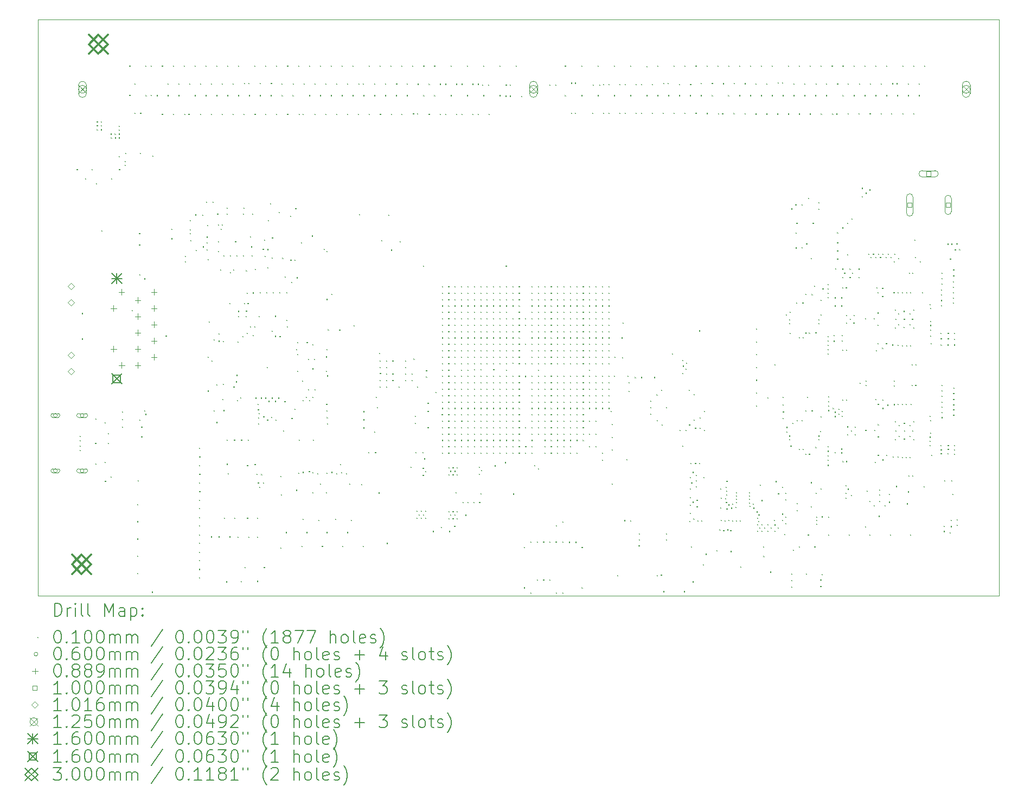
<source format=gbr>
%TF.GenerationSoftware,KiCad,Pcbnew,7.0.11-rc3*%
%TF.CreationDate,2024-11-10T09:21:10+01:00*%
%TF.ProjectId,sodimm-ddr5-tester,736f6469-6d6d-42d6-9464-72352d746573,1.2.0*%
%TF.SameCoordinates,Original*%
%TF.FileFunction,Drillmap*%
%TF.FilePolarity,Positive*%
%FSLAX45Y45*%
G04 Gerber Fmt 4.5, Leading zero omitted, Abs format (unit mm)*
G04 Created by KiCad (PCBNEW 7.0.11-rc3) date 2024-11-10 09:21:10*
%MOMM*%
%LPD*%
G01*
G04 APERTURE LIST*
%ADD10C,0.120000*%
%ADD11C,0.200000*%
%ADD12C,0.100000*%
%ADD13C,0.101600*%
%ADD14C,0.125000*%
%ADD15C,0.160000*%
%ADD16C,0.160020*%
%ADD17C,0.300000*%
G04 APERTURE END LIST*
D10*
X6282040Y-21010880D02*
X6282040Y-12010880D01*
X21282040Y-12010880D02*
X21282040Y-21010880D01*
X21282040Y-21010880D02*
X6282040Y-21010880D01*
X21282000Y-12010900D02*
X6282040Y-12010900D01*
D11*
D12*
X6882790Y-14347480D02*
X6892790Y-14357480D01*
X6892790Y-14347480D02*
X6882790Y-14357480D01*
X6928400Y-18732861D02*
X6938400Y-18742861D01*
X6938400Y-18732861D02*
X6928400Y-18742861D01*
X6928643Y-18508367D02*
X6938643Y-18518367D01*
X6938643Y-18508367D02*
X6928643Y-18518367D01*
X6930590Y-18578080D02*
X6940590Y-18588080D01*
X6940590Y-18578080D02*
X6930590Y-18588080D01*
X6930590Y-18661080D02*
X6940590Y-18671080D01*
X6940590Y-18661080D02*
X6930590Y-18671080D01*
X6962220Y-16593900D02*
X6972220Y-16603900D01*
X6972220Y-16593900D02*
X6962220Y-16603900D01*
X6962220Y-16991400D02*
X6972220Y-17001400D01*
X6972220Y-16991400D02*
X6962220Y-17001400D01*
X7012600Y-14491780D02*
X7022600Y-14501780D01*
X7022600Y-14491780D02*
X7012600Y-14501780D01*
X7116790Y-14347480D02*
X7126790Y-14357480D01*
X7126790Y-14347480D02*
X7116790Y-14357480D01*
X7170790Y-18618080D02*
X7180790Y-18628080D01*
X7180790Y-18618080D02*
X7170790Y-18628080D01*
X7172940Y-18238080D02*
X7182940Y-18248080D01*
X7182940Y-18238080D02*
X7172940Y-18248080D01*
X7177940Y-18940180D02*
X7187940Y-18950180D01*
X7187940Y-18940180D02*
X7177940Y-18950180D01*
X7180600Y-14567060D02*
X7190600Y-14577060D01*
X7190600Y-14567060D02*
X7180600Y-14577060D01*
X7196660Y-13602760D02*
X7206660Y-13612760D01*
X7206660Y-13602760D02*
X7196660Y-13612760D01*
X7196660Y-13662760D02*
X7206660Y-13672760D01*
X7206660Y-13662760D02*
X7196660Y-13672760D01*
X7196660Y-13722760D02*
X7206660Y-13732760D01*
X7206660Y-13722760D02*
X7196660Y-13732760D01*
X7256660Y-13601160D02*
X7266660Y-13611160D01*
X7266660Y-13601160D02*
X7256660Y-13611160D01*
X7256660Y-13661160D02*
X7266660Y-13671160D01*
X7266660Y-13661160D02*
X7256660Y-13671160D01*
X7256660Y-13722760D02*
X7266660Y-13732760D01*
X7266660Y-13722760D02*
X7256660Y-13732760D01*
X7269560Y-15301040D02*
X7279560Y-15311040D01*
X7279560Y-15301040D02*
X7269560Y-15311040D01*
X7315490Y-18303180D02*
X7325490Y-18313180D01*
X7325490Y-18303180D02*
X7315490Y-18313180D01*
X7317590Y-18918080D02*
X7327590Y-18928080D01*
X7327590Y-18918080D02*
X7317590Y-18928080D01*
X7323090Y-19215580D02*
X7333090Y-19225580D01*
X7333090Y-19215580D02*
X7323090Y-19225580D01*
X7370590Y-18468080D02*
X7380590Y-18478080D01*
X7380590Y-18468080D02*
X7370590Y-18478080D01*
X7370590Y-18618080D02*
X7380590Y-18628080D01*
X7380590Y-18618080D02*
X7370590Y-18628080D01*
X7409090Y-19148080D02*
X7419090Y-19158080D01*
X7419090Y-19148080D02*
X7409090Y-19158080D01*
X7415060Y-13791160D02*
X7425060Y-13801160D01*
X7425060Y-13791160D02*
X7415060Y-13801160D01*
X7416660Y-13851160D02*
X7426660Y-13861160D01*
X7426660Y-13851160D02*
X7416660Y-13861160D01*
X7421600Y-14492780D02*
X7431600Y-14502780D01*
X7431600Y-14492780D02*
X7421600Y-14502780D01*
X7475060Y-13791160D02*
X7485060Y-13801160D01*
X7485060Y-13791160D02*
X7475060Y-13801160D01*
X7476660Y-13851160D02*
X7486660Y-13861160D01*
X7486660Y-13851160D02*
X7476660Y-13861160D01*
X7536660Y-13671160D02*
X7546660Y-13681160D01*
X7546660Y-13671160D02*
X7536660Y-13681160D01*
X7536660Y-13731160D02*
X7546660Y-13741160D01*
X7546660Y-13731160D02*
X7536660Y-13741160D01*
X7536660Y-13791160D02*
X7546660Y-13801160D01*
X7546660Y-13791160D02*
X7536660Y-13801160D01*
X7536660Y-13851160D02*
X7546660Y-13861160D01*
X7546660Y-13851160D02*
X7536660Y-13861160D01*
X7539790Y-14141480D02*
X7549790Y-14151480D01*
X7549790Y-14141480D02*
X7539790Y-14151480D01*
X7542790Y-14347480D02*
X7552790Y-14357480D01*
X7552790Y-14347480D02*
X7542790Y-14357480D01*
X7590590Y-18128080D02*
X7600590Y-18138080D01*
X7600590Y-18128080D02*
X7590590Y-18138080D01*
X7590590Y-18248080D02*
X7600590Y-18258080D01*
X7600590Y-18248080D02*
X7590590Y-18258080D01*
X7590590Y-18368080D02*
X7600590Y-18378080D01*
X7600590Y-18368080D02*
X7590590Y-18378080D01*
X7629140Y-14215680D02*
X7639140Y-14225680D01*
X7639140Y-14215680D02*
X7629140Y-14225680D01*
X7632390Y-14279430D02*
X7642390Y-14289430D01*
X7642390Y-14279430D02*
X7632390Y-14289430D01*
X7642390Y-14089430D02*
X7652390Y-14099430D01*
X7652390Y-14089430D02*
X7642390Y-14099430D01*
X7703900Y-12730560D02*
X7713900Y-12740560D01*
X7713900Y-12730560D02*
X7703900Y-12740560D01*
X7703900Y-13185220D02*
X7713900Y-13195220D01*
X7713900Y-13185220D02*
X7703900Y-13195220D01*
X7745210Y-16545695D02*
X7755210Y-16555695D01*
X7755210Y-16545695D02*
X7745210Y-16555695D01*
X7787720Y-13006150D02*
X7797720Y-13016150D01*
X7797720Y-13006150D02*
X7787720Y-13016150D01*
X7787720Y-13465890D02*
X7797720Y-13475890D01*
X7797720Y-13465890D02*
X7787720Y-13475890D01*
X7825920Y-19575100D02*
X7835920Y-19585100D01*
X7835920Y-19575100D02*
X7825920Y-19585100D01*
X7825920Y-19845100D02*
X7835920Y-19855100D01*
X7835920Y-19845100D02*
X7825920Y-19855100D01*
X7825920Y-20115100D02*
X7835920Y-20125100D01*
X7835920Y-20115100D02*
X7825920Y-20125100D01*
X7825920Y-20385100D02*
X7835920Y-20395100D01*
X7835920Y-20385100D02*
X7825920Y-20395100D01*
X7825920Y-20655100D02*
X7835920Y-20665100D01*
X7835920Y-20655100D02*
X7825920Y-20665100D01*
X7833930Y-19208310D02*
X7843930Y-19218310D01*
X7843930Y-19208310D02*
X7833930Y-19218310D01*
X7856300Y-15346760D02*
X7866300Y-15356760D01*
X7866300Y-15346760D02*
X7856300Y-15356760D01*
X7856300Y-15519480D02*
X7866300Y-15529480D01*
X7866300Y-15519480D02*
X7856300Y-15529480D01*
X7860590Y-18258080D02*
X7870590Y-18268080D01*
X7870590Y-18258080D02*
X7860590Y-18268080D01*
X7862220Y-15986400D02*
X7872220Y-15996400D01*
X7872220Y-15986400D02*
X7862220Y-15996400D01*
X7866390Y-14094430D02*
X7876390Y-14104430D01*
X7876390Y-14094430D02*
X7866390Y-14104430D01*
X7872810Y-13467160D02*
X7882810Y-13477160D01*
X7882810Y-13467160D02*
X7872810Y-13477160D01*
X7890640Y-18369395D02*
X7900640Y-18379395D01*
X7900640Y-18369395D02*
X7890640Y-18379395D01*
X7890640Y-18519395D02*
X7900640Y-18529395D01*
X7900640Y-18519395D02*
X7890640Y-18529395D01*
X7935590Y-18113080D02*
X7945590Y-18123080D01*
X7945590Y-18113080D02*
X7935590Y-18123080D01*
X7937220Y-16051400D02*
X7947220Y-16061400D01*
X7947220Y-16051400D02*
X7937220Y-16061400D01*
X7950590Y-18168080D02*
X7960590Y-18178080D01*
X7960590Y-18168080D02*
X7950590Y-18178080D01*
X7956630Y-12730560D02*
X7966630Y-12740560D01*
X7966630Y-12730560D02*
X7956630Y-12740560D01*
X7957370Y-13190300D02*
X7967370Y-13200300D01*
X7967370Y-13190300D02*
X7957370Y-13200300D01*
X8041720Y-12730560D02*
X8051720Y-12740560D01*
X8051720Y-12730560D02*
X8041720Y-12740560D01*
X8041720Y-13185220D02*
X8051720Y-13195220D01*
X8051720Y-13185220D02*
X8041720Y-13195220D01*
X8057100Y-20946260D02*
X8067100Y-20956260D01*
X8067100Y-20946260D02*
X8057100Y-20956260D01*
X8064290Y-14136430D02*
X8074290Y-14146430D01*
X8074290Y-14136430D02*
X8064290Y-14146430D01*
X8128200Y-13190300D02*
X8138200Y-13200300D01*
X8138200Y-13190300D02*
X8128200Y-13200300D01*
X8211900Y-12730560D02*
X8221900Y-12740560D01*
X8221900Y-12730560D02*
X8211900Y-12740560D01*
X8211900Y-13484940D02*
X8221900Y-13494940D01*
X8221900Y-13484940D02*
X8211900Y-13494940D01*
X8271756Y-16945949D02*
X8281756Y-16955949D01*
X8281756Y-16945949D02*
X8271756Y-16955949D01*
X8297730Y-13190300D02*
X8307730Y-13200300D01*
X8307730Y-13190300D02*
X8297730Y-13200300D01*
X8298260Y-13004880D02*
X8308260Y-13014880D01*
X8308260Y-13004880D02*
X8298260Y-13014880D01*
X8356680Y-15425500D02*
X8366680Y-15435500D01*
X8366680Y-15425500D02*
X8356680Y-15435500D01*
X8359100Y-15278193D02*
X8369100Y-15288193D01*
X8369100Y-15278193D02*
X8359100Y-15288193D01*
X8382080Y-12730560D02*
X8392080Y-12740560D01*
X8392080Y-12730560D02*
X8382080Y-12740560D01*
X8382080Y-13484940D02*
X8392080Y-13494940D01*
X8392080Y-13484940D02*
X8382080Y-13494940D01*
X8467170Y-13190300D02*
X8477170Y-13200300D01*
X8477170Y-13190300D02*
X8467170Y-13200300D01*
X8468440Y-13004880D02*
X8478440Y-13014880D01*
X8478440Y-13004880D02*
X8468440Y-13014880D01*
X8552260Y-12730560D02*
X8562260Y-12740560D01*
X8562260Y-12730560D02*
X8552260Y-12740560D01*
X8562550Y-13484940D02*
X8572550Y-13494940D01*
X8572550Y-13484940D02*
X8562550Y-13494940D01*
X8569183Y-15788316D02*
X8579183Y-15798316D01*
X8579183Y-15788316D02*
X8569183Y-15798316D01*
X8570050Y-15702315D02*
X8580050Y-15712315D01*
X8580050Y-15702315D02*
X8570050Y-15712315D01*
X8627550Y-13484940D02*
X8637550Y-13494940D01*
X8637550Y-13484940D02*
X8627550Y-13494940D01*
X8638620Y-13004880D02*
X8648620Y-13014880D01*
X8648620Y-13004880D02*
X8638620Y-13014880D01*
X8645050Y-15346315D02*
X8655050Y-15356315D01*
X8655050Y-15346315D02*
X8645050Y-15356315D01*
X8646240Y-15283260D02*
X8656240Y-15293260D01*
X8656240Y-15283260D02*
X8646240Y-15293260D01*
X8648683Y-15138316D02*
X8658683Y-15148316D01*
X8658683Y-15138316D02*
X8648683Y-15148316D01*
X8654183Y-15453316D02*
X8664183Y-15463316D01*
X8664183Y-15453316D02*
X8654183Y-15463316D01*
X8722440Y-12730560D02*
X8732440Y-12740560D01*
X8732440Y-12730560D02*
X8722440Y-12740560D01*
X8722440Y-13190300D02*
X8732440Y-13200300D01*
X8732440Y-13190300D02*
X8722440Y-13200300D01*
X8734183Y-15053316D02*
X8744183Y-15063316D01*
X8744183Y-15053316D02*
X8734183Y-15063316D01*
X8738550Y-15606100D02*
X8748550Y-15616100D01*
X8748550Y-15606100D02*
X8738550Y-15616100D01*
X8793920Y-19510100D02*
X8803920Y-19520100D01*
X8803920Y-19510100D02*
X8793920Y-19520100D01*
X8793920Y-19640100D02*
X8803920Y-19650100D01*
X8803920Y-19640100D02*
X8793920Y-19650100D01*
X8793920Y-19780100D02*
X8803920Y-19790100D01*
X8803920Y-19780100D02*
X8793920Y-19790100D01*
X8793920Y-19910100D02*
X8803920Y-19920100D01*
X8803920Y-19910100D02*
X8793920Y-19920100D01*
X8793920Y-20050100D02*
X8803920Y-20060100D01*
X8803920Y-20050100D02*
X8793920Y-20060100D01*
X8793920Y-20180100D02*
X8803920Y-20190100D01*
X8803920Y-20180100D02*
X8793920Y-20190100D01*
X8793920Y-20320100D02*
X8803920Y-20330100D01*
X8803920Y-20320100D02*
X8793920Y-20330100D01*
X8793920Y-20450100D02*
X8803920Y-20460100D01*
X8803920Y-20450100D02*
X8793920Y-20460100D01*
X8793920Y-20590100D02*
X8803920Y-20600100D01*
X8803920Y-20590100D02*
X8793920Y-20600100D01*
X8793920Y-20720100D02*
X8803920Y-20730100D01*
X8803920Y-20720100D02*
X8793920Y-20730100D01*
X8794450Y-18697300D02*
X8804450Y-18707300D01*
X8804450Y-18697300D02*
X8794450Y-18707300D01*
X8794450Y-18967300D02*
X8804450Y-18977300D01*
X8804450Y-18967300D02*
X8794450Y-18977300D01*
X8794450Y-19237300D02*
X8804450Y-19247300D01*
X8804450Y-19237300D02*
X8794450Y-19247300D01*
X8796450Y-18832300D02*
X8806450Y-18842300D01*
X8806450Y-18832300D02*
X8796450Y-18842300D01*
X8796450Y-19102300D02*
X8806450Y-19112300D01*
X8806450Y-19102300D02*
X8796450Y-19112300D01*
X8796450Y-19372300D02*
X8806450Y-19382300D01*
X8806450Y-19372300D02*
X8796450Y-19382300D01*
X8808800Y-13004880D02*
X8818800Y-13014880D01*
X8818800Y-13004880D02*
X8808800Y-13014880D01*
X8811995Y-13481867D02*
X8821995Y-13491867D01*
X8821995Y-13481867D02*
X8811995Y-13491867D01*
X8844183Y-15057316D02*
X8854183Y-15067316D01*
X8854183Y-15057316D02*
X8844183Y-15067316D01*
X8854183Y-15551886D02*
X8864183Y-15561886D01*
X8864183Y-15551886D02*
X8854183Y-15561886D01*
X8892620Y-12730560D02*
X8902620Y-12740560D01*
X8902620Y-12730560D02*
X8892620Y-12740560D01*
X8893890Y-13190300D02*
X8903890Y-13200300D01*
X8903890Y-13190300D02*
X8893890Y-13200300D01*
X8904050Y-14852600D02*
X8914050Y-14862600D01*
X8914050Y-14852600D02*
X8904050Y-14862600D01*
X8907569Y-15598500D02*
X8917569Y-15608500D01*
X8917569Y-15598500D02*
X8907569Y-15608500D01*
X8910400Y-15400100D02*
X8920400Y-15410100D01*
X8920400Y-15400100D02*
X8910400Y-15410100D01*
X8910475Y-15490766D02*
X8920475Y-15500766D01*
X8920475Y-15490766D02*
X8910475Y-15500766D01*
X8917816Y-15219316D02*
X8927816Y-15229316D01*
X8927816Y-15219316D02*
X8917816Y-15229316D01*
X8925000Y-17275000D02*
X8935000Y-17285000D01*
X8935000Y-17275000D02*
X8925000Y-17285000D01*
X8925050Y-17804600D02*
X8935050Y-17814600D01*
X8935050Y-17804600D02*
X8925050Y-17814600D01*
X8927049Y-15749601D02*
X8937049Y-15759601D01*
X8937049Y-15749601D02*
X8927049Y-15759601D01*
X8947724Y-16724500D02*
X8957724Y-16734500D01*
X8957724Y-16724500D02*
X8947724Y-16734500D01*
X8975156Y-20082532D02*
X8985156Y-20092532D01*
X8985156Y-20082532D02*
X8975156Y-20092532D01*
X8976440Y-13004880D02*
X8986440Y-13014880D01*
X8986440Y-13004880D02*
X8976440Y-13014880D01*
X8976440Y-13482400D02*
X8986440Y-13492400D01*
X8986440Y-13482400D02*
X8976440Y-13492400D01*
X8983234Y-17333233D02*
X8993234Y-17343233D01*
X8993234Y-17333233D02*
X8983234Y-17343233D01*
X9004133Y-14853600D02*
X9014133Y-14863600D01*
X9014133Y-14853600D02*
X9004133Y-14863600D01*
X9020000Y-18115000D02*
X9030000Y-18125000D01*
X9030000Y-18115000D02*
X9020000Y-18125000D01*
X9020250Y-17006100D02*
X9030250Y-17016100D01*
X9030250Y-17006100D02*
X9020250Y-17016100D01*
X9062800Y-12730560D02*
X9072800Y-12740560D01*
X9072800Y-12730560D02*
X9062800Y-12740560D01*
X9062800Y-13190300D02*
X9072800Y-13200300D01*
X9072800Y-13190300D02*
X9062800Y-13200300D01*
X9063350Y-17703900D02*
X9073350Y-17713900D01*
X9073350Y-17703900D02*
X9063350Y-17713900D01*
X9065000Y-18295700D02*
X9075000Y-18305700D01*
X9075000Y-18295700D02*
X9065000Y-18305700D01*
X9075050Y-15040885D02*
X9085050Y-15050885D01*
X9085050Y-15040885D02*
X9075050Y-15050885D01*
X9086183Y-15475314D02*
X9096183Y-15485314D01*
X9096183Y-15475314D02*
X9086183Y-15485314D01*
X9086183Y-15626316D02*
X9096183Y-15636316D01*
X9096183Y-15626316D02*
X9086183Y-15636316D01*
X9087816Y-15209316D02*
X9097816Y-15219316D01*
X9097816Y-15209316D02*
X9087816Y-15219316D01*
X9095000Y-17025000D02*
X9105000Y-17035000D01*
X9105000Y-17025000D02*
X9095000Y-17035000D01*
X9099850Y-16910000D02*
X9109850Y-16920000D01*
X9109850Y-16910000D02*
X9099850Y-16920000D01*
X9100156Y-20082532D02*
X9110156Y-20092532D01*
X9110156Y-20082532D02*
X9100156Y-20092532D01*
X9122900Y-15915000D02*
X9132900Y-15925000D01*
X9132900Y-15915000D02*
X9122900Y-15925000D01*
X9132532Y-15279600D02*
X9142532Y-15289600D01*
X9142532Y-15279600D02*
X9132532Y-15289600D01*
X9146620Y-13482400D02*
X9156620Y-13492400D01*
X9156620Y-13482400D02*
X9146620Y-13492400D01*
X9147760Y-15208444D02*
X9157760Y-15218444D01*
X9157760Y-15208444D02*
X9147760Y-15218444D01*
X9149160Y-13004880D02*
X9159160Y-13014880D01*
X9159160Y-13004880D02*
X9149160Y-13014880D01*
X9155000Y-17935000D02*
X9165000Y-17945000D01*
X9165000Y-17935000D02*
X9155000Y-17945000D01*
X9163650Y-17030000D02*
X9173650Y-17040000D01*
X9173650Y-17030000D02*
X9163650Y-17040000D01*
X9163950Y-17701900D02*
X9173950Y-17711900D01*
X9173950Y-17701900D02*
X9163950Y-17711900D01*
X9170000Y-15690000D02*
X9180000Y-15700000D01*
X9180000Y-15690000D02*
X9170000Y-15700000D01*
X9170000Y-18110000D02*
X9180000Y-18120000D01*
X9180000Y-18110000D02*
X9170000Y-18120000D01*
X9180550Y-19787960D02*
X9190550Y-19797960D01*
X9190550Y-19787960D02*
X9180550Y-19797960D01*
X9212316Y-20784520D02*
X9222316Y-20794520D01*
X9222316Y-20784520D02*
X9212316Y-20794520D01*
X9220650Y-18947960D02*
X9230650Y-18957960D01*
X9230650Y-18947960D02*
X9220650Y-18957960D01*
X9225000Y-14950000D02*
X9235000Y-14960000D01*
X9235000Y-14950000D02*
X9225000Y-14960000D01*
X9225000Y-18572500D02*
X9235000Y-18582500D01*
X9235000Y-18572500D02*
X9225000Y-18582500D01*
X9225050Y-15040885D02*
X9235050Y-15050885D01*
X9235050Y-15040885D02*
X9225050Y-15050885D01*
X9231710Y-12730560D02*
X9241710Y-12740560D01*
X9241710Y-12730560D02*
X9231710Y-12740560D01*
X9232980Y-13190300D02*
X9242980Y-13200300D01*
X9242980Y-13190300D02*
X9232980Y-13200300D01*
X9240650Y-19097960D02*
X9250650Y-19107960D01*
X9250650Y-19097960D02*
X9240650Y-19107960D01*
X9265000Y-16440150D02*
X9275000Y-16450150D01*
X9275000Y-16440150D02*
X9265000Y-16450150D01*
X9265156Y-20082532D02*
X9275156Y-20092532D01*
X9275156Y-20082532D02*
X9265156Y-20092532D01*
X9275000Y-15690000D02*
X9285000Y-15700000D01*
X9285000Y-15690000D02*
X9275000Y-15700000D01*
X9275050Y-15957600D02*
X9285050Y-15967600D01*
X9285050Y-15957600D02*
X9275050Y-15967600D01*
X9316800Y-13007420D02*
X9326800Y-13017420D01*
X9326800Y-13007420D02*
X9316800Y-13017420D01*
X9316800Y-13482400D02*
X9326800Y-13492400D01*
X9326800Y-13482400D02*
X9316800Y-13492400D01*
X9325000Y-15915000D02*
X9335000Y-15925000D01*
X9335000Y-15915000D02*
X9325000Y-15925000D01*
X9330000Y-17740000D02*
X9340000Y-17750000D01*
X9340000Y-17740000D02*
X9330000Y-17750000D01*
X9337284Y-18572333D02*
X9347284Y-18582333D01*
X9347284Y-18572333D02*
X9337284Y-18582333D01*
X9340650Y-19787960D02*
X9350650Y-19797960D01*
X9350650Y-19787960D02*
X9340650Y-19797960D01*
X9355000Y-15475000D02*
X9365000Y-15485000D01*
X9365000Y-15475000D02*
X9355000Y-15485000D01*
X9365000Y-17660000D02*
X9375000Y-17670000D01*
X9375000Y-17660000D02*
X9365000Y-17670000D01*
X9375000Y-15690000D02*
X9385000Y-15700000D01*
X9385000Y-15690000D02*
X9375000Y-15700000D01*
X9377050Y-17558500D02*
X9387050Y-17568500D01*
X9387050Y-17558500D02*
X9377050Y-17568500D01*
X9385000Y-17950000D02*
X9395000Y-17960000D01*
X9395000Y-17950000D02*
X9385000Y-17960000D01*
X9390000Y-17040000D02*
X9400000Y-17050000D01*
X9400000Y-17040000D02*
X9390000Y-17050000D01*
X9395540Y-20083860D02*
X9405540Y-20093860D01*
X9405540Y-20083860D02*
X9395540Y-20093860D01*
X9399724Y-16640500D02*
X9409724Y-16650500D01*
X9409724Y-16640500D02*
X9399724Y-16650500D01*
X9400983Y-16559716D02*
X9410983Y-16569716D01*
X9410983Y-16559716D02*
X9400983Y-16569716D01*
X9401890Y-12730560D02*
X9411890Y-12740560D01*
X9411890Y-12730560D02*
X9401890Y-12740560D01*
X9401890Y-13190300D02*
X9411890Y-13200300D01*
X9411890Y-13190300D02*
X9401890Y-13200300D01*
X9435000Y-17910000D02*
X9445000Y-17920000D01*
X9445000Y-17910000D02*
X9435000Y-17920000D01*
X9441266Y-20778920D02*
X9451266Y-20788920D01*
X9451266Y-20778920D02*
X9441266Y-20788920D01*
X9447500Y-18572500D02*
X9457500Y-18582500D01*
X9457500Y-18572500D02*
X9447500Y-18582500D01*
X9470000Y-16955000D02*
X9480000Y-16965000D01*
X9480000Y-16955000D02*
X9470000Y-16965000D01*
X9475000Y-15690000D02*
X9485000Y-15700000D01*
X9485000Y-15690000D02*
X9475000Y-15700000D01*
X9475050Y-15040885D02*
X9485050Y-15050885D01*
X9485050Y-15040885D02*
X9475050Y-15050885D01*
X9485000Y-14950000D02*
X9495000Y-14960000D01*
X9495000Y-14950000D02*
X9485000Y-14960000D01*
X9486980Y-13482400D02*
X9496980Y-13492400D01*
X9496980Y-13482400D02*
X9486980Y-13492400D01*
X9495000Y-16440150D02*
X9505000Y-16450150D01*
X9505000Y-16440150D02*
X9495000Y-16450150D01*
X9497500Y-13002471D02*
X9507500Y-13012471D01*
X9507500Y-13002471D02*
X9497500Y-13012471D01*
X9504760Y-20558840D02*
X9514760Y-20568840D01*
X9514760Y-20558840D02*
X9504760Y-20568840D01*
X9521850Y-16641500D02*
X9531850Y-16651500D01*
X9531850Y-16641500D02*
X9521850Y-16651500D01*
X9525000Y-15925000D02*
X9535000Y-15935000D01*
X9535000Y-15925000D02*
X9525000Y-15935000D01*
X9525000Y-16555000D02*
X9535000Y-16565000D01*
X9535000Y-16555000D02*
X9525000Y-16565000D01*
X9535050Y-16275100D02*
X9545050Y-16285100D01*
X9545050Y-16275100D02*
X9535050Y-16285100D01*
X9540000Y-16900000D02*
X9550000Y-16910000D01*
X9550000Y-16900000D02*
X9540000Y-16910000D01*
X9540650Y-18967960D02*
X9550650Y-18977960D01*
X9550650Y-18967960D02*
X9540650Y-18977960D01*
X9540650Y-19787960D02*
X9550650Y-19797960D01*
X9550650Y-19787960D02*
X9540650Y-19797960D01*
X9550050Y-16440100D02*
X9560050Y-16450100D01*
X9560050Y-16440100D02*
X9550050Y-16450100D01*
X9552500Y-18572500D02*
X9562500Y-18582500D01*
X9562500Y-18572500D02*
X9552500Y-18582500D01*
X9562500Y-13002471D02*
X9572500Y-13012471D01*
X9572500Y-13002471D02*
X9562500Y-13012471D01*
X9562666Y-20085160D02*
X9572666Y-20095160D01*
X9572666Y-20085160D02*
X9562666Y-20095160D01*
X9572070Y-13190300D02*
X9582070Y-13200300D01*
X9582070Y-13190300D02*
X9572070Y-13200300D01*
X9590000Y-15395000D02*
X9600000Y-15405000D01*
X9600000Y-15395000D02*
X9590000Y-15405000D01*
X9590983Y-16798633D02*
X9600983Y-16808633D01*
X9600983Y-16798633D02*
X9590983Y-16808633D01*
X9604183Y-15551886D02*
X9614183Y-15561886D01*
X9614183Y-15551886D02*
X9604183Y-15561886D01*
X9610000Y-15695000D02*
X9620000Y-15705000D01*
X9620000Y-15695000D02*
X9610000Y-15705000D01*
X9625050Y-15040885D02*
X9635050Y-15050885D01*
X9635050Y-15040885D02*
X9625050Y-15050885D01*
X9627500Y-16937500D02*
X9637500Y-16947500D01*
X9637500Y-16937500D02*
X9627500Y-16947500D01*
X9630050Y-16272600D02*
X9640050Y-16282600D01*
X9640050Y-16272600D02*
X9630050Y-16282600D01*
X9655000Y-16798700D02*
X9665000Y-16808700D01*
X9665000Y-16798700D02*
X9655000Y-16808700D01*
X9657160Y-12730560D02*
X9667160Y-12740560D01*
X9667160Y-12730560D02*
X9657160Y-12740560D01*
X9659150Y-18949460D02*
X9669150Y-18959460D01*
X9669150Y-18949460D02*
X9659150Y-18959460D01*
X9659700Y-13482400D02*
X9669700Y-13492400D01*
X9669700Y-13482400D02*
X9659700Y-13492400D01*
X9662550Y-15902600D02*
X9672550Y-15912600D01*
X9672550Y-15902600D02*
X9662550Y-15912600D01*
X9675100Y-17915000D02*
X9685100Y-17925000D01*
X9685100Y-17915000D02*
X9675100Y-17925000D01*
X9690650Y-19105410D02*
X9700650Y-19115410D01*
X9700650Y-19105410D02*
X9690650Y-19115410D01*
X9695260Y-20086400D02*
X9705260Y-20096400D01*
X9705260Y-20086400D02*
X9695260Y-20096400D01*
X9695266Y-20776920D02*
X9705266Y-20786920D01*
X9705266Y-20776920D02*
X9695266Y-20786920D01*
X9700650Y-19787960D02*
X9710650Y-19797960D01*
X9710650Y-19787960D02*
X9700650Y-19797960D01*
X9707500Y-18013200D02*
X9717500Y-18023200D01*
X9717500Y-18013200D02*
X9707500Y-18023200D01*
X9710000Y-18095250D02*
X9720000Y-18105250D01*
X9720000Y-18095250D02*
X9710000Y-18105250D01*
X9710330Y-19238280D02*
X9720330Y-19248280D01*
X9720330Y-19238280D02*
X9710330Y-19248280D01*
X9715000Y-18225000D02*
X9725000Y-18235000D01*
X9725000Y-18225000D02*
X9715000Y-18235000D01*
X9717500Y-18315000D02*
X9727500Y-18325000D01*
X9727500Y-18315000D02*
X9717500Y-18325000D01*
X9722166Y-16640516D02*
X9732166Y-16650516D01*
X9732166Y-16640516D02*
X9722166Y-16650516D01*
X9725000Y-18155000D02*
X9735000Y-18165000D01*
X9735000Y-18155000D02*
X9725000Y-18165000D01*
X9730650Y-19307960D02*
X9740650Y-19317960D01*
X9740650Y-19307960D02*
X9730650Y-19317960D01*
X9736785Y-16266980D02*
X9746785Y-16276980D01*
X9746785Y-16266980D02*
X9736785Y-16276980D01*
X9742250Y-13190300D02*
X9752250Y-13200300D01*
X9752250Y-13190300D02*
X9742250Y-13200300D01*
X9743520Y-13002340D02*
X9753520Y-13012340D01*
X9753520Y-13002340D02*
X9743520Y-13012340D01*
X9755000Y-17915000D02*
X9765000Y-17925000D01*
X9765000Y-17915000D02*
X9755000Y-17925000D01*
X9760650Y-19107960D02*
X9770650Y-19117960D01*
X9770650Y-19107960D02*
X9760650Y-19117960D01*
X9786183Y-15591182D02*
X9796183Y-15601182D01*
X9796183Y-15591182D02*
X9786183Y-15601182D01*
X9790650Y-19237960D02*
X9800650Y-19247960D01*
X9800650Y-19237960D02*
X9790650Y-19247960D01*
X9795000Y-18210000D02*
X9805000Y-18220000D01*
X9805000Y-18210000D02*
X9795000Y-18220000D01*
X9803760Y-20557840D02*
X9813760Y-20567840D01*
X9813760Y-20557840D02*
X9803760Y-20567840D01*
X9805050Y-15447315D02*
X9815050Y-15457315D01*
X9815050Y-15447315D02*
X9805050Y-15457315D01*
X9816050Y-15702600D02*
X9826050Y-15712600D01*
X9826050Y-15702600D02*
X9816050Y-15712600D01*
X9825100Y-17915000D02*
X9835100Y-17925000D01*
X9835100Y-17915000D02*
X9825100Y-17925000D01*
X9827340Y-12730560D02*
X9837340Y-12740560D01*
X9837340Y-12730560D02*
X9827340Y-12740560D01*
X9827340Y-13482400D02*
X9837340Y-13492400D01*
X9837340Y-13482400D02*
X9827340Y-13492400D01*
X9840050Y-16267600D02*
X9850050Y-16277600D01*
X9850050Y-16267600D02*
X9840050Y-16277600D01*
X9850950Y-17433600D02*
X9860950Y-17443600D01*
X9860950Y-17433600D02*
X9850950Y-17443600D01*
X9855000Y-18257500D02*
X9865000Y-18267500D01*
X9865000Y-18257500D02*
X9855000Y-18267500D01*
X9858550Y-15881100D02*
X9868550Y-15891100D01*
X9868550Y-15881100D02*
X9858550Y-15891100D01*
X9860000Y-15595000D02*
X9870000Y-15605000D01*
X9870000Y-15595000D02*
X9860000Y-15605000D01*
X9865440Y-15143560D02*
X9875440Y-15153560D01*
X9875440Y-15143560D02*
X9865440Y-15153560D01*
X9875000Y-17965000D02*
X9885000Y-17975000D01*
X9885000Y-17965000D02*
X9875000Y-17975000D01*
X9903540Y-14881940D02*
X9913540Y-14891940D01*
X9913540Y-14881940D02*
X9903540Y-14891940D01*
X9912430Y-13190300D02*
X9922430Y-13200300D01*
X9922430Y-13190300D02*
X9912430Y-13200300D01*
X9913700Y-13002340D02*
X9923700Y-13012340D01*
X9923700Y-13002340D02*
X9913700Y-13012340D01*
X9917500Y-18217500D02*
X9927500Y-18227500D01*
X9927500Y-18217500D02*
X9917500Y-18227500D01*
X9924683Y-15727816D02*
X9934683Y-15737816D01*
X9934683Y-15727816D02*
X9924683Y-15737816D01*
X9925000Y-16870000D02*
X9935000Y-16880000D01*
X9935000Y-16870000D02*
X9925000Y-16880000D01*
X9925000Y-17915000D02*
X9935000Y-17925000D01*
X9935000Y-17915000D02*
X9925000Y-17925000D01*
X9930000Y-15410000D02*
X9940000Y-15420000D01*
X9940000Y-15410000D02*
X9930000Y-15420000D01*
X9945050Y-16267600D02*
X9955050Y-16277600D01*
X9955050Y-16267600D02*
X9945050Y-16277600D01*
X9975000Y-17965000D02*
X9985000Y-17975000D01*
X9985000Y-17965000D02*
X9975000Y-17975000D01*
X9977766Y-16636316D02*
X9987766Y-16646316D01*
X9987766Y-16636316D02*
X9977766Y-16646316D01*
X9979900Y-16949950D02*
X9989900Y-16959950D01*
X9989900Y-16949950D02*
X9979900Y-16959950D01*
X9987500Y-18257500D02*
X9997500Y-18267500D01*
X9997500Y-18257500D02*
X9987500Y-18267500D01*
X9997520Y-12730560D02*
X10007520Y-12740560D01*
X10007520Y-12730560D02*
X9997520Y-12740560D01*
X9997520Y-13484940D02*
X10007520Y-13494940D01*
X10007520Y-13484940D02*
X9997520Y-13494940D01*
X10025000Y-17915000D02*
X10035000Y-17925000D01*
X10035000Y-17915000D02*
X10025000Y-17925000D01*
X10035050Y-15016315D02*
X10045050Y-15026315D01*
X10045050Y-15016315D02*
X10035050Y-15026315D01*
X10045050Y-16270100D02*
X10055050Y-16280100D01*
X10055050Y-16270100D02*
X10045050Y-16280100D01*
X10048650Y-16951150D02*
X10058650Y-16961150D01*
X10058650Y-16951150D02*
X10048650Y-16961150D01*
X10063520Y-20256730D02*
X10073520Y-20266730D01*
X10073520Y-20256730D02*
X10063520Y-20266730D01*
X10065000Y-19135000D02*
X10075000Y-19145000D01*
X10075000Y-19135000D02*
X10065000Y-19145000D01*
X10071520Y-19426476D02*
X10081520Y-19436476D01*
X10081520Y-19426476D02*
X10071520Y-19436476D01*
X10081340Y-13004880D02*
X10091340Y-13014880D01*
X10091340Y-13004880D02*
X10081340Y-13014880D01*
X10082610Y-13190300D02*
X10092610Y-13200300D01*
X10092610Y-13190300D02*
X10082610Y-13200300D01*
X10091050Y-15730600D02*
X10101050Y-15740600D01*
X10101050Y-15730600D02*
X10091050Y-15740600D01*
X10102099Y-18425133D02*
X10112099Y-18435133D01*
X10112099Y-18425133D02*
X10102099Y-18435133D01*
X10125000Y-17970000D02*
X10135000Y-17980000D01*
X10135000Y-17970000D02*
X10125000Y-17980000D01*
X10132525Y-16024550D02*
X10142525Y-16034550D01*
X10142525Y-16024550D02*
X10132525Y-16034550D01*
X10145000Y-20015000D02*
X10155000Y-20025000D01*
X10155000Y-20015000D02*
X10145000Y-20025000D01*
X10155050Y-16267600D02*
X10165050Y-16277600D01*
X10165050Y-16267600D02*
X10155050Y-16277600D01*
X10156650Y-16701100D02*
X10166650Y-16711100D01*
X10166650Y-16701100D02*
X10156650Y-16711100D01*
X10162550Y-16798300D02*
X10172550Y-16808300D01*
X10172550Y-16798300D02*
X10162550Y-16808300D01*
X10167700Y-12730560D02*
X10177700Y-12740560D01*
X10177700Y-12730560D02*
X10167700Y-12740560D01*
X10167700Y-13484940D02*
X10177700Y-13494940D01*
X10177700Y-13484940D02*
X10167700Y-13494940D01*
X10214183Y-15072440D02*
X10224183Y-15082440D01*
X10224183Y-15072440D02*
X10214183Y-15082440D01*
X10219050Y-15759600D02*
X10229050Y-15769600D01*
X10229050Y-15759600D02*
X10219050Y-15769600D01*
X10230050Y-16107600D02*
X10240050Y-16117600D01*
X10240050Y-16107600D02*
X10230050Y-16117600D01*
X10235000Y-18235000D02*
X10245000Y-18245000D01*
X10245000Y-18235000D02*
X10235000Y-18245000D01*
X10252790Y-13190300D02*
X10262790Y-13200300D01*
X10262790Y-13190300D02*
X10252790Y-13200300D01*
X10254060Y-13004880D02*
X10264060Y-13014880D01*
X10264060Y-13004880D02*
X10254060Y-13014880D01*
X10280000Y-18090000D02*
X10290000Y-18100000D01*
X10290000Y-18090000D02*
X10280000Y-18100000D01*
X10285050Y-15758600D02*
X10295050Y-15768600D01*
X10295050Y-15758600D02*
X10285050Y-15768600D01*
X10294198Y-14956102D02*
X10304198Y-14966102D01*
X10304198Y-14956102D02*
X10294198Y-14966102D01*
X10304920Y-19353780D02*
X10314920Y-19363780D01*
X10314920Y-19353780D02*
X10304920Y-19363780D01*
X10306734Y-17158016D02*
X10316734Y-17168016D01*
X10316734Y-17158016D02*
X10306734Y-17168016D01*
X10315000Y-16035000D02*
X10325000Y-16045000D01*
X10325000Y-16035000D02*
X10315000Y-16045000D01*
X10326000Y-17049000D02*
X10336000Y-17059000D01*
X10336000Y-17049000D02*
X10326000Y-17059000D01*
X10327550Y-17233500D02*
X10337550Y-17243500D01*
X10337550Y-17233500D02*
X10327550Y-17243500D01*
X10327550Y-17493000D02*
X10337550Y-17503000D01*
X10337550Y-17493000D02*
X10327550Y-17503000D01*
X10337880Y-12730560D02*
X10347880Y-12740560D01*
X10347880Y-12730560D02*
X10337880Y-12740560D01*
X10339920Y-19083780D02*
X10349920Y-19093780D01*
X10349920Y-19083780D02*
X10339920Y-19093780D01*
X10347500Y-13484940D02*
X10357500Y-13494940D01*
X10357500Y-13484940D02*
X10347500Y-13494940D01*
X10351290Y-18570790D02*
X10361290Y-18580790D01*
X10361290Y-18570790D02*
X10351290Y-18580790D01*
X10386050Y-15488600D02*
X10396050Y-15498600D01*
X10396050Y-15488600D02*
X10386050Y-15498600D01*
X10389920Y-20228780D02*
X10399920Y-20238780D01*
X10399920Y-20228780D02*
X10389920Y-20238780D01*
X10404000Y-17650000D02*
X10414000Y-17660000D01*
X10414000Y-17650000D02*
X10404000Y-17660000D01*
X10409000Y-19807000D02*
X10419000Y-19817000D01*
X10419000Y-19807000D02*
X10409000Y-19817000D01*
X10409920Y-19073780D02*
X10419920Y-19083780D01*
X10419920Y-19073780D02*
X10409920Y-19083780D01*
X10410700Y-17953500D02*
X10420700Y-17963500D01*
X10420700Y-17953500D02*
X10410700Y-17963500D01*
X10412500Y-13484940D02*
X10422500Y-13494940D01*
X10422500Y-13484940D02*
X10412500Y-13494940D01*
X10424240Y-13004880D02*
X10434240Y-13014880D01*
X10434240Y-13004880D02*
X10424240Y-13014880D01*
X10460100Y-17903500D02*
X10470100Y-17913500D01*
X10470100Y-17903500D02*
X10460100Y-17913500D01*
X10465000Y-20015000D02*
X10475000Y-20025000D01*
X10475000Y-20015000D02*
X10465000Y-20025000D01*
X10472550Y-17048000D02*
X10482550Y-17058000D01*
X10482550Y-17048000D02*
X10472550Y-17058000D01*
X10491234Y-17307233D02*
X10501234Y-17317233D01*
X10501234Y-17307233D02*
X10491234Y-17317233D01*
X10493234Y-17785518D02*
X10503234Y-17795518D01*
X10503234Y-17785518D02*
X10493234Y-17795518D01*
X10506937Y-19063903D02*
X10516937Y-19073903D01*
X10516937Y-19063903D02*
X10506937Y-19073903D01*
X10508060Y-12730560D02*
X10518060Y-12740560D01*
X10518060Y-12730560D02*
X10508060Y-12740560D01*
X10508060Y-13190300D02*
X10518060Y-13200300D01*
X10518060Y-13190300D02*
X10508060Y-13200300D01*
X10510100Y-17953500D02*
X10520100Y-17963500D01*
X10520100Y-17953500D02*
X10510100Y-17963500D01*
X10553780Y-15382500D02*
X10563780Y-15392500D01*
X10563780Y-15382500D02*
X10553780Y-15392500D01*
X10559500Y-17903500D02*
X10569500Y-17913500D01*
X10569500Y-17903500D02*
X10559500Y-17913500D01*
X10559920Y-19392050D02*
X10569920Y-19402050D01*
X10569920Y-19392050D02*
X10559920Y-19402050D01*
X10562000Y-17458000D02*
X10572000Y-17468000D01*
X10572000Y-17458000D02*
X10562000Y-17468000D01*
X10563000Y-17083016D02*
X10573000Y-17093016D01*
X10573000Y-17083016D02*
X10563000Y-17093016D01*
X10564920Y-19078780D02*
X10574920Y-19088780D01*
X10574920Y-19078780D02*
X10564920Y-19088780D01*
X10568710Y-18572290D02*
X10578710Y-18582290D01*
X10578710Y-18572290D02*
X10568710Y-18582290D01*
X10587234Y-17308233D02*
X10597234Y-17318233D01*
X10597234Y-17308233D02*
X10587234Y-17318233D01*
X10591880Y-13004880D02*
X10601880Y-13014880D01*
X10601880Y-13004880D02*
X10591880Y-13014880D01*
X10593134Y-17785233D02*
X10603134Y-17795233D01*
X10603134Y-17785233D02*
X10593134Y-17795233D01*
X10594420Y-13484940D02*
X10604420Y-13494940D01*
X10604420Y-13484940D02*
X10594420Y-13494940D01*
X10639920Y-19098780D02*
X10649920Y-19108780D01*
X10649920Y-19098780D02*
X10639920Y-19108780D01*
X10657920Y-19824780D02*
X10667920Y-19834780D01*
X10667920Y-19824780D02*
X10657920Y-19834780D01*
X10678240Y-12730560D02*
X10688240Y-12740560D01*
X10688240Y-12730560D02*
X10678240Y-12740560D01*
X10678240Y-13190300D02*
X10688240Y-13200300D01*
X10688240Y-13190300D02*
X10678240Y-13200300D01*
X10679920Y-19258780D02*
X10689920Y-19268780D01*
X10689920Y-19258780D02*
X10679920Y-19268780D01*
X10709920Y-20228780D02*
X10719920Y-20238780D01*
X10719920Y-20228780D02*
X10709920Y-20238780D01*
X10741740Y-15593140D02*
X10751740Y-15603140D01*
X10751740Y-15593140D02*
X10741740Y-15603140D01*
X10762060Y-13004880D02*
X10772060Y-13014880D01*
X10772060Y-13004880D02*
X10762060Y-13014880D01*
X10762060Y-13484940D02*
X10772060Y-13494940D01*
X10772060Y-13484940D02*
X10762060Y-13494940D01*
X10774920Y-19392980D02*
X10784920Y-19402980D01*
X10784920Y-19392980D02*
X10774920Y-19402980D01*
X10775000Y-17271000D02*
X10785000Y-17281000D01*
X10785000Y-17271000D02*
X10775000Y-17281000D01*
X10776000Y-17497000D02*
X10786000Y-17507000D01*
X10786000Y-17497000D02*
X10776000Y-17507000D01*
X10777600Y-18015000D02*
X10787600Y-18025000D01*
X10787600Y-18015000D02*
X10777600Y-18025000D01*
X10780100Y-18111800D02*
X10790100Y-18121800D01*
X10790100Y-18111800D02*
X10780100Y-18121800D01*
X10782380Y-15623620D02*
X10792380Y-15633620D01*
X10792380Y-15623620D02*
X10782380Y-15633620D01*
X10782380Y-16372920D02*
X10792380Y-16382920D01*
X10792380Y-16372920D02*
X10782380Y-16382920D01*
X10783000Y-17158000D02*
X10793000Y-17168000D01*
X10793000Y-17158000D02*
X10783000Y-17168000D01*
X10784920Y-19083780D02*
X10794920Y-19093780D01*
X10794920Y-19083780D02*
X10784920Y-19093780D01*
X10785000Y-20015000D02*
X10795000Y-20025000D01*
X10795000Y-20015000D02*
X10785000Y-20025000D01*
X10785100Y-18220000D02*
X10795100Y-18230000D01*
X10795100Y-18220000D02*
X10785100Y-18230000D01*
X10787600Y-18316800D02*
X10797600Y-18326800D01*
X10797600Y-18316800D02*
X10787600Y-18326800D01*
X10790517Y-17567483D02*
X10800517Y-17577483D01*
X10800517Y-17567483D02*
X10790517Y-17577483D01*
X10802700Y-16847900D02*
X10812700Y-16857900D01*
X10812700Y-16847900D02*
X10802700Y-16857900D01*
X10847150Y-12730560D02*
X10857150Y-12740560D01*
X10857150Y-12730560D02*
X10847150Y-12740560D01*
X10847150Y-13190300D02*
X10857150Y-13200300D01*
X10857150Y-13190300D02*
X10847150Y-13200300D01*
X10854920Y-19073780D02*
X10864920Y-19083780D01*
X10864920Y-19073780D02*
X10854920Y-19083780D01*
X10861120Y-16291640D02*
X10871120Y-16301640D01*
X10871120Y-16291640D02*
X10861120Y-16301640D01*
X10917000Y-19807000D02*
X10927000Y-19817000D01*
X10927000Y-19807000D02*
X10917000Y-19817000D01*
X10932240Y-13004880D02*
X10942240Y-13014880D01*
X10942240Y-13004880D02*
X10932240Y-13014880D01*
X10932240Y-13484940D02*
X10942240Y-13494940D01*
X10942240Y-13484940D02*
X10932240Y-13494940D01*
X10934920Y-19098780D02*
X10944920Y-19108780D01*
X10944920Y-19098780D02*
X10934920Y-19108780D01*
X10980500Y-16850440D02*
X10990500Y-16860440D01*
X10990500Y-16850440D02*
X10980500Y-16860440D01*
X10995000Y-18955000D02*
X11005000Y-18965000D01*
X11005000Y-18955000D02*
X10995000Y-18965000D01*
X11009920Y-19078780D02*
X11019920Y-19088780D01*
X11019920Y-19078780D02*
X11009920Y-19088780D01*
X11017330Y-12730560D02*
X11027330Y-12740560D01*
X11027330Y-12730560D02*
X11017330Y-12740560D01*
X11017330Y-13190300D02*
X11027330Y-13200300D01*
X11027330Y-13190300D02*
X11017330Y-13200300D01*
X11029920Y-20228780D02*
X11039920Y-20238780D01*
X11039920Y-20228780D02*
X11029920Y-20238780D01*
X11084920Y-19098780D02*
X11094920Y-19108780D01*
X11094920Y-19098780D02*
X11084920Y-19108780D01*
X11102420Y-13004880D02*
X11112420Y-13014880D01*
X11112420Y-13004880D02*
X11102420Y-13014880D01*
X11102420Y-13484940D02*
X11112420Y-13494940D01*
X11112420Y-13484940D02*
X11102420Y-13494940D01*
X11105000Y-20015000D02*
X11115000Y-20025000D01*
X11115000Y-20015000D02*
X11105000Y-20025000D01*
X11140520Y-19255820D02*
X11150520Y-19265820D01*
X11150520Y-19255820D02*
X11140520Y-19265820D01*
X11165920Y-19824780D02*
X11175920Y-19834780D01*
X11175920Y-19824780D02*
X11165920Y-19834780D01*
X11186240Y-13190300D02*
X11196240Y-13200300D01*
X11196240Y-13190300D02*
X11186240Y-13200300D01*
X11187510Y-12730560D02*
X11197510Y-12740560D01*
X11197510Y-12730560D02*
X11187510Y-12740560D01*
X11204020Y-16781860D02*
X11214020Y-16791860D01*
X11214020Y-16781860D02*
X11204020Y-16791860D01*
X11272600Y-13484940D02*
X11282600Y-13494940D01*
X11282600Y-13484940D02*
X11272600Y-13494940D01*
X11282450Y-13006176D02*
X11292450Y-13016176D01*
X11292450Y-13006176D02*
X11282450Y-13016176D01*
X11292920Y-15047040D02*
X11302920Y-15057040D01*
X11302920Y-15047040D02*
X11292920Y-15057040D01*
X11320860Y-19265980D02*
X11330860Y-19275980D01*
X11330860Y-19265980D02*
X11320860Y-19275980D01*
X11347450Y-13006176D02*
X11357450Y-13016176D01*
X11357450Y-13006176D02*
X11347450Y-13016176D01*
X11349920Y-20228780D02*
X11359920Y-20238780D01*
X11359920Y-20228780D02*
X11349920Y-20238780D01*
X11356420Y-13190300D02*
X11366420Y-13200300D01*
X11366420Y-13190300D02*
X11356420Y-13200300D01*
X11360050Y-18126100D02*
X11370050Y-18136100D01*
X11370050Y-18126100D02*
X11360050Y-18136100D01*
X11360050Y-18253000D02*
X11370050Y-18263000D01*
X11370050Y-18253000D02*
X11360050Y-18263000D01*
X11360050Y-18380000D02*
X11370050Y-18390000D01*
X11370050Y-18380000D02*
X11360050Y-18390000D01*
X11432500Y-18765000D02*
X11442500Y-18775000D01*
X11442500Y-18765000D02*
X11432500Y-18775000D01*
X11442780Y-12730560D02*
X11452780Y-12740560D01*
X11452780Y-12730560D02*
X11442780Y-12740560D01*
X11445320Y-13484940D02*
X11455320Y-13494940D01*
X11455320Y-13484940D02*
X11445320Y-13494940D01*
X11525000Y-18445000D02*
X11535000Y-18455000D01*
X11535000Y-18445000D02*
X11525000Y-18455000D01*
X11526600Y-13004880D02*
X11536600Y-13014880D01*
X11536600Y-13004880D02*
X11526600Y-13014880D01*
X11526600Y-13190300D02*
X11536600Y-13200300D01*
X11536600Y-13190300D02*
X11526600Y-13200300D01*
X11540000Y-18765000D02*
X11550000Y-18775000D01*
X11550000Y-18765000D02*
X11540000Y-18775000D01*
X11552000Y-17902000D02*
X11562000Y-17912000D01*
X11562000Y-17902000D02*
X11552000Y-17912000D01*
X11570000Y-18060000D02*
X11580000Y-18070000D01*
X11580000Y-18060000D02*
X11570000Y-18070000D01*
X11592640Y-19395520D02*
X11602640Y-19405520D01*
X11602640Y-19395520D02*
X11592640Y-19405520D01*
X11605000Y-17215000D02*
X11615000Y-17225000D01*
X11615000Y-17215000D02*
X11605000Y-17225000D01*
X11610050Y-17337600D02*
X11620050Y-17347600D01*
X11620050Y-17337600D02*
X11610050Y-17347600D01*
X11610050Y-17437600D02*
X11620050Y-17447600D01*
X11620050Y-17437600D02*
X11610050Y-17447600D01*
X11610050Y-17637600D02*
X11620050Y-17647600D01*
X11620050Y-17637600D02*
X11610050Y-17647600D01*
X11610050Y-17737600D02*
X11620050Y-17747600D01*
X11620050Y-17737600D02*
X11610050Y-17747600D01*
X11612960Y-12730560D02*
X11622960Y-12740560D01*
X11622960Y-12730560D02*
X11612960Y-12740560D01*
X11615100Y-17532650D02*
X11625100Y-17542650D01*
X11625100Y-17532650D02*
X11615100Y-17542650D01*
X11615500Y-13484940D02*
X11625500Y-13494940D01*
X11625500Y-13484940D02*
X11615500Y-13494940D01*
X11638360Y-15455980D02*
X11648360Y-15465980D01*
X11648360Y-15455980D02*
X11638360Y-15465980D01*
X11696780Y-13004880D02*
X11706780Y-13014880D01*
X11706780Y-13004880D02*
X11696780Y-13014880D01*
X11696780Y-13190300D02*
X11706780Y-13200300D01*
X11706780Y-13190300D02*
X11696780Y-13200300D01*
X11709950Y-17637700D02*
X11719950Y-17647700D01*
X11719950Y-17637700D02*
X11709950Y-17647700D01*
X11710050Y-17337600D02*
X11720050Y-17347600D01*
X11720050Y-17337600D02*
X11710050Y-17347600D01*
X11710050Y-17437600D02*
X11720050Y-17447600D01*
X11720050Y-17437600D02*
X11710050Y-17447600D01*
X11710050Y-17537600D02*
X11720050Y-17547600D01*
X11720050Y-17537600D02*
X11710050Y-17547600D01*
X11710050Y-17737700D02*
X11720050Y-17747700D01*
X11720050Y-17737700D02*
X11710050Y-17747700D01*
X11721520Y-20183730D02*
X11731520Y-20193730D01*
X11731520Y-20183730D02*
X11721520Y-20193730D01*
X11750120Y-15057200D02*
X11760120Y-15067200D01*
X11760120Y-15057200D02*
X11750120Y-15067200D01*
X11783140Y-12730560D02*
X11793140Y-12740560D01*
X11793140Y-12730560D02*
X11783140Y-12740560D01*
X11785680Y-13484940D02*
X11795680Y-13494940D01*
X11795680Y-13484940D02*
X11785680Y-13494940D01*
X11790760Y-15603300D02*
X11800760Y-15613300D01*
X11800760Y-15603300D02*
X11790760Y-15613300D01*
X11810050Y-17337600D02*
X11820050Y-17347600D01*
X11820050Y-17337600D02*
X11810050Y-17347600D01*
X11810050Y-17537600D02*
X11820050Y-17547600D01*
X11820050Y-17537600D02*
X11810050Y-17547600D01*
X11810050Y-17637600D02*
X11820050Y-17647600D01*
X11820050Y-17637600D02*
X11810050Y-17647600D01*
X11866960Y-13190300D02*
X11876960Y-13200300D01*
X11876960Y-13190300D02*
X11866960Y-13200300D01*
X11869500Y-13004880D02*
X11879500Y-13014880D01*
X11879500Y-13004880D02*
X11869500Y-13014880D01*
X11905000Y-17737750D02*
X11915000Y-17747750D01*
X11915000Y-17737750D02*
X11905000Y-17747750D01*
X11922840Y-15473760D02*
X11932840Y-15483760D01*
X11932840Y-15473760D02*
X11922840Y-15483760D01*
X11950780Y-13484940D02*
X11960780Y-13494940D01*
X11960780Y-13484940D02*
X11950780Y-13494940D01*
X11952050Y-12730560D02*
X11962050Y-12740560D01*
X11962050Y-12730560D02*
X11952050Y-12740560D01*
X12010050Y-17337600D02*
X12020050Y-17347600D01*
X12020050Y-17337600D02*
X12010050Y-17347600D01*
X12010050Y-17437600D02*
X12020050Y-17447600D01*
X12020050Y-17437600D02*
X12010050Y-17447600D01*
X12010050Y-17537600D02*
X12020050Y-17547600D01*
X12020050Y-17537600D02*
X12010050Y-17547600D01*
X12010050Y-17637600D02*
X12020050Y-17647600D01*
X12020050Y-17637600D02*
X12010050Y-17647600D01*
X12034600Y-13004880D02*
X12044600Y-13014880D01*
X12044600Y-13004880D02*
X12034600Y-13014880D01*
X12037140Y-13190300D02*
X12047140Y-13200300D01*
X12047140Y-13190300D02*
X12037140Y-13200300D01*
X12094508Y-18992500D02*
X12104508Y-19002500D01*
X12104508Y-18992500D02*
X12094508Y-19002500D01*
X12110050Y-17537600D02*
X12120050Y-17547600D01*
X12120050Y-17537600D02*
X12110050Y-17547600D01*
X12110050Y-17637600D02*
X12120050Y-17647600D01*
X12120050Y-17637600D02*
X12110050Y-17647600D01*
X12122230Y-12730560D02*
X12132230Y-12740560D01*
X12132230Y-12730560D02*
X12122230Y-12740560D01*
X12132450Y-13475330D02*
X12142450Y-13485330D01*
X12142450Y-13475330D02*
X12132450Y-13485330D01*
X12140000Y-17305000D02*
X12150000Y-17315000D01*
X12150000Y-17305000D02*
X12140000Y-17315000D01*
X12160000Y-18195000D02*
X12170000Y-18205000D01*
X12170000Y-18195000D02*
X12160000Y-18205000D01*
X12160000Y-18305000D02*
X12170000Y-18315000D01*
X12170000Y-18305000D02*
X12160000Y-18315000D01*
X12172450Y-18765000D02*
X12182450Y-18775000D01*
X12182450Y-18765000D02*
X12172450Y-18775000D01*
X12190050Y-19682600D02*
X12200050Y-19692600D01*
X12200050Y-19682600D02*
X12190050Y-19692600D01*
X12190050Y-19792600D02*
X12200050Y-19802600D01*
X12200050Y-19792600D02*
X12190050Y-19802600D01*
X12195000Y-17737650D02*
X12205000Y-17747650D01*
X12205000Y-17737650D02*
X12195000Y-17747650D01*
X12197450Y-13475330D02*
X12207450Y-13485330D01*
X12207450Y-13475330D02*
X12197450Y-13485330D01*
X12207320Y-13012500D02*
X12217320Y-13022500D01*
X12217320Y-13012500D02*
X12207320Y-13022500D01*
X12217550Y-19737600D02*
X12227550Y-19747600D01*
X12227550Y-19737600D02*
X12217550Y-19747600D01*
X12255050Y-19682600D02*
X12265050Y-19692600D01*
X12265050Y-19682600D02*
X12255050Y-19692600D01*
X12255050Y-19792600D02*
X12265050Y-19802600D01*
X12265050Y-19792600D02*
X12255050Y-19802600D01*
X12280000Y-18765000D02*
X12290000Y-18775000D01*
X12290000Y-18765000D02*
X12280000Y-18775000D01*
X12285000Y-19010000D02*
X12295000Y-19020000D01*
X12295000Y-19010000D02*
X12285000Y-19020000D01*
X12285000Y-19120000D02*
X12295000Y-19130000D01*
X12295000Y-19120000D02*
X12285000Y-19130000D01*
X12287550Y-19737600D02*
X12297550Y-19747600D01*
X12297550Y-19737600D02*
X12287550Y-19747600D01*
X12291140Y-15852220D02*
X12301140Y-15862220D01*
X12301140Y-15852220D02*
X12291140Y-15862220D01*
X12292410Y-12730560D02*
X12302410Y-12740560D01*
X12302410Y-12730560D02*
X12292410Y-12740560D01*
X12292410Y-13190300D02*
X12302410Y-13200300D01*
X12302410Y-13190300D02*
X12292410Y-13200300D01*
X12305000Y-18862450D02*
X12315000Y-18872450D01*
X12315000Y-18862450D02*
X12305000Y-18872450D01*
X12320050Y-19682600D02*
X12330050Y-19692600D01*
X12330050Y-19682600D02*
X12320050Y-19692600D01*
X12320050Y-19792600D02*
X12330050Y-19802600D01*
X12330050Y-19792600D02*
X12320050Y-19802600D01*
X12325000Y-19065000D02*
X12335000Y-19075000D01*
X12335000Y-19065000D02*
X12325000Y-19075000D01*
X12335000Y-17485000D02*
X12345000Y-17495000D01*
X12345000Y-17485000D02*
X12335000Y-17495000D01*
X12335000Y-17585000D02*
X12345000Y-17595000D01*
X12345000Y-17585000D02*
X12335000Y-17595000D01*
X12359950Y-17993100D02*
X12369950Y-18003100D01*
X12369950Y-17993100D02*
X12359950Y-18003100D01*
X12359950Y-18120100D02*
X12369950Y-18130100D01*
X12369950Y-18120100D02*
X12359950Y-18130100D01*
X12359950Y-18374000D02*
X12369950Y-18384000D01*
X12369950Y-18374000D02*
X12359950Y-18384000D01*
X12377500Y-13012500D02*
X12387500Y-13022500D01*
X12387500Y-13012500D02*
X12377500Y-13022500D01*
X12377500Y-13482400D02*
X12387500Y-13492400D01*
X12387500Y-13482400D02*
X12377500Y-13492400D01*
X12441000Y-19997500D02*
X12451000Y-20007500D01*
X12451000Y-19997500D02*
X12441000Y-20007500D01*
X12462590Y-12730560D02*
X12472590Y-12740560D01*
X12472590Y-12730560D02*
X12462590Y-12740560D01*
X12462590Y-13190300D02*
X12472590Y-13200300D01*
X12472590Y-13190300D02*
X12462590Y-13200300D01*
X12480000Y-17825000D02*
X12490000Y-17835000D01*
X12490000Y-17825000D02*
X12480000Y-17835000D01*
X12547680Y-13012500D02*
X12557680Y-13022500D01*
X12557680Y-13012500D02*
X12547680Y-13022500D01*
X12547680Y-13481130D02*
X12557680Y-13491130D01*
X12557680Y-13481130D02*
X12547680Y-13491130D01*
X12568000Y-19934000D02*
X12578000Y-19944000D01*
X12578000Y-19934000D02*
X12568000Y-19944000D01*
X12580700Y-18175100D02*
X12590700Y-18185100D01*
X12590700Y-18175100D02*
X12580700Y-18185100D01*
X12582550Y-17475100D02*
X12592550Y-17485100D01*
X12592550Y-17475100D02*
X12582550Y-17485100D01*
X12582700Y-16175250D02*
X12592700Y-16185250D01*
X12592700Y-16175250D02*
X12582700Y-16185250D01*
X12582700Y-16275250D02*
X12592700Y-16285250D01*
X12592700Y-16275250D02*
X12582700Y-16285250D01*
X12582700Y-16375250D02*
X12592700Y-16385250D01*
X12592700Y-16375250D02*
X12582700Y-16385250D01*
X12582700Y-16475250D02*
X12592700Y-16485250D01*
X12592700Y-16475250D02*
X12582700Y-16485250D01*
X12582700Y-16575250D02*
X12592700Y-16585250D01*
X12592700Y-16575250D02*
X12582700Y-16585250D01*
X12582700Y-16675250D02*
X12592700Y-16685250D01*
X12592700Y-16675250D02*
X12582700Y-16685250D01*
X12582700Y-16775250D02*
X12592700Y-16785250D01*
X12592700Y-16775250D02*
X12582700Y-16785250D01*
X12582700Y-16875250D02*
X12592700Y-16885250D01*
X12592700Y-16875250D02*
X12582700Y-16885250D01*
X12582700Y-16975250D02*
X12592700Y-16985250D01*
X12592700Y-16975250D02*
X12582700Y-16985250D01*
X12582700Y-17075250D02*
X12592700Y-17085250D01*
X12592700Y-17075250D02*
X12582700Y-17085250D01*
X12582700Y-17175250D02*
X12592700Y-17185250D01*
X12592700Y-17175250D02*
X12582700Y-17185250D01*
X12582700Y-17275250D02*
X12592700Y-17285250D01*
X12592700Y-17275250D02*
X12582700Y-17285250D01*
X12582700Y-17375250D02*
X12592700Y-17385250D01*
X12592700Y-17375250D02*
X12582700Y-17385250D01*
X12582700Y-17575050D02*
X12592700Y-17585050D01*
X12592700Y-17575050D02*
X12582700Y-17585050D01*
X12582700Y-17675050D02*
X12592700Y-17685050D01*
X12592700Y-17675050D02*
X12582700Y-17685050D01*
X12582700Y-17775050D02*
X12592700Y-17785050D01*
X12592700Y-17775050D02*
X12582700Y-17785050D01*
X12582700Y-17875050D02*
X12592700Y-17885050D01*
X12592700Y-17875050D02*
X12582700Y-17885050D01*
X12582700Y-17975050D02*
X12592700Y-17985050D01*
X12592700Y-17975050D02*
X12582700Y-17985050D01*
X12582700Y-18075050D02*
X12592700Y-18085050D01*
X12592700Y-18075050D02*
X12582700Y-18085050D01*
X12582700Y-18275050D02*
X12592700Y-18285050D01*
X12592700Y-18275050D02*
X12582700Y-18285050D01*
X12582700Y-18375050D02*
X12592700Y-18385050D01*
X12592700Y-18375050D02*
X12582700Y-18385050D01*
X12582700Y-18475050D02*
X12592700Y-18485050D01*
X12592700Y-18475050D02*
X12582700Y-18485050D01*
X12582700Y-18575050D02*
X12592700Y-18585050D01*
X12592700Y-18575050D02*
X12582700Y-18585050D01*
X12582700Y-18675050D02*
X12592700Y-18685050D01*
X12592700Y-18675050D02*
X12582700Y-18685050D01*
X12582700Y-18775050D02*
X12592700Y-18785050D01*
X12592700Y-18775050D02*
X12582700Y-18785050D01*
X12632770Y-13012500D02*
X12642770Y-13022500D01*
X12642770Y-13012500D02*
X12632770Y-13022500D01*
X12632770Y-13481130D02*
X12642770Y-13491130D01*
X12642770Y-13481130D02*
X12632770Y-13491130D01*
X12682550Y-17475100D02*
X12692550Y-17485100D01*
X12692550Y-17475100D02*
X12682550Y-17485100D01*
X12682700Y-16175250D02*
X12692700Y-16185250D01*
X12692700Y-16175250D02*
X12682700Y-16185250D01*
X12682700Y-16275250D02*
X12692700Y-16285250D01*
X12692700Y-16275250D02*
X12682700Y-16285250D01*
X12682700Y-16375250D02*
X12692700Y-16385250D01*
X12692700Y-16375250D02*
X12682700Y-16385250D01*
X12682700Y-16475250D02*
X12692700Y-16485250D01*
X12692700Y-16475250D02*
X12682700Y-16485250D01*
X12682700Y-16575250D02*
X12692700Y-16585250D01*
X12692700Y-16575250D02*
X12682700Y-16585250D01*
X12682700Y-16675250D02*
X12692700Y-16685250D01*
X12692700Y-16675250D02*
X12682700Y-16685250D01*
X12682700Y-16775250D02*
X12692700Y-16785250D01*
X12692700Y-16775250D02*
X12682700Y-16785250D01*
X12682700Y-16875250D02*
X12692700Y-16885250D01*
X12692700Y-16875250D02*
X12682700Y-16885250D01*
X12682700Y-16975250D02*
X12692700Y-16985250D01*
X12692700Y-16975250D02*
X12682700Y-16985250D01*
X12682700Y-17075250D02*
X12692700Y-17085250D01*
X12692700Y-17075250D02*
X12682700Y-17085250D01*
X12682700Y-17175250D02*
X12692700Y-17185250D01*
X12692700Y-17175250D02*
X12682700Y-17185250D01*
X12682700Y-17275250D02*
X12692700Y-17285250D01*
X12692700Y-17275250D02*
X12682700Y-17285250D01*
X12682700Y-17375250D02*
X12692700Y-17385250D01*
X12692700Y-17375250D02*
X12682700Y-17385250D01*
X12682700Y-17575050D02*
X12692700Y-17585050D01*
X12692700Y-17575050D02*
X12682700Y-17585050D01*
X12682700Y-17675050D02*
X12692700Y-17685050D01*
X12692700Y-17675050D02*
X12682700Y-17685050D01*
X12682700Y-17875050D02*
X12692700Y-17885050D01*
X12692700Y-17875050D02*
X12682700Y-17885050D01*
X12682700Y-17975050D02*
X12692700Y-17985050D01*
X12692700Y-17975050D02*
X12682700Y-17985050D01*
X12682700Y-18075050D02*
X12692700Y-18085050D01*
X12692700Y-18075050D02*
X12682700Y-18085050D01*
X12682700Y-18175050D02*
X12692700Y-18185050D01*
X12692700Y-18175050D02*
X12682700Y-18185050D01*
X12682700Y-18275050D02*
X12692700Y-18285050D01*
X12692700Y-18275050D02*
X12682700Y-18285050D01*
X12682700Y-18375050D02*
X12692700Y-18385050D01*
X12692700Y-18375050D02*
X12682700Y-18385050D01*
X12682700Y-18475050D02*
X12692700Y-18485050D01*
X12692700Y-18475050D02*
X12682700Y-18485050D01*
X12682700Y-18575050D02*
X12692700Y-18585050D01*
X12692700Y-18575050D02*
X12682700Y-18585050D01*
X12682700Y-18775050D02*
X12692700Y-18785050D01*
X12692700Y-18775050D02*
X12682700Y-18785050D01*
X12682700Y-17775050D02*
X12692700Y-17785050D01*
X12692700Y-17775050D02*
X12682700Y-17785050D01*
X12682700Y-18675050D02*
X12692700Y-18685050D01*
X12692700Y-18675050D02*
X12682700Y-18685050D01*
X12685050Y-19002600D02*
X12695050Y-19012600D01*
X12695050Y-19002600D02*
X12685050Y-19012600D01*
X12685050Y-19112600D02*
X12695050Y-19122600D01*
X12695050Y-19112600D02*
X12685050Y-19122600D01*
X12685050Y-19685100D02*
X12695050Y-19695100D01*
X12695050Y-19685100D02*
X12685050Y-19695100D01*
X12685050Y-19795100D02*
X12695050Y-19805100D01*
X12695050Y-19795100D02*
X12685050Y-19805100D01*
X12695000Y-19997500D02*
X12705000Y-20007500D01*
X12705000Y-19997500D02*
X12695000Y-20007500D01*
X12712550Y-19057600D02*
X12722550Y-19067600D01*
X12722550Y-19057600D02*
X12712550Y-19067600D01*
X12712550Y-19740100D02*
X12722550Y-19750100D01*
X12722550Y-19740100D02*
X12712550Y-19750100D01*
X12717860Y-12730560D02*
X12727860Y-12740560D01*
X12727860Y-12730560D02*
X12717860Y-12740560D01*
X12717860Y-13190300D02*
X12727860Y-13200300D01*
X12727860Y-13190300D02*
X12717860Y-13200300D01*
X12750050Y-19002600D02*
X12760050Y-19012600D01*
X12760050Y-19002600D02*
X12750050Y-19012600D01*
X12750050Y-19112600D02*
X12760050Y-19122600D01*
X12760050Y-19112600D02*
X12750050Y-19122600D01*
X12750050Y-19685100D02*
X12760050Y-19695100D01*
X12760050Y-19685100D02*
X12750050Y-19695100D01*
X12750050Y-19795100D02*
X12760050Y-19805100D01*
X12760050Y-19795100D02*
X12750050Y-19805100D01*
X12775000Y-19915000D02*
X12785000Y-19925000D01*
X12785000Y-19915000D02*
X12775000Y-19925000D01*
X12782550Y-19057600D02*
X12792550Y-19067600D01*
X12792550Y-19057600D02*
X12782550Y-19067600D01*
X12782550Y-19740100D02*
X12792550Y-19750100D01*
X12792550Y-19740100D02*
X12782550Y-19750100D01*
X12782700Y-16175250D02*
X12792700Y-16185250D01*
X12792700Y-16175250D02*
X12782700Y-16185250D01*
X12782700Y-16275250D02*
X12792700Y-16285250D01*
X12792700Y-16275250D02*
X12782700Y-16285250D01*
X12782700Y-16375250D02*
X12792700Y-16385250D01*
X12792700Y-16375250D02*
X12782700Y-16385250D01*
X12782700Y-16475250D02*
X12792700Y-16485250D01*
X12792700Y-16475250D02*
X12782700Y-16485250D01*
X12782700Y-16575250D02*
X12792700Y-16585250D01*
X12792700Y-16575250D02*
X12782700Y-16585250D01*
X12782700Y-16675250D02*
X12792700Y-16685250D01*
X12792700Y-16675250D02*
X12782700Y-16685250D01*
X12782700Y-16775250D02*
X12792700Y-16785250D01*
X12792700Y-16775250D02*
X12782700Y-16785250D01*
X12782700Y-16875250D02*
X12792700Y-16885250D01*
X12792700Y-16875250D02*
X12782700Y-16885250D01*
X12782700Y-16975250D02*
X12792700Y-16985250D01*
X12792700Y-16975250D02*
X12782700Y-16985250D01*
X12782700Y-17075250D02*
X12792700Y-17085250D01*
X12792700Y-17075250D02*
X12782700Y-17085250D01*
X12782700Y-17175250D02*
X12792700Y-17185250D01*
X12792700Y-17175250D02*
X12782700Y-17185250D01*
X12782700Y-17275250D02*
X12792700Y-17285250D01*
X12792700Y-17275250D02*
X12782700Y-17285250D01*
X12782700Y-17375250D02*
X12792700Y-17385250D01*
X12792700Y-17375250D02*
X12782700Y-17385250D01*
X12782700Y-17575050D02*
X12792700Y-17585050D01*
X12792700Y-17575050D02*
X12782700Y-17585050D01*
X12782700Y-17675050D02*
X12792700Y-17685050D01*
X12792700Y-17675050D02*
X12782700Y-17685050D01*
X12782700Y-17775050D02*
X12792700Y-17785050D01*
X12792700Y-17775050D02*
X12782700Y-17785050D01*
X12782700Y-17875050D02*
X12792700Y-17885050D01*
X12792700Y-17875050D02*
X12782700Y-17885050D01*
X12782700Y-17975050D02*
X12792700Y-17985050D01*
X12792700Y-17975050D02*
X12782700Y-17985050D01*
X12782700Y-18075050D02*
X12792700Y-18085050D01*
X12792700Y-18075050D02*
X12782700Y-18085050D01*
X12782700Y-18175050D02*
X12792700Y-18185050D01*
X12792700Y-18175050D02*
X12782700Y-18185050D01*
X12782700Y-18275050D02*
X12792700Y-18285050D01*
X12792700Y-18275050D02*
X12782700Y-18285050D01*
X12782700Y-18375050D02*
X12792700Y-18385050D01*
X12792700Y-18375050D02*
X12782700Y-18385050D01*
X12782700Y-18475050D02*
X12792700Y-18485050D01*
X12792700Y-18475050D02*
X12782700Y-18485050D01*
X12782700Y-18575050D02*
X12792700Y-18585050D01*
X12792700Y-18575050D02*
X12782700Y-18585050D01*
X12782700Y-18675050D02*
X12792700Y-18685050D01*
X12792700Y-18675050D02*
X12782700Y-18685050D01*
X12782700Y-18775050D02*
X12792700Y-18785050D01*
X12792700Y-18775050D02*
X12782700Y-18785050D01*
X12795000Y-19395000D02*
X12805000Y-19405000D01*
X12805000Y-19395000D02*
X12795000Y-19405000D01*
X12801680Y-13012500D02*
X12811680Y-13022500D01*
X12811680Y-13012500D02*
X12801680Y-13022500D01*
X12802950Y-13481130D02*
X12812950Y-13491130D01*
X12812950Y-13481130D02*
X12802950Y-13491130D01*
X12815050Y-19002600D02*
X12825050Y-19012600D01*
X12825050Y-19002600D02*
X12815050Y-19012600D01*
X12815050Y-19112600D02*
X12825050Y-19122600D01*
X12825050Y-19112600D02*
X12815050Y-19122600D01*
X12815050Y-19685100D02*
X12825050Y-19695100D01*
X12825050Y-19685100D02*
X12815050Y-19695100D01*
X12815050Y-19795100D02*
X12825050Y-19805100D01*
X12825050Y-19795100D02*
X12815050Y-19805100D01*
X12882550Y-17475100D02*
X12892550Y-17485100D01*
X12892550Y-17475100D02*
X12882550Y-17485100D01*
X12882700Y-16175250D02*
X12892700Y-16185250D01*
X12892700Y-16175250D02*
X12882700Y-16185250D01*
X12882700Y-16375250D02*
X12892700Y-16385250D01*
X12892700Y-16375250D02*
X12882700Y-16385250D01*
X12882700Y-16475250D02*
X12892700Y-16485250D01*
X12892700Y-16475250D02*
X12882700Y-16485250D01*
X12882700Y-16575250D02*
X12892700Y-16585250D01*
X12892700Y-16575250D02*
X12882700Y-16585250D01*
X12882700Y-16675250D02*
X12892700Y-16685250D01*
X12892700Y-16675250D02*
X12882700Y-16685250D01*
X12882700Y-16775250D02*
X12892700Y-16785250D01*
X12892700Y-16775250D02*
X12882700Y-16785250D01*
X12882700Y-16875250D02*
X12892700Y-16885250D01*
X12892700Y-16875250D02*
X12882700Y-16885250D01*
X12882700Y-16975250D02*
X12892700Y-16985250D01*
X12892700Y-16975250D02*
X12882700Y-16985250D01*
X12882700Y-17075250D02*
X12892700Y-17085250D01*
X12892700Y-17075250D02*
X12882700Y-17085250D01*
X12882700Y-17275250D02*
X12892700Y-17285250D01*
X12892700Y-17275250D02*
X12882700Y-17285250D01*
X12882700Y-17375250D02*
X12892700Y-17385250D01*
X12892700Y-17375250D02*
X12882700Y-17385250D01*
X12882700Y-17675050D02*
X12892700Y-17685050D01*
X12892700Y-17675050D02*
X12882700Y-17685050D01*
X12882700Y-17775050D02*
X12892700Y-17785050D01*
X12892700Y-17775050D02*
X12882700Y-17785050D01*
X12882700Y-17875050D02*
X12892700Y-17885050D01*
X12892700Y-17875050D02*
X12882700Y-17885050D01*
X12882700Y-18075050D02*
X12892700Y-18085050D01*
X12892700Y-18075050D02*
X12882700Y-18085050D01*
X12882700Y-18175050D02*
X12892700Y-18185050D01*
X12892700Y-18175050D02*
X12882700Y-18185050D01*
X12882700Y-18375050D02*
X12892700Y-18385050D01*
X12892700Y-18375050D02*
X12882700Y-18385050D01*
X12882700Y-18575050D02*
X12892700Y-18585050D01*
X12892700Y-18575050D02*
X12882700Y-18585050D01*
X12882700Y-18675050D02*
X12892700Y-18685050D01*
X12892700Y-18675050D02*
X12882700Y-18685050D01*
X12882700Y-18775050D02*
X12892700Y-18785050D01*
X12892700Y-18775050D02*
X12882700Y-18785050D01*
X12882700Y-16275250D02*
X12892700Y-16285250D01*
X12892700Y-16275250D02*
X12882700Y-16285250D01*
X12882700Y-17175250D02*
X12892700Y-17185250D01*
X12892700Y-17175250D02*
X12882700Y-17185250D01*
X12882700Y-17575050D02*
X12892700Y-17585050D01*
X12892700Y-17575050D02*
X12882700Y-17585050D01*
X12882700Y-17975050D02*
X12892700Y-17985050D01*
X12892700Y-17975050D02*
X12882700Y-17985050D01*
X12882700Y-18475050D02*
X12892700Y-18485050D01*
X12892700Y-18475050D02*
X12882700Y-18485050D01*
X12885500Y-18275000D02*
X12895500Y-18285000D01*
X12895500Y-18275000D02*
X12885500Y-18285000D01*
X12888040Y-13012500D02*
X12898040Y-13022500D01*
X12898040Y-13012500D02*
X12888040Y-13022500D01*
X12888040Y-13481130D02*
X12898040Y-13491130D01*
X12898040Y-13481130D02*
X12888040Y-13491130D01*
X12905000Y-19545000D02*
X12915000Y-19555000D01*
X12915000Y-19545000D02*
X12905000Y-19555000D01*
X12949000Y-19743500D02*
X12959000Y-19753500D01*
X12959000Y-19743500D02*
X12949000Y-19753500D01*
X12971860Y-12730560D02*
X12981860Y-12740560D01*
X12981860Y-12730560D02*
X12971860Y-12740560D01*
X12971860Y-13190300D02*
X12981860Y-13200300D01*
X12981860Y-13190300D02*
X12971860Y-13200300D01*
X12982700Y-16275250D02*
X12992700Y-16285250D01*
X12992700Y-16275250D02*
X12982700Y-16285250D01*
X12982700Y-16675250D02*
X12992700Y-16685250D01*
X12992700Y-16675250D02*
X12982700Y-16685250D01*
X12982700Y-16775250D02*
X12992700Y-16785250D01*
X12992700Y-16775250D02*
X12982700Y-16785250D01*
X12982700Y-17175250D02*
X12992700Y-17185250D01*
X12992700Y-17175250D02*
X12982700Y-17185250D01*
X12982700Y-17575050D02*
X12992700Y-17585050D01*
X12992700Y-17575050D02*
X12982700Y-17585050D01*
X12982700Y-17975050D02*
X12992700Y-17985050D01*
X12992700Y-17975050D02*
X12982700Y-17985050D01*
X12982700Y-18475050D02*
X12992700Y-18485050D01*
X12992700Y-18475050D02*
X12982700Y-18485050D01*
X12982700Y-16175250D02*
X12992700Y-16185250D01*
X12992700Y-16175250D02*
X12982700Y-16185250D01*
X12982700Y-16375250D02*
X12992700Y-16385250D01*
X12992700Y-16375250D02*
X12982700Y-16385250D01*
X12982700Y-16475250D02*
X12992700Y-16485250D01*
X12992700Y-16475250D02*
X12982700Y-16485250D01*
X12982700Y-16575250D02*
X12992700Y-16585250D01*
X12992700Y-16575250D02*
X12982700Y-16585250D01*
X12982700Y-16875250D02*
X12992700Y-16885250D01*
X12992700Y-16875250D02*
X12982700Y-16885250D01*
X12982700Y-16975250D02*
X12992700Y-16985250D01*
X12992700Y-16975250D02*
X12982700Y-16985250D01*
X12982700Y-17075250D02*
X12992700Y-17085250D01*
X12992700Y-17075250D02*
X12982700Y-17085250D01*
X12982700Y-17275250D02*
X12992700Y-17285250D01*
X12992700Y-17275250D02*
X12982700Y-17285250D01*
X12982700Y-17375250D02*
X12992700Y-17385250D01*
X12992700Y-17375250D02*
X12982700Y-17385250D01*
X12982700Y-17675050D02*
X12992700Y-17685050D01*
X12992700Y-17675050D02*
X12982700Y-17685050D01*
X12982700Y-17775050D02*
X12992700Y-17785050D01*
X12992700Y-17775050D02*
X12982700Y-17785050D01*
X12982700Y-17875050D02*
X12992700Y-17885050D01*
X12992700Y-17875050D02*
X12982700Y-17885050D01*
X12982700Y-18075050D02*
X12992700Y-18085050D01*
X12992700Y-18075050D02*
X12982700Y-18085050D01*
X12982700Y-18175050D02*
X12992700Y-18185050D01*
X12992700Y-18175050D02*
X12982700Y-18185050D01*
X12982700Y-18275050D02*
X12992700Y-18285050D01*
X12992700Y-18275050D02*
X12982700Y-18285050D01*
X12982700Y-18375050D02*
X12992700Y-18385050D01*
X12992700Y-18375050D02*
X12982700Y-18385050D01*
X12982700Y-18575050D02*
X12992700Y-18585050D01*
X12992700Y-18575050D02*
X12982700Y-18585050D01*
X12982700Y-18675050D02*
X12992700Y-18685050D01*
X12992700Y-18675050D02*
X12982700Y-18685050D01*
X12982700Y-18775050D02*
X12992700Y-18785050D01*
X12992700Y-18775050D02*
X12982700Y-18785050D01*
X12985000Y-19545000D02*
X12995000Y-19555000D01*
X12995000Y-19545000D02*
X12985000Y-19555000D01*
X12985050Y-17475100D02*
X12995050Y-17485100D01*
X12995050Y-17475100D02*
X12985050Y-17485100D01*
X13056950Y-13012500D02*
X13066950Y-13022500D01*
X13066950Y-13012500D02*
X13056950Y-13022500D01*
X13058220Y-13481130D02*
X13068220Y-13491130D01*
X13068220Y-13481130D02*
X13058220Y-13491130D01*
X13075000Y-19545000D02*
X13085000Y-19555000D01*
X13085000Y-19545000D02*
X13075000Y-19555000D01*
X13082700Y-18575000D02*
X13092700Y-18585000D01*
X13092700Y-18575000D02*
X13082700Y-18585000D01*
X13082700Y-16175250D02*
X13092700Y-16185250D01*
X13092700Y-16175250D02*
X13082700Y-16185250D01*
X13082700Y-16275250D02*
X13092700Y-16285250D01*
X13092700Y-16275250D02*
X13082700Y-16285250D01*
X13082700Y-16375250D02*
X13092700Y-16385250D01*
X13092700Y-16375250D02*
X13082700Y-16385250D01*
X13082700Y-16475250D02*
X13092700Y-16485250D01*
X13092700Y-16475250D02*
X13082700Y-16485250D01*
X13082700Y-16575250D02*
X13092700Y-16585250D01*
X13092700Y-16575250D02*
X13082700Y-16585250D01*
X13082700Y-16675250D02*
X13092700Y-16685250D01*
X13092700Y-16675250D02*
X13082700Y-16685250D01*
X13082700Y-16775250D02*
X13092700Y-16785250D01*
X13092700Y-16775250D02*
X13082700Y-16785250D01*
X13082700Y-16875250D02*
X13092700Y-16885250D01*
X13092700Y-16875250D02*
X13082700Y-16885250D01*
X13082700Y-16975250D02*
X13092700Y-16985250D01*
X13092700Y-16975250D02*
X13082700Y-16985250D01*
X13082700Y-17075250D02*
X13092700Y-17085250D01*
X13092700Y-17075250D02*
X13082700Y-17085250D01*
X13082700Y-17175250D02*
X13092700Y-17185250D01*
X13092700Y-17175250D02*
X13082700Y-17185250D01*
X13082700Y-17275250D02*
X13092700Y-17285250D01*
X13092700Y-17275250D02*
X13082700Y-17285250D01*
X13082700Y-17375250D02*
X13092700Y-17385250D01*
X13092700Y-17375250D02*
X13082700Y-17385250D01*
X13082700Y-17575050D02*
X13092700Y-17585050D01*
X13092700Y-17575050D02*
X13082700Y-17585050D01*
X13082700Y-17675050D02*
X13092700Y-17685050D01*
X13092700Y-17675050D02*
X13082700Y-17685050D01*
X13082700Y-17775050D02*
X13092700Y-17785050D01*
X13092700Y-17775050D02*
X13082700Y-17785050D01*
X13082700Y-17875050D02*
X13092700Y-17885050D01*
X13092700Y-17875050D02*
X13082700Y-17885050D01*
X13082700Y-17975050D02*
X13092700Y-17985050D01*
X13092700Y-17975050D02*
X13082700Y-17985050D01*
X13082700Y-18075050D02*
X13092700Y-18085050D01*
X13092700Y-18075050D02*
X13082700Y-18085050D01*
X13082700Y-18175050D02*
X13092700Y-18185050D01*
X13092700Y-18175050D02*
X13082700Y-18185050D01*
X13082700Y-18275050D02*
X13092700Y-18285050D01*
X13092700Y-18275050D02*
X13082700Y-18285050D01*
X13082700Y-18375050D02*
X13092700Y-18385050D01*
X13092700Y-18375050D02*
X13082700Y-18385050D01*
X13082700Y-18475050D02*
X13092700Y-18485050D01*
X13092700Y-18475050D02*
X13082700Y-18485050D01*
X13082700Y-18675050D02*
X13092700Y-18685050D01*
X13092700Y-18675050D02*
X13082700Y-18685050D01*
X13082700Y-18775050D02*
X13092700Y-18785050D01*
X13092700Y-18775050D02*
X13082700Y-18785050D01*
X13085050Y-17472600D02*
X13095050Y-17482600D01*
X13095050Y-17472600D02*
X13085050Y-17482600D01*
X13142040Y-13012500D02*
X13152040Y-13022500D01*
X13152040Y-13012500D02*
X13142040Y-13022500D01*
X13143310Y-13481130D02*
X13153310Y-13491130D01*
X13153310Y-13481130D02*
X13143310Y-13491130D01*
X13160050Y-18992600D02*
X13170050Y-19002600D01*
X13170050Y-18992600D02*
X13160050Y-19002600D01*
X13160050Y-19102600D02*
X13170050Y-19112600D01*
X13170050Y-19102600D02*
X13160050Y-19112600D01*
X13165000Y-19545000D02*
X13175000Y-19555000D01*
X13175000Y-19545000D02*
X13165000Y-19555000D01*
X13182700Y-16175250D02*
X13192700Y-16185250D01*
X13192700Y-16175250D02*
X13182700Y-16185250D01*
X13182700Y-16475250D02*
X13192700Y-16485250D01*
X13192700Y-16475250D02*
X13182700Y-16485250D01*
X13182700Y-16975250D02*
X13192700Y-16985250D01*
X13192700Y-16975250D02*
X13182700Y-16985250D01*
X13182700Y-17775050D02*
X13192700Y-17785050D01*
X13192700Y-17775050D02*
X13182700Y-17785050D01*
X13182700Y-18675050D02*
X13192700Y-18685050D01*
X13192700Y-18675050D02*
X13182700Y-18685050D01*
X13182700Y-16275250D02*
X13192700Y-16285250D01*
X13192700Y-16275250D02*
X13182700Y-16285250D01*
X13182700Y-16375250D02*
X13192700Y-16385250D01*
X13192700Y-16375250D02*
X13182700Y-16385250D01*
X13182700Y-16575250D02*
X13192700Y-16585250D01*
X13192700Y-16575250D02*
X13182700Y-16585250D01*
X13182700Y-16675250D02*
X13192700Y-16685250D01*
X13192700Y-16675250D02*
X13182700Y-16685250D01*
X13182700Y-16775250D02*
X13192700Y-16785250D01*
X13192700Y-16775250D02*
X13182700Y-16785250D01*
X13182700Y-16875250D02*
X13192700Y-16885250D01*
X13192700Y-16875250D02*
X13182700Y-16885250D01*
X13182700Y-17075250D02*
X13192700Y-17085250D01*
X13192700Y-17075250D02*
X13182700Y-17085250D01*
X13182700Y-17175250D02*
X13192700Y-17185250D01*
X13192700Y-17175250D02*
X13182700Y-17185250D01*
X13182700Y-17275250D02*
X13192700Y-17285250D01*
X13192700Y-17275250D02*
X13182700Y-17285250D01*
X13182700Y-17375250D02*
X13192700Y-17385250D01*
X13192700Y-17375250D02*
X13182700Y-17385250D01*
X13182700Y-17575050D02*
X13192700Y-17585050D01*
X13192700Y-17575050D02*
X13182700Y-17585050D01*
X13182700Y-17675050D02*
X13192700Y-17685050D01*
X13192700Y-17675050D02*
X13182700Y-17685050D01*
X13182700Y-17875050D02*
X13192700Y-17885050D01*
X13192700Y-17875050D02*
X13182700Y-17885050D01*
X13182700Y-17975050D02*
X13192700Y-17985050D01*
X13192700Y-17975050D02*
X13182700Y-17985050D01*
X13182700Y-18075050D02*
X13192700Y-18085050D01*
X13192700Y-18075050D02*
X13182700Y-18085050D01*
X13182700Y-18175050D02*
X13192700Y-18185050D01*
X13192700Y-18175050D02*
X13182700Y-18185050D01*
X13182700Y-18275050D02*
X13192700Y-18285050D01*
X13192700Y-18275050D02*
X13182700Y-18285050D01*
X13182700Y-18375050D02*
X13192700Y-18385050D01*
X13192700Y-18375050D02*
X13182700Y-18385050D01*
X13182700Y-18475050D02*
X13192700Y-18485050D01*
X13192700Y-18475050D02*
X13182700Y-18485050D01*
X13182700Y-18575050D02*
X13192700Y-18585050D01*
X13192700Y-18575050D02*
X13182700Y-18585050D01*
X13182700Y-18775050D02*
X13192700Y-18785050D01*
X13192700Y-18775050D02*
X13182700Y-18785050D01*
X13185050Y-17472600D02*
X13195050Y-17482600D01*
X13195050Y-17472600D02*
X13185050Y-17482600D01*
X13187823Y-19407823D02*
X13197823Y-19417823D01*
X13197823Y-19407823D02*
X13187823Y-19417823D01*
X13192550Y-19047600D02*
X13202550Y-19057600D01*
X13202550Y-19047600D02*
X13192550Y-19057600D01*
X13209180Y-13023780D02*
X13219180Y-13033780D01*
X13219180Y-13023780D02*
X13209180Y-13033780D01*
X13227130Y-12730560D02*
X13237130Y-12740560D01*
X13237130Y-12730560D02*
X13227130Y-12740560D01*
X13227130Y-13190300D02*
X13237130Y-13200300D01*
X13237130Y-13190300D02*
X13227130Y-13200300D01*
X13282700Y-16175250D02*
X13292700Y-16185250D01*
X13292700Y-16175250D02*
X13282700Y-16185250D01*
X13282700Y-16275250D02*
X13292700Y-16285250D01*
X13292700Y-16275250D02*
X13282700Y-16285250D01*
X13282700Y-16375250D02*
X13292700Y-16385250D01*
X13292700Y-16375250D02*
X13282700Y-16385250D01*
X13282700Y-16475250D02*
X13292700Y-16485250D01*
X13292700Y-16475250D02*
X13282700Y-16485250D01*
X13282700Y-16575250D02*
X13292700Y-16585250D01*
X13292700Y-16575250D02*
X13282700Y-16585250D01*
X13282700Y-16675250D02*
X13292700Y-16685250D01*
X13292700Y-16675250D02*
X13282700Y-16685250D01*
X13282700Y-16775250D02*
X13292700Y-16785250D01*
X13292700Y-16775250D02*
X13282700Y-16785250D01*
X13282700Y-16875250D02*
X13292700Y-16885250D01*
X13292700Y-16875250D02*
X13282700Y-16885250D01*
X13282700Y-16975250D02*
X13292700Y-16985250D01*
X13292700Y-16975250D02*
X13282700Y-16985250D01*
X13282700Y-17075250D02*
X13292700Y-17085250D01*
X13292700Y-17075250D02*
X13282700Y-17085250D01*
X13282700Y-17175250D02*
X13292700Y-17185250D01*
X13292700Y-17175250D02*
X13282700Y-17185250D01*
X13282700Y-17275250D02*
X13292700Y-17285250D01*
X13292700Y-17275250D02*
X13282700Y-17285250D01*
X13282700Y-17375250D02*
X13292700Y-17385250D01*
X13292700Y-17375250D02*
X13282700Y-17385250D01*
X13282700Y-17575050D02*
X13292700Y-17585050D01*
X13292700Y-17575050D02*
X13282700Y-17585050D01*
X13282700Y-17675050D02*
X13292700Y-17685050D01*
X13292700Y-17675050D02*
X13282700Y-17685050D01*
X13282700Y-17775050D02*
X13292700Y-17785050D01*
X13292700Y-17775050D02*
X13282700Y-17785050D01*
X13282700Y-17875050D02*
X13292700Y-17885050D01*
X13292700Y-17875050D02*
X13282700Y-17885050D01*
X13282700Y-17975050D02*
X13292700Y-17985050D01*
X13292700Y-17975050D02*
X13282700Y-17985050D01*
X13282700Y-18075050D02*
X13292700Y-18085050D01*
X13292700Y-18075050D02*
X13282700Y-18085050D01*
X13282700Y-18175050D02*
X13292700Y-18185050D01*
X13292700Y-18175050D02*
X13282700Y-18185050D01*
X13282700Y-18275050D02*
X13292700Y-18285050D01*
X13292700Y-18275050D02*
X13282700Y-18285050D01*
X13282700Y-18375050D02*
X13292700Y-18385050D01*
X13292700Y-18375050D02*
X13282700Y-18385050D01*
X13282700Y-18475050D02*
X13292700Y-18485050D01*
X13292700Y-18475050D02*
X13282700Y-18485050D01*
X13282700Y-18575050D02*
X13292700Y-18585050D01*
X13292700Y-18575050D02*
X13282700Y-18585050D01*
X13282700Y-18675050D02*
X13292700Y-18685050D01*
X13292700Y-18675050D02*
X13282700Y-18685050D01*
X13282700Y-18775050D02*
X13292700Y-18785050D01*
X13292700Y-18775050D02*
X13282700Y-18785050D01*
X13305700Y-13023780D02*
X13315700Y-13033780D01*
X13315700Y-13023780D02*
X13305700Y-13033780D01*
X13313490Y-13481130D02*
X13323490Y-13491130D01*
X13323490Y-13481130D02*
X13313490Y-13491130D01*
X13382700Y-16175250D02*
X13392700Y-16185250D01*
X13392700Y-16175250D02*
X13382700Y-16185250D01*
X13382700Y-16275250D02*
X13392700Y-16285250D01*
X13392700Y-16275250D02*
X13382700Y-16285250D01*
X13382700Y-16375250D02*
X13392700Y-16385250D01*
X13392700Y-16375250D02*
X13382700Y-16385250D01*
X13382700Y-16475250D02*
X13392700Y-16485250D01*
X13392700Y-16475250D02*
X13382700Y-16485250D01*
X13382700Y-16575250D02*
X13392700Y-16585250D01*
X13392700Y-16575250D02*
X13382700Y-16585250D01*
X13382700Y-16675250D02*
X13392700Y-16685250D01*
X13392700Y-16675250D02*
X13382700Y-16685250D01*
X13382700Y-16775250D02*
X13392700Y-16785250D01*
X13392700Y-16775250D02*
X13382700Y-16785250D01*
X13382700Y-16875250D02*
X13392700Y-16885250D01*
X13392700Y-16875250D02*
X13382700Y-16885250D01*
X13382700Y-16975250D02*
X13392700Y-16985250D01*
X13392700Y-16975250D02*
X13382700Y-16985250D01*
X13382700Y-17075250D02*
X13392700Y-17085250D01*
X13392700Y-17075250D02*
X13382700Y-17085250D01*
X13382700Y-17175250D02*
X13392700Y-17185250D01*
X13392700Y-17175250D02*
X13382700Y-17185250D01*
X13382700Y-17275250D02*
X13392700Y-17285250D01*
X13392700Y-17275250D02*
X13382700Y-17285250D01*
X13382700Y-17375250D02*
X13392700Y-17385250D01*
X13392700Y-17375250D02*
X13382700Y-17385250D01*
X13382700Y-17575050D02*
X13392700Y-17585050D01*
X13392700Y-17575050D02*
X13382700Y-17585050D01*
X13382700Y-17675050D02*
X13392700Y-17685050D01*
X13392700Y-17675050D02*
X13382700Y-17685050D01*
X13382700Y-17775050D02*
X13392700Y-17785050D01*
X13392700Y-17775050D02*
X13382700Y-17785050D01*
X13382700Y-17875050D02*
X13392700Y-17885050D01*
X13392700Y-17875050D02*
X13382700Y-17885050D01*
X13382700Y-17975050D02*
X13392700Y-17985050D01*
X13392700Y-17975050D02*
X13382700Y-17985050D01*
X13382700Y-18075050D02*
X13392700Y-18085050D01*
X13392700Y-18075050D02*
X13382700Y-18085050D01*
X13382700Y-18175050D02*
X13392700Y-18185050D01*
X13392700Y-18175050D02*
X13382700Y-18185050D01*
X13382700Y-18275050D02*
X13392700Y-18285050D01*
X13392700Y-18275050D02*
X13382700Y-18285050D01*
X13382700Y-18375050D02*
X13392700Y-18385050D01*
X13392700Y-18375050D02*
X13382700Y-18385050D01*
X13382700Y-18475050D02*
X13392700Y-18485050D01*
X13392700Y-18475050D02*
X13382700Y-18485050D01*
X13382700Y-18575050D02*
X13392700Y-18585050D01*
X13392700Y-18575050D02*
X13382700Y-18585050D01*
X13382700Y-18675050D02*
X13392700Y-18685050D01*
X13392700Y-18675050D02*
X13382700Y-18685050D01*
X13382700Y-18775050D02*
X13392700Y-18785050D01*
X13392700Y-18775050D02*
X13382700Y-18785050D01*
X13385050Y-17472600D02*
X13395050Y-17482600D01*
X13395050Y-17472600D02*
X13385050Y-17482600D01*
X13405000Y-18972450D02*
X13415000Y-18982450D01*
X13415000Y-18972450D02*
X13405000Y-18982450D01*
X13482400Y-12730560D02*
X13492400Y-12740560D01*
X13492400Y-12730560D02*
X13482400Y-12740560D01*
X13482400Y-13190300D02*
X13492400Y-13200300D01*
X13492400Y-13190300D02*
X13482400Y-13200300D01*
X13482700Y-16175250D02*
X13492700Y-16185250D01*
X13492700Y-16175250D02*
X13482700Y-16185250D01*
X13482700Y-16275250D02*
X13492700Y-16285250D01*
X13492700Y-16275250D02*
X13482700Y-16285250D01*
X13482700Y-16375250D02*
X13492700Y-16385250D01*
X13492700Y-16375250D02*
X13482700Y-16385250D01*
X13482700Y-16475250D02*
X13492700Y-16485250D01*
X13492700Y-16475250D02*
X13482700Y-16485250D01*
X13482700Y-16575250D02*
X13492700Y-16585250D01*
X13492700Y-16575250D02*
X13482700Y-16585250D01*
X13482700Y-16675250D02*
X13492700Y-16685250D01*
X13492700Y-16675250D02*
X13482700Y-16685250D01*
X13482700Y-16775250D02*
X13492700Y-16785250D01*
X13492700Y-16775250D02*
X13482700Y-16785250D01*
X13482700Y-16875250D02*
X13492700Y-16885250D01*
X13492700Y-16875250D02*
X13482700Y-16885250D01*
X13482700Y-16975250D02*
X13492700Y-16985250D01*
X13492700Y-16975250D02*
X13482700Y-16985250D01*
X13482700Y-17075250D02*
X13492700Y-17085250D01*
X13492700Y-17075250D02*
X13482700Y-17085250D01*
X13482700Y-17175250D02*
X13492700Y-17185250D01*
X13492700Y-17175250D02*
X13482700Y-17185250D01*
X13482700Y-17275250D02*
X13492700Y-17285250D01*
X13492700Y-17275250D02*
X13482700Y-17285250D01*
X13482700Y-17375250D02*
X13492700Y-17385250D01*
X13492700Y-17375250D02*
X13482700Y-17385250D01*
X13482700Y-17575050D02*
X13492700Y-17585050D01*
X13492700Y-17575050D02*
X13482700Y-17585050D01*
X13482700Y-17675050D02*
X13492700Y-17685050D01*
X13492700Y-17675050D02*
X13482700Y-17685050D01*
X13482700Y-17775050D02*
X13492700Y-17785050D01*
X13492700Y-17775050D02*
X13482700Y-17785050D01*
X13482700Y-17875050D02*
X13492700Y-17885050D01*
X13492700Y-17875050D02*
X13482700Y-17885050D01*
X13482700Y-17975050D02*
X13492700Y-17985050D01*
X13492700Y-17975050D02*
X13482700Y-17985050D01*
X13482700Y-18075050D02*
X13492700Y-18085050D01*
X13492700Y-18075050D02*
X13482700Y-18085050D01*
X13482700Y-18175050D02*
X13492700Y-18185050D01*
X13492700Y-18175050D02*
X13482700Y-18185050D01*
X13482700Y-18275050D02*
X13492700Y-18285050D01*
X13492700Y-18275050D02*
X13482700Y-18285050D01*
X13482700Y-18375050D02*
X13492700Y-18385050D01*
X13492700Y-18375050D02*
X13482700Y-18385050D01*
X13482700Y-18475050D02*
X13492700Y-18485050D01*
X13492700Y-18475050D02*
X13482700Y-18485050D01*
X13482700Y-18575050D02*
X13492700Y-18585050D01*
X13492700Y-18575050D02*
X13482700Y-18585050D01*
X13482700Y-18675050D02*
X13492700Y-18685050D01*
X13492700Y-18675050D02*
X13482700Y-18685050D01*
X13482700Y-18775050D02*
X13492700Y-18785050D01*
X13492700Y-18775050D02*
X13482700Y-18785050D01*
X13568050Y-18921600D02*
X13578050Y-18931600D01*
X13578050Y-18921600D02*
X13568050Y-18931600D01*
X13575000Y-13197920D02*
X13585000Y-13207920D01*
X13585000Y-13197920D02*
X13575000Y-13207920D01*
X13579120Y-15852220D02*
X13589120Y-15862220D01*
X13589120Y-15852220D02*
X13579120Y-15862220D01*
X13580000Y-13027740D02*
X13590000Y-13037740D01*
X13590000Y-13027740D02*
X13580000Y-13037740D01*
X13582550Y-17475100D02*
X13592550Y-17485100D01*
X13592550Y-17475100D02*
X13582550Y-17485100D01*
X13582700Y-16175250D02*
X13592700Y-16185250D01*
X13592700Y-16175250D02*
X13582700Y-16185250D01*
X13582700Y-16275250D02*
X13592700Y-16285250D01*
X13592700Y-16275250D02*
X13582700Y-16285250D01*
X13582700Y-16375250D02*
X13592700Y-16385250D01*
X13592700Y-16375250D02*
X13582700Y-16385250D01*
X13582700Y-16575250D02*
X13592700Y-16585250D01*
X13592700Y-16575250D02*
X13582700Y-16585250D01*
X13582700Y-16675250D02*
X13592700Y-16685250D01*
X13592700Y-16675250D02*
X13582700Y-16685250D01*
X13582700Y-16775250D02*
X13592700Y-16785250D01*
X13592700Y-16775250D02*
X13582700Y-16785250D01*
X13582700Y-16875250D02*
X13592700Y-16885250D01*
X13592700Y-16875250D02*
X13582700Y-16885250D01*
X13582700Y-17075250D02*
X13592700Y-17085250D01*
X13592700Y-17075250D02*
X13582700Y-17085250D01*
X13582700Y-17175250D02*
X13592700Y-17185250D01*
X13592700Y-17175250D02*
X13582700Y-17185250D01*
X13582700Y-17275250D02*
X13592700Y-17285250D01*
X13592700Y-17275250D02*
X13582700Y-17285250D01*
X13582700Y-17375250D02*
X13592700Y-17385250D01*
X13592700Y-17375250D02*
X13582700Y-17385250D01*
X13582700Y-17575050D02*
X13592700Y-17585050D01*
X13592700Y-17575050D02*
X13582700Y-17585050D01*
X13582700Y-17675050D02*
X13592700Y-17685050D01*
X13592700Y-17675050D02*
X13582700Y-17685050D01*
X13582700Y-17875050D02*
X13592700Y-17885050D01*
X13592700Y-17875050D02*
X13582700Y-17885050D01*
X13582700Y-17975050D02*
X13592700Y-17985050D01*
X13592700Y-17975050D02*
X13582700Y-17985050D01*
X13582700Y-18075050D02*
X13592700Y-18085050D01*
X13592700Y-18075050D02*
X13582700Y-18085050D01*
X13582700Y-18175050D02*
X13592700Y-18185050D01*
X13592700Y-18175050D02*
X13582700Y-18185050D01*
X13582700Y-18275050D02*
X13592700Y-18285050D01*
X13592700Y-18275050D02*
X13582700Y-18285050D01*
X13582700Y-18375050D02*
X13592700Y-18385050D01*
X13592700Y-18375050D02*
X13582700Y-18385050D01*
X13582700Y-18475050D02*
X13592700Y-18485050D01*
X13592700Y-18475050D02*
X13582700Y-18485050D01*
X13582700Y-18575050D02*
X13592700Y-18585050D01*
X13592700Y-18575050D02*
X13582700Y-18585050D01*
X13582700Y-18775050D02*
X13592700Y-18785050D01*
X13592700Y-18775050D02*
X13582700Y-18785050D01*
X13582700Y-16475250D02*
X13592700Y-16485250D01*
X13592700Y-16475250D02*
X13582700Y-16485250D01*
X13582700Y-16975250D02*
X13592700Y-16985250D01*
X13592700Y-16975250D02*
X13582700Y-16985250D01*
X13582700Y-17775050D02*
X13592700Y-17785050D01*
X13592700Y-17775050D02*
X13582700Y-17785050D01*
X13582700Y-18675050D02*
X13592700Y-18685050D01*
X13592700Y-18675050D02*
X13582700Y-18685050D01*
X13640000Y-13027740D02*
X13650000Y-13037740D01*
X13650000Y-13027740D02*
X13640000Y-13037740D01*
X13645000Y-13197920D02*
X13655000Y-13207920D01*
X13655000Y-13197920D02*
X13645000Y-13207920D01*
X13682700Y-16175250D02*
X13692700Y-16185250D01*
X13692700Y-16175250D02*
X13682700Y-16185250D01*
X13682700Y-16275250D02*
X13692700Y-16285250D01*
X13692700Y-16275250D02*
X13682700Y-16285250D01*
X13682700Y-16375250D02*
X13692700Y-16385250D01*
X13692700Y-16375250D02*
X13682700Y-16385250D01*
X13682700Y-16475250D02*
X13692700Y-16485250D01*
X13692700Y-16475250D02*
X13682700Y-16485250D01*
X13682700Y-16675250D02*
X13692700Y-16685250D01*
X13692700Y-16675250D02*
X13682700Y-16685250D01*
X13682700Y-16775250D02*
X13692700Y-16785250D01*
X13692700Y-16775250D02*
X13682700Y-16785250D01*
X13682700Y-16875250D02*
X13692700Y-16885250D01*
X13692700Y-16875250D02*
X13682700Y-16885250D01*
X13682700Y-16975250D02*
X13692700Y-16985250D01*
X13692700Y-16975250D02*
X13682700Y-16985250D01*
X13682700Y-17075250D02*
X13692700Y-17085250D01*
X13692700Y-17075250D02*
X13682700Y-17085250D01*
X13682700Y-17175250D02*
X13692700Y-17185250D01*
X13692700Y-17175250D02*
X13682700Y-17185250D01*
X13682700Y-17275250D02*
X13692700Y-17285250D01*
X13692700Y-17275250D02*
X13682700Y-17285250D01*
X13682700Y-17575050D02*
X13692700Y-17585050D01*
X13692700Y-17575050D02*
X13682700Y-17585050D01*
X13682700Y-17675050D02*
X13692700Y-17685050D01*
X13692700Y-17675050D02*
X13682700Y-17685050D01*
X13682700Y-17775050D02*
X13692700Y-17785050D01*
X13692700Y-17775050D02*
X13682700Y-17785050D01*
X13682700Y-17875050D02*
X13692700Y-17885050D01*
X13692700Y-17875050D02*
X13682700Y-17885050D01*
X13682700Y-17975050D02*
X13692700Y-17985050D01*
X13692700Y-17975050D02*
X13682700Y-17985050D01*
X13682700Y-18075050D02*
X13692700Y-18085050D01*
X13692700Y-18075050D02*
X13682700Y-18085050D01*
X13682700Y-18175050D02*
X13692700Y-18185050D01*
X13692700Y-18175050D02*
X13682700Y-18185050D01*
X13682700Y-18275050D02*
X13692700Y-18285050D01*
X13692700Y-18275050D02*
X13682700Y-18285050D01*
X13682700Y-18375050D02*
X13692700Y-18385050D01*
X13692700Y-18375050D02*
X13682700Y-18385050D01*
X13682700Y-18475050D02*
X13692700Y-18485050D01*
X13692700Y-18475050D02*
X13682700Y-18485050D01*
X13682700Y-18575050D02*
X13692700Y-18585050D01*
X13692700Y-18575050D02*
X13682700Y-18585050D01*
X13682700Y-18675050D02*
X13692700Y-18685050D01*
X13692700Y-18675050D02*
X13682700Y-18685050D01*
X13682700Y-18775050D02*
X13692700Y-18785050D01*
X13692700Y-18775050D02*
X13682700Y-18785050D01*
X13685971Y-17370169D02*
X13695971Y-17380169D01*
X13695971Y-17370169D02*
X13685971Y-17380169D01*
X13695050Y-19412600D02*
X13705050Y-19422600D01*
X13705050Y-19412600D02*
X13695050Y-19422600D01*
X13737670Y-12730560D02*
X13747670Y-12740560D01*
X13747670Y-12730560D02*
X13737670Y-12740560D01*
X13782600Y-16675150D02*
X13792600Y-16685150D01*
X13792600Y-16675150D02*
X13782600Y-16685150D01*
X13782700Y-16175250D02*
X13792700Y-16185250D01*
X13792700Y-16175250D02*
X13782700Y-16185250D01*
X13782700Y-16375250D02*
X13792700Y-16385250D01*
X13792700Y-16375250D02*
X13782700Y-16385250D01*
X13782700Y-16475250D02*
X13792700Y-16485250D01*
X13792700Y-16475250D02*
X13782700Y-16485250D01*
X13782700Y-16575250D02*
X13792700Y-16585250D01*
X13792700Y-16575250D02*
X13782700Y-16585250D01*
X13782700Y-16875250D02*
X13792700Y-16885250D01*
X13792700Y-16875250D02*
X13782700Y-16885250D01*
X13782700Y-16975250D02*
X13792700Y-16985250D01*
X13792700Y-16975250D02*
X13782700Y-16985250D01*
X13782700Y-17075250D02*
X13792700Y-17085250D01*
X13792700Y-17075250D02*
X13782700Y-17085250D01*
X13782700Y-17275250D02*
X13792700Y-17285250D01*
X13792700Y-17275250D02*
X13782700Y-17285250D01*
X13782700Y-17375250D02*
X13792700Y-17385250D01*
X13792700Y-17375250D02*
X13782700Y-17385250D01*
X13782700Y-17675050D02*
X13792700Y-17685050D01*
X13792700Y-17675050D02*
X13782700Y-17685050D01*
X13782700Y-17775050D02*
X13792700Y-17785050D01*
X13792700Y-17775050D02*
X13782700Y-17785050D01*
X13782700Y-17875050D02*
X13792700Y-17885050D01*
X13792700Y-17875050D02*
X13782700Y-17885050D01*
X13782700Y-18075050D02*
X13792700Y-18085050D01*
X13792700Y-18075050D02*
X13782700Y-18085050D01*
X13782700Y-18175050D02*
X13792700Y-18185050D01*
X13792700Y-18175050D02*
X13782700Y-18185050D01*
X13782700Y-18275050D02*
X13792700Y-18285050D01*
X13792700Y-18275050D02*
X13782700Y-18285050D01*
X13782700Y-18375050D02*
X13792700Y-18385050D01*
X13792700Y-18375050D02*
X13782700Y-18385050D01*
X13782700Y-18575050D02*
X13792700Y-18585050D01*
X13792700Y-18575050D02*
X13782700Y-18585050D01*
X13782700Y-18675050D02*
X13792700Y-18685050D01*
X13792700Y-18675050D02*
X13782700Y-18685050D01*
X13782700Y-18775050D02*
X13792700Y-18785050D01*
X13792700Y-18775050D02*
X13782700Y-18785050D01*
X13782700Y-16275250D02*
X13792700Y-16285250D01*
X13792700Y-16275250D02*
X13782700Y-16285250D01*
X13782700Y-16775250D02*
X13792700Y-16785250D01*
X13792700Y-16775250D02*
X13782700Y-16785250D01*
X13782700Y-17175250D02*
X13792700Y-17185250D01*
X13792700Y-17175250D02*
X13782700Y-17185250D01*
X13782700Y-17575050D02*
X13792700Y-17585050D01*
X13792700Y-17575050D02*
X13782700Y-17585050D01*
X13782700Y-17975050D02*
X13792700Y-17985050D01*
X13792700Y-17975050D02*
X13782700Y-17985050D01*
X13782700Y-18475050D02*
X13792700Y-18485050D01*
X13792700Y-18475050D02*
X13782700Y-18485050D01*
X13824540Y-13202200D02*
X13834540Y-13212200D01*
X13834540Y-13202200D02*
X13824540Y-13212200D01*
X13865570Y-20244030D02*
X13875570Y-20254030D01*
X13875570Y-20244030D02*
X13865570Y-20254030D01*
X13865870Y-20878530D02*
X13875870Y-20888530D01*
X13875870Y-20878530D02*
X13865870Y-20888530D01*
X13882050Y-18375600D02*
X13892050Y-18385600D01*
X13892050Y-18375600D02*
X13882050Y-18385600D01*
X13882550Y-17375100D02*
X13892550Y-17385100D01*
X13892550Y-17375100D02*
X13882550Y-17385100D01*
X13882550Y-17575100D02*
X13892550Y-17585100D01*
X13892550Y-17575100D02*
X13882550Y-17585100D01*
X13882600Y-16675250D02*
X13892600Y-16685250D01*
X13892600Y-16675250D02*
X13882600Y-16685250D01*
X13882600Y-18775050D02*
X13892600Y-18785050D01*
X13892600Y-18775050D02*
X13882600Y-18785050D01*
X13882700Y-16775250D02*
X13892700Y-16785250D01*
X13892700Y-16775250D02*
X13882700Y-16785250D01*
X13882700Y-17072600D02*
X13892700Y-17082600D01*
X13892700Y-17072600D02*
X13882700Y-17082600D01*
X13885050Y-18672600D02*
X13895050Y-18682600D01*
X13895050Y-18672600D02*
X13885050Y-18682600D01*
X13965000Y-20165140D02*
X13975000Y-20175140D01*
X13975000Y-20165140D02*
X13965000Y-20175140D01*
X13965620Y-20956480D02*
X13975620Y-20966480D01*
X13975620Y-20956480D02*
X13965620Y-20966480D01*
X13982500Y-17775050D02*
X13992500Y-17785050D01*
X13992500Y-17775050D02*
X13982500Y-17785050D01*
X13982500Y-16175250D02*
X13992500Y-16185250D01*
X13992500Y-16175250D02*
X13982500Y-16185250D01*
X13982500Y-16275250D02*
X13992500Y-16285250D01*
X13992500Y-16275250D02*
X13982500Y-16285250D01*
X13982500Y-16375250D02*
X13992500Y-16385250D01*
X13992500Y-16375250D02*
X13982500Y-16385250D01*
X13982500Y-16475250D02*
X13992500Y-16485250D01*
X13992500Y-16475250D02*
X13982500Y-16485250D01*
X13982500Y-16575250D02*
X13992500Y-16585250D01*
X13992500Y-16575250D02*
X13982500Y-16585250D01*
X13982500Y-16675250D02*
X13992500Y-16685250D01*
X13992500Y-16675250D02*
X13982500Y-16685250D01*
X13982500Y-16775250D02*
X13992500Y-16785250D01*
X13992500Y-16775250D02*
X13982500Y-16785250D01*
X13982500Y-16875250D02*
X13992500Y-16885250D01*
X13992500Y-16875250D02*
X13982500Y-16885250D01*
X13982500Y-16975250D02*
X13992500Y-16985250D01*
X13992500Y-16975250D02*
X13982500Y-16985250D01*
X13982500Y-17075250D02*
X13992500Y-17085250D01*
X13992500Y-17075250D02*
X13982500Y-17085250D01*
X13982500Y-17175250D02*
X13992500Y-17185250D01*
X13992500Y-17175250D02*
X13982500Y-17185250D01*
X13982500Y-17275250D02*
X13992500Y-17285250D01*
X13992500Y-17275250D02*
X13982500Y-17285250D01*
X13982500Y-17375250D02*
X13992500Y-17385250D01*
X13992500Y-17375250D02*
X13982500Y-17385250D01*
X13982500Y-17575050D02*
X13992500Y-17585050D01*
X13992500Y-17575050D02*
X13982500Y-17585050D01*
X13982500Y-17675050D02*
X13992500Y-17685050D01*
X13992500Y-17675050D02*
X13982500Y-17685050D01*
X13982500Y-17875050D02*
X13992500Y-17885050D01*
X13992500Y-17875050D02*
X13982500Y-17885050D01*
X13982500Y-17975050D02*
X13992500Y-17985050D01*
X13992500Y-17975050D02*
X13982500Y-17985050D01*
X13982500Y-18075050D02*
X13992500Y-18085050D01*
X13992500Y-18075050D02*
X13982500Y-18085050D01*
X13982500Y-18175050D02*
X13992500Y-18185050D01*
X13992500Y-18175050D02*
X13982500Y-18185050D01*
X13982500Y-18275050D02*
X13992500Y-18285050D01*
X13992500Y-18275050D02*
X13982500Y-18285050D01*
X13982500Y-18375050D02*
X13992500Y-18385050D01*
X13992500Y-18375050D02*
X13982500Y-18385050D01*
X13982500Y-18475050D02*
X13992500Y-18485050D01*
X13992500Y-18475050D02*
X13982500Y-18485050D01*
X13982500Y-18575050D02*
X13992500Y-18585050D01*
X13992500Y-18575050D02*
X13982500Y-18585050D01*
X13982500Y-18675050D02*
X13992500Y-18685050D01*
X13992500Y-18675050D02*
X13982500Y-18685050D01*
X13982600Y-18775050D02*
X13992600Y-18785050D01*
X13992600Y-18775050D02*
X13982600Y-18785050D01*
X14026850Y-18965284D02*
X14036850Y-18975284D01*
X14036850Y-18965284D02*
X14026850Y-18975284D01*
X14064720Y-20165140D02*
X14074720Y-20175140D01*
X14074720Y-20165140D02*
X14064720Y-20175140D01*
X14064720Y-20755920D02*
X14074720Y-20765920D01*
X14074720Y-20755920D02*
X14064720Y-20765920D01*
X14081840Y-19019600D02*
X14091840Y-19029600D01*
X14091840Y-19019600D02*
X14081840Y-19029600D01*
X14082500Y-16175250D02*
X14092500Y-16185250D01*
X14092500Y-16175250D02*
X14082500Y-16185250D01*
X14082500Y-16275250D02*
X14092500Y-16285250D01*
X14092500Y-16275250D02*
X14082500Y-16285250D01*
X14082500Y-16375250D02*
X14092500Y-16385250D01*
X14092500Y-16375250D02*
X14082500Y-16385250D01*
X14082500Y-16475250D02*
X14092500Y-16485250D01*
X14092500Y-16475250D02*
X14082500Y-16485250D01*
X14082500Y-16575250D02*
X14092500Y-16585250D01*
X14092500Y-16575250D02*
X14082500Y-16585250D01*
X14082500Y-16675250D02*
X14092500Y-16685250D01*
X14092500Y-16675250D02*
X14082500Y-16685250D01*
X14082500Y-16775250D02*
X14092500Y-16785250D01*
X14092500Y-16775250D02*
X14082500Y-16785250D01*
X14082500Y-16875250D02*
X14092500Y-16885250D01*
X14092500Y-16875250D02*
X14082500Y-16885250D01*
X14082500Y-16975250D02*
X14092500Y-16985250D01*
X14092500Y-16975250D02*
X14082500Y-16985250D01*
X14082500Y-17075250D02*
X14092500Y-17085250D01*
X14092500Y-17075250D02*
X14082500Y-17085250D01*
X14082500Y-17175250D02*
X14092500Y-17185250D01*
X14092500Y-17175250D02*
X14082500Y-17185250D01*
X14082500Y-17275250D02*
X14092500Y-17285250D01*
X14092500Y-17275250D02*
X14082500Y-17285250D01*
X14082500Y-17375250D02*
X14092500Y-17385250D01*
X14092500Y-17375250D02*
X14082500Y-17385250D01*
X14082500Y-17575050D02*
X14092500Y-17585050D01*
X14092500Y-17575050D02*
X14082500Y-17585050D01*
X14082500Y-17675050D02*
X14092500Y-17685050D01*
X14092500Y-17675050D02*
X14082500Y-17685050D01*
X14082500Y-17775050D02*
X14092500Y-17785050D01*
X14092500Y-17775050D02*
X14082500Y-17785050D01*
X14082500Y-17875050D02*
X14092500Y-17885050D01*
X14092500Y-17875050D02*
X14082500Y-17885050D01*
X14082500Y-17975050D02*
X14092500Y-17985050D01*
X14092500Y-17975050D02*
X14082500Y-17985050D01*
X14082500Y-18075050D02*
X14092500Y-18085050D01*
X14092500Y-18075050D02*
X14082500Y-18085050D01*
X14082500Y-18175050D02*
X14092500Y-18185050D01*
X14092500Y-18175050D02*
X14082500Y-18185050D01*
X14082500Y-18275050D02*
X14092500Y-18285050D01*
X14092500Y-18275050D02*
X14082500Y-18285050D01*
X14082500Y-18375050D02*
X14092500Y-18385050D01*
X14092500Y-18375050D02*
X14082500Y-18385050D01*
X14082500Y-18475050D02*
X14092500Y-18485050D01*
X14092500Y-18475050D02*
X14082500Y-18485050D01*
X14082550Y-17475100D02*
X14092550Y-17485100D01*
X14092550Y-17475100D02*
X14082550Y-17485100D01*
X14164720Y-20165140D02*
X14174720Y-20175140D01*
X14174720Y-20165140D02*
X14164720Y-20175140D01*
X14164720Y-20755920D02*
X14174720Y-20765920D01*
X14174720Y-20755920D02*
X14164720Y-20765920D01*
X14182500Y-16175250D02*
X14192500Y-16185250D01*
X14192500Y-16175250D02*
X14182500Y-16185250D01*
X14182500Y-16375250D02*
X14192500Y-16385250D01*
X14192500Y-16375250D02*
X14182500Y-16385250D01*
X14182500Y-16475250D02*
X14192500Y-16485250D01*
X14192500Y-16475250D02*
X14182500Y-16485250D01*
X14182500Y-16575250D02*
X14192500Y-16585250D01*
X14192500Y-16575250D02*
X14182500Y-16585250D01*
X14182500Y-16675250D02*
X14192500Y-16685250D01*
X14192500Y-16675250D02*
X14182500Y-16685250D01*
X14182500Y-16775250D02*
X14192500Y-16785250D01*
X14192500Y-16775250D02*
X14182500Y-16785250D01*
X14182500Y-16875250D02*
X14192500Y-16885250D01*
X14192500Y-16875250D02*
X14182500Y-16885250D01*
X14182500Y-16975250D02*
X14192500Y-16985250D01*
X14192500Y-16975250D02*
X14182500Y-16985250D01*
X14182500Y-17075250D02*
X14192500Y-17085250D01*
X14192500Y-17075250D02*
X14182500Y-17085250D01*
X14182500Y-17275250D02*
X14192500Y-17285250D01*
X14192500Y-17275250D02*
X14182500Y-17285250D01*
X14182500Y-17375250D02*
X14192500Y-17385250D01*
X14192500Y-17375250D02*
X14182500Y-17385250D01*
X14182500Y-17575050D02*
X14192500Y-17585050D01*
X14192500Y-17575050D02*
X14182500Y-17585050D01*
X14182500Y-17675050D02*
X14192500Y-17685050D01*
X14192500Y-17675050D02*
X14182500Y-17685050D01*
X14182500Y-17775050D02*
X14192500Y-17785050D01*
X14192500Y-17775050D02*
X14182500Y-17785050D01*
X14182500Y-17875050D02*
X14192500Y-17885050D01*
X14192500Y-17875050D02*
X14182500Y-17885050D01*
X14182500Y-17975050D02*
X14192500Y-17985050D01*
X14192500Y-17975050D02*
X14182500Y-17985050D01*
X14182500Y-18075050D02*
X14192500Y-18085050D01*
X14192500Y-18075050D02*
X14182500Y-18085050D01*
X14182500Y-18175050D02*
X14192500Y-18185050D01*
X14192500Y-18175050D02*
X14182500Y-18185050D01*
X14182500Y-18275050D02*
X14192500Y-18285050D01*
X14192500Y-18275050D02*
X14182500Y-18285050D01*
X14182500Y-18375050D02*
X14192500Y-18385050D01*
X14192500Y-18375050D02*
X14182500Y-18385050D01*
X14182500Y-18575050D02*
X14192500Y-18585050D01*
X14192500Y-18575050D02*
X14182500Y-18585050D01*
X14182500Y-18675050D02*
X14192500Y-18685050D01*
X14192500Y-18675050D02*
X14182500Y-18685050D01*
X14182500Y-18775050D02*
X14192500Y-18785050D01*
X14192500Y-18775050D02*
X14182500Y-18785050D01*
X14182500Y-16275250D02*
X14192500Y-16285250D01*
X14192500Y-16275250D02*
X14182500Y-16285250D01*
X14182500Y-17175250D02*
X14192500Y-17185250D01*
X14192500Y-17175250D02*
X14182500Y-17185250D01*
X14182500Y-18475050D02*
X14192500Y-18485050D01*
X14192500Y-18475050D02*
X14182500Y-18485050D01*
X14261000Y-13025250D02*
X14271000Y-13035250D01*
X14271000Y-13025250D02*
X14261000Y-13035250D01*
X14264720Y-20165140D02*
X14274720Y-20175140D01*
X14274720Y-20165140D02*
X14264720Y-20175140D01*
X14264720Y-20755920D02*
X14274720Y-20765920D01*
X14274720Y-20755920D02*
X14264720Y-20765920D01*
X14282500Y-16175250D02*
X14292500Y-16185250D01*
X14292500Y-16175250D02*
X14282500Y-16185250D01*
X14282500Y-16275250D02*
X14292500Y-16285250D01*
X14292500Y-16275250D02*
X14282500Y-16285250D01*
X14282500Y-16375250D02*
X14292500Y-16385250D01*
X14292500Y-16375250D02*
X14282500Y-16385250D01*
X14282500Y-16475250D02*
X14292500Y-16485250D01*
X14292500Y-16475250D02*
X14282500Y-16485250D01*
X14282500Y-16575250D02*
X14292500Y-16585250D01*
X14292500Y-16575250D02*
X14282500Y-16585250D01*
X14282500Y-16675250D02*
X14292500Y-16685250D01*
X14292500Y-16675250D02*
X14282500Y-16685250D01*
X14282500Y-16775250D02*
X14292500Y-16785250D01*
X14292500Y-16775250D02*
X14282500Y-16785250D01*
X14282500Y-16875250D02*
X14292500Y-16885250D01*
X14292500Y-16875250D02*
X14282500Y-16885250D01*
X14282500Y-16975250D02*
X14292500Y-16985250D01*
X14292500Y-16975250D02*
X14282500Y-16985250D01*
X14282500Y-17075250D02*
X14292500Y-17085250D01*
X14292500Y-17075250D02*
X14282500Y-17085250D01*
X14282500Y-17175250D02*
X14292500Y-17185250D01*
X14292500Y-17175250D02*
X14282500Y-17185250D01*
X14282500Y-17275250D02*
X14292500Y-17285250D01*
X14292500Y-17275250D02*
X14282500Y-17285250D01*
X14282500Y-17375250D02*
X14292500Y-17385250D01*
X14292500Y-17375250D02*
X14282500Y-17385250D01*
X14282500Y-17575050D02*
X14292500Y-17585050D01*
X14292500Y-17575050D02*
X14282500Y-17585050D01*
X14282500Y-17675050D02*
X14292500Y-17685050D01*
X14292500Y-17675050D02*
X14282500Y-17685050D01*
X14282500Y-17775050D02*
X14292500Y-17785050D01*
X14292500Y-17775050D02*
X14282500Y-17785050D01*
X14282500Y-17875050D02*
X14292500Y-17885050D01*
X14292500Y-17875050D02*
X14282500Y-17885050D01*
X14282500Y-17975050D02*
X14292500Y-17985050D01*
X14292500Y-17975050D02*
X14282500Y-17985050D01*
X14282500Y-18075050D02*
X14292500Y-18085050D01*
X14292500Y-18075050D02*
X14282500Y-18085050D01*
X14282500Y-18175050D02*
X14292500Y-18185050D01*
X14292500Y-18175050D02*
X14282500Y-18185050D01*
X14282500Y-18275050D02*
X14292500Y-18285050D01*
X14292500Y-18275050D02*
X14282500Y-18285050D01*
X14282500Y-18375050D02*
X14292500Y-18385050D01*
X14292500Y-18375050D02*
X14282500Y-18385050D01*
X14282500Y-18475050D02*
X14292500Y-18485050D01*
X14292500Y-18475050D02*
X14282500Y-18485050D01*
X14282500Y-18575050D02*
X14292500Y-18585050D01*
X14292500Y-18575050D02*
X14282500Y-18585050D01*
X14282500Y-18675050D02*
X14292500Y-18685050D01*
X14292500Y-18675050D02*
X14282500Y-18685050D01*
X14282500Y-18775050D02*
X14292500Y-18785050D01*
X14292500Y-18775050D02*
X14282500Y-18785050D01*
X14357520Y-13025250D02*
X14367520Y-13035250D01*
X14367520Y-13025250D02*
X14357520Y-13035250D01*
X14359190Y-20165250D02*
X14369190Y-20175250D01*
X14369190Y-20165250D02*
X14359190Y-20175250D01*
X14361696Y-19911596D02*
X14371696Y-19921596D01*
X14371696Y-19911596D02*
X14361696Y-19921596D01*
X14365520Y-20956480D02*
X14375520Y-20966480D01*
X14375520Y-20956480D02*
X14365520Y-20966480D01*
X14382500Y-16175250D02*
X14392500Y-16185250D01*
X14392500Y-16175250D02*
X14382500Y-16185250D01*
X14382500Y-16275250D02*
X14392500Y-16285250D01*
X14392500Y-16275250D02*
X14382500Y-16285250D01*
X14382500Y-16375250D02*
X14392500Y-16385250D01*
X14392500Y-16375250D02*
X14382500Y-16385250D01*
X14382500Y-16575250D02*
X14392500Y-16585250D01*
X14392500Y-16575250D02*
X14382500Y-16585250D01*
X14382500Y-16675250D02*
X14392500Y-16685250D01*
X14392500Y-16675250D02*
X14382500Y-16685250D01*
X14382500Y-16775250D02*
X14392500Y-16785250D01*
X14392500Y-16775250D02*
X14382500Y-16785250D01*
X14382500Y-16875250D02*
X14392500Y-16885250D01*
X14392500Y-16875250D02*
X14382500Y-16885250D01*
X14382500Y-17075250D02*
X14392500Y-17085250D01*
X14392500Y-17075250D02*
X14382500Y-17085250D01*
X14382500Y-17175250D02*
X14392500Y-17185250D01*
X14392500Y-17175250D02*
X14382500Y-17185250D01*
X14382500Y-17275250D02*
X14392500Y-17285250D01*
X14392500Y-17275250D02*
X14382500Y-17285250D01*
X14382500Y-17575050D02*
X14392500Y-17585050D01*
X14392500Y-17575050D02*
X14382500Y-17585050D01*
X14382500Y-17675050D02*
X14392500Y-17685050D01*
X14392500Y-17675050D02*
X14382500Y-17685050D01*
X14382500Y-17875050D02*
X14392500Y-17885050D01*
X14392500Y-17875050D02*
X14382500Y-17885050D01*
X14382500Y-17975050D02*
X14392500Y-17985050D01*
X14392500Y-17975050D02*
X14382500Y-17985050D01*
X14382500Y-18075050D02*
X14392500Y-18085050D01*
X14392500Y-18075050D02*
X14382500Y-18085050D01*
X14382500Y-18175050D02*
X14392500Y-18185050D01*
X14392500Y-18175050D02*
X14382500Y-18185050D01*
X14382500Y-18375050D02*
X14392500Y-18385050D01*
X14392500Y-18375050D02*
X14382500Y-18385050D01*
X14382500Y-18475050D02*
X14392500Y-18485050D01*
X14392500Y-18475050D02*
X14382500Y-18485050D01*
X14382500Y-18575050D02*
X14392500Y-18585050D01*
X14392500Y-18575050D02*
X14382500Y-18585050D01*
X14382500Y-18775050D02*
X14392500Y-18785050D01*
X14392500Y-18775050D02*
X14382500Y-18785050D01*
X14382500Y-16475250D02*
X14392500Y-16485250D01*
X14392500Y-16475250D02*
X14382500Y-16485250D01*
X14382500Y-16975250D02*
X14392500Y-16985250D01*
X14392500Y-16975250D02*
X14382500Y-16985250D01*
X14382500Y-17375250D02*
X14392500Y-17385250D01*
X14392500Y-17375250D02*
X14382500Y-17385250D01*
X14382500Y-17775050D02*
X14392500Y-17785050D01*
X14392500Y-17775050D02*
X14382500Y-17785050D01*
X14382500Y-18675050D02*
X14392500Y-18685050D01*
X14392500Y-18675050D02*
X14382500Y-18685050D01*
X14383160Y-18275380D02*
X14393160Y-18285380D01*
X14393160Y-18275380D02*
X14383160Y-18285380D01*
X14465311Y-19848280D02*
X14475311Y-19858280D01*
X14475311Y-19848280D02*
X14465311Y-19858280D01*
X14465520Y-20956480D02*
X14475520Y-20966480D01*
X14475520Y-20956480D02*
X14465520Y-20966480D01*
X14465870Y-20165250D02*
X14475870Y-20175250D01*
X14475870Y-20165250D02*
X14465870Y-20175250D01*
X14482500Y-16475250D02*
X14492500Y-16485250D01*
X14492500Y-16475250D02*
X14482500Y-16485250D01*
X14482500Y-16975250D02*
X14492500Y-16985250D01*
X14492500Y-16975250D02*
X14482500Y-16985250D01*
X14482500Y-17375250D02*
X14492500Y-17385250D01*
X14492500Y-17375250D02*
X14482500Y-17385250D01*
X14482500Y-17775050D02*
X14492500Y-17785050D01*
X14492500Y-17775050D02*
X14482500Y-17785050D01*
X14482500Y-18675050D02*
X14492500Y-18685050D01*
X14492500Y-18675050D02*
X14482500Y-18685050D01*
X14482500Y-16175250D02*
X14492500Y-16185250D01*
X14492500Y-16175250D02*
X14482500Y-16185250D01*
X14482500Y-16275250D02*
X14492500Y-16285250D01*
X14492500Y-16275250D02*
X14482500Y-16285250D01*
X14482500Y-16375250D02*
X14492500Y-16385250D01*
X14492500Y-16375250D02*
X14482500Y-16385250D01*
X14482500Y-16575250D02*
X14492500Y-16585250D01*
X14492500Y-16575250D02*
X14482500Y-16585250D01*
X14482500Y-16675250D02*
X14492500Y-16685250D01*
X14492500Y-16675250D02*
X14482500Y-16685250D01*
X14482500Y-16775250D02*
X14492500Y-16785250D01*
X14492500Y-16775250D02*
X14482500Y-16785250D01*
X14482500Y-16875250D02*
X14492500Y-16885250D01*
X14492500Y-16875250D02*
X14482500Y-16885250D01*
X14482500Y-17075250D02*
X14492500Y-17085250D01*
X14492500Y-17075250D02*
X14482500Y-17085250D01*
X14482500Y-17175250D02*
X14492500Y-17185250D01*
X14492500Y-17175250D02*
X14482500Y-17185250D01*
X14482500Y-17275250D02*
X14492500Y-17285250D01*
X14492500Y-17275250D02*
X14482500Y-17285250D01*
X14482500Y-17575050D02*
X14492500Y-17585050D01*
X14492500Y-17575050D02*
X14482500Y-17585050D01*
X14482500Y-17675050D02*
X14492500Y-17685050D01*
X14492500Y-17675050D02*
X14482500Y-17685050D01*
X14482500Y-17875050D02*
X14492500Y-17885050D01*
X14492500Y-17875050D02*
X14482500Y-17885050D01*
X14482500Y-17975050D02*
X14492500Y-17985050D01*
X14492500Y-17975050D02*
X14482500Y-17985050D01*
X14482500Y-18075050D02*
X14492500Y-18085050D01*
X14492500Y-18075050D02*
X14482500Y-18085050D01*
X14482500Y-18175050D02*
X14492500Y-18185050D01*
X14492500Y-18175050D02*
X14482500Y-18185050D01*
X14482500Y-18375050D02*
X14492500Y-18385050D01*
X14492500Y-18375050D02*
X14482500Y-18385050D01*
X14482500Y-18475050D02*
X14492500Y-18485050D01*
X14492500Y-18475050D02*
X14482500Y-18485050D01*
X14482500Y-18575050D02*
X14492500Y-18585050D01*
X14492500Y-18575050D02*
X14482500Y-18585050D01*
X14482500Y-18775050D02*
X14492500Y-18785050D01*
X14492500Y-18775050D02*
X14482500Y-18785050D01*
X14483160Y-18275380D02*
X14493160Y-18285380D01*
X14493160Y-18275380D02*
X14483160Y-18285380D01*
X14502210Y-12730560D02*
X14512210Y-12740560D01*
X14512210Y-12730560D02*
X14502210Y-12740560D01*
X14502210Y-13190300D02*
X14512210Y-13200300D01*
X14512210Y-13190300D02*
X14502210Y-13200300D01*
X14565520Y-20166080D02*
X14575520Y-20176080D01*
X14575520Y-20166080D02*
X14565520Y-20176080D01*
X14582500Y-16175250D02*
X14592500Y-16185250D01*
X14592500Y-16175250D02*
X14582500Y-16185250D01*
X14582500Y-16275250D02*
X14592500Y-16285250D01*
X14592500Y-16275250D02*
X14582500Y-16285250D01*
X14582500Y-16375250D02*
X14592500Y-16385250D01*
X14592500Y-16375250D02*
X14582500Y-16385250D01*
X14582500Y-16475250D02*
X14592500Y-16485250D01*
X14592500Y-16475250D02*
X14582500Y-16485250D01*
X14582500Y-16575250D02*
X14592500Y-16585250D01*
X14592500Y-16575250D02*
X14582500Y-16585250D01*
X14582500Y-16675250D02*
X14592500Y-16685250D01*
X14592500Y-16675250D02*
X14582500Y-16685250D01*
X14582500Y-16775250D02*
X14592500Y-16785250D01*
X14592500Y-16775250D02*
X14582500Y-16785250D01*
X14582500Y-16875250D02*
X14592500Y-16885250D01*
X14592500Y-16875250D02*
X14582500Y-16885250D01*
X14582500Y-16975250D02*
X14592500Y-16985250D01*
X14592500Y-16975250D02*
X14582500Y-16985250D01*
X14582500Y-17075250D02*
X14592500Y-17085250D01*
X14592500Y-17075250D02*
X14582500Y-17085250D01*
X14582500Y-17175250D02*
X14592500Y-17185250D01*
X14592500Y-17175250D02*
X14582500Y-17185250D01*
X14582500Y-17275250D02*
X14592500Y-17285250D01*
X14592500Y-17275250D02*
X14582500Y-17285250D01*
X14582500Y-17375250D02*
X14592500Y-17385250D01*
X14592500Y-17375250D02*
X14582500Y-17385250D01*
X14582500Y-17575050D02*
X14592500Y-17585050D01*
X14592500Y-17575050D02*
X14582500Y-17585050D01*
X14582500Y-17675050D02*
X14592500Y-17685050D01*
X14592500Y-17675050D02*
X14582500Y-17685050D01*
X14582500Y-17775050D02*
X14592500Y-17785050D01*
X14592500Y-17775050D02*
X14582500Y-17785050D01*
X14582500Y-17875050D02*
X14592500Y-17885050D01*
X14592500Y-17875050D02*
X14582500Y-17885050D01*
X14582500Y-17975050D02*
X14592500Y-17985050D01*
X14592500Y-17975050D02*
X14582500Y-17985050D01*
X14582500Y-18075050D02*
X14592500Y-18085050D01*
X14592500Y-18075050D02*
X14582500Y-18085050D01*
X14582500Y-18175050D02*
X14592500Y-18185050D01*
X14592500Y-18175050D02*
X14582500Y-18185050D01*
X14582500Y-18275050D02*
X14592500Y-18285050D01*
X14592500Y-18275050D02*
X14582500Y-18285050D01*
X14582500Y-18375050D02*
X14592500Y-18385050D01*
X14592500Y-18375050D02*
X14582500Y-18385050D01*
X14582500Y-18475050D02*
X14592500Y-18485050D01*
X14592500Y-18475050D02*
X14582500Y-18485050D01*
X14582500Y-18575050D02*
X14592500Y-18585050D01*
X14592500Y-18575050D02*
X14582500Y-18585050D01*
X14582500Y-18675050D02*
X14592500Y-18685050D01*
X14592500Y-18675050D02*
X14582500Y-18685050D01*
X14582500Y-18775050D02*
X14592500Y-18785050D01*
X14592500Y-18775050D02*
X14582500Y-18785050D01*
X14599900Y-12996043D02*
X14609900Y-13006043D01*
X14609900Y-12996043D02*
X14599900Y-13006043D01*
X14599900Y-13465600D02*
X14609900Y-13475600D01*
X14609900Y-13465600D02*
X14599900Y-13475600D01*
X14659900Y-12996043D02*
X14669900Y-13006043D01*
X14669900Y-12996043D02*
X14659900Y-13006043D01*
X14659900Y-13465600D02*
X14669900Y-13475600D01*
X14669900Y-13465600D02*
X14659900Y-13475600D01*
X14665520Y-20166080D02*
X14675520Y-20176080D01*
X14675520Y-20166080D02*
X14665520Y-20176080D01*
X14682500Y-16275250D02*
X14692500Y-16285250D01*
X14692500Y-16275250D02*
X14682500Y-16285250D01*
X14682500Y-17175250D02*
X14692500Y-17185250D01*
X14692500Y-17175250D02*
X14682500Y-17185250D01*
X14682500Y-17375300D02*
X14692500Y-17385300D01*
X14692500Y-17375300D02*
X14682500Y-17385300D01*
X14682500Y-16175250D02*
X14692500Y-16185250D01*
X14692500Y-16175250D02*
X14682500Y-16185250D01*
X14682500Y-16375250D02*
X14692500Y-16385250D01*
X14692500Y-16375250D02*
X14682500Y-16385250D01*
X14682500Y-16475250D02*
X14692500Y-16485250D01*
X14692500Y-16475250D02*
X14682500Y-16485250D01*
X14682500Y-16575250D02*
X14692500Y-16585250D01*
X14692500Y-16575250D02*
X14682500Y-16585250D01*
X14682500Y-16675250D02*
X14692500Y-16685250D01*
X14692500Y-16675250D02*
X14682500Y-16685250D01*
X14682500Y-16775250D02*
X14692500Y-16785250D01*
X14692500Y-16775250D02*
X14682500Y-16785250D01*
X14682500Y-16875250D02*
X14692500Y-16885250D01*
X14692500Y-16875250D02*
X14682500Y-16885250D01*
X14682500Y-16975250D02*
X14692500Y-16985250D01*
X14692500Y-16975250D02*
X14682500Y-16985250D01*
X14682500Y-17075250D02*
X14692500Y-17085250D01*
X14692500Y-17075250D02*
X14682500Y-17085250D01*
X14682500Y-17275250D02*
X14692500Y-17285250D01*
X14692500Y-17275250D02*
X14682500Y-17285250D01*
X14682500Y-17575050D02*
X14692500Y-17585050D01*
X14692500Y-17575050D02*
X14682500Y-17585050D01*
X14682500Y-17675050D02*
X14692500Y-17685050D01*
X14692500Y-17675050D02*
X14682500Y-17685050D01*
X14682500Y-17775050D02*
X14692500Y-17785050D01*
X14692500Y-17775050D02*
X14682500Y-17785050D01*
X14682500Y-17875050D02*
X14692500Y-17885050D01*
X14692500Y-17875050D02*
X14682500Y-17885050D01*
X14682500Y-17975050D02*
X14692500Y-17985050D01*
X14692500Y-17975050D02*
X14682500Y-17985050D01*
X14682500Y-18075050D02*
X14692500Y-18085050D01*
X14692500Y-18075050D02*
X14682500Y-18085050D01*
X14682500Y-18175050D02*
X14692500Y-18185050D01*
X14692500Y-18175050D02*
X14682500Y-18185050D01*
X14682500Y-18275050D02*
X14692500Y-18285050D01*
X14692500Y-18275050D02*
X14682500Y-18285050D01*
X14682500Y-18375050D02*
X14692500Y-18385050D01*
X14692500Y-18375050D02*
X14682500Y-18385050D01*
X14682500Y-18575050D02*
X14692500Y-18585050D01*
X14692500Y-18575050D02*
X14682500Y-18585050D01*
X14682500Y-18775050D02*
X14692500Y-18785050D01*
X14692500Y-18775050D02*
X14682500Y-18785050D01*
X14683820Y-18476040D02*
X14693820Y-18486040D01*
X14693820Y-18476040D02*
X14683820Y-18486040D01*
X14757480Y-12730560D02*
X14767480Y-12740560D01*
X14767480Y-12730560D02*
X14757480Y-12740560D01*
X14757480Y-13190300D02*
X14767480Y-13200300D01*
X14767480Y-13190300D02*
X14757480Y-13200300D01*
X14765370Y-20244030D02*
X14775370Y-20254030D01*
X14775370Y-20244030D02*
X14765370Y-20254030D01*
X14765670Y-20878530D02*
X14775670Y-20888530D01*
X14775670Y-20878530D02*
X14765670Y-20888530D01*
X14782500Y-16175250D02*
X14792500Y-16185250D01*
X14792500Y-16175250D02*
X14782500Y-16185250D01*
X14782500Y-16275250D02*
X14792500Y-16285250D01*
X14792500Y-16275250D02*
X14782500Y-16285250D01*
X14782500Y-16375250D02*
X14792500Y-16385250D01*
X14792500Y-16375250D02*
X14782500Y-16385250D01*
X14782500Y-16475250D02*
X14792500Y-16485250D01*
X14792500Y-16475250D02*
X14782500Y-16485250D01*
X14782500Y-16575250D02*
X14792500Y-16585250D01*
X14792500Y-16575250D02*
X14782500Y-16585250D01*
X14782500Y-16675250D02*
X14792500Y-16685250D01*
X14792500Y-16675250D02*
X14782500Y-16685250D01*
X14782500Y-16775250D02*
X14792500Y-16785250D01*
X14792500Y-16775250D02*
X14782500Y-16785250D01*
X14782500Y-16875250D02*
X14792500Y-16885250D01*
X14792500Y-16875250D02*
X14782500Y-16885250D01*
X14782500Y-16975250D02*
X14792500Y-16985250D01*
X14792500Y-16975250D02*
X14782500Y-16985250D01*
X14782500Y-17075250D02*
X14792500Y-17085250D01*
X14792500Y-17075250D02*
X14782500Y-17085250D01*
X14782500Y-17175250D02*
X14792500Y-17185250D01*
X14792500Y-17175250D02*
X14782500Y-17185250D01*
X14782500Y-17275250D02*
X14792500Y-17285250D01*
X14792500Y-17275250D02*
X14782500Y-17285250D01*
X14782500Y-17375250D02*
X14792500Y-17385250D01*
X14792500Y-17375250D02*
X14782500Y-17385250D01*
X14782500Y-17575050D02*
X14792500Y-17585050D01*
X14792500Y-17575050D02*
X14782500Y-17585050D01*
X14782500Y-17675050D02*
X14792500Y-17685050D01*
X14792500Y-17675050D02*
X14782500Y-17685050D01*
X14782500Y-17775050D02*
X14792500Y-17785050D01*
X14792500Y-17775050D02*
X14782500Y-17785050D01*
X14782500Y-17875050D02*
X14792500Y-17885050D01*
X14792500Y-17875050D02*
X14782500Y-17885050D01*
X14782500Y-17975050D02*
X14792500Y-17985050D01*
X14792500Y-17975050D02*
X14782500Y-17985050D01*
X14782500Y-18075050D02*
X14792500Y-18085050D01*
X14792500Y-18075050D02*
X14782500Y-18085050D01*
X14782500Y-18175050D02*
X14792500Y-18185050D01*
X14792500Y-18175050D02*
X14782500Y-18185050D01*
X14782500Y-18275050D02*
X14792500Y-18285050D01*
X14792500Y-18275050D02*
X14782500Y-18285050D01*
X14782500Y-18375050D02*
X14792500Y-18385050D01*
X14792500Y-18375050D02*
X14782500Y-18385050D01*
X14782500Y-18575050D02*
X14792500Y-18585050D01*
X14792500Y-18575050D02*
X14782500Y-18585050D01*
X14782880Y-18476040D02*
X14792880Y-18486040D01*
X14792880Y-18476040D02*
X14782880Y-18486040D01*
X14882500Y-16175250D02*
X14892500Y-16185250D01*
X14892500Y-16175250D02*
X14882500Y-16185250D01*
X14882500Y-16275250D02*
X14892500Y-16285250D01*
X14892500Y-16275250D02*
X14882500Y-16285250D01*
X14882500Y-16375250D02*
X14892500Y-16385250D01*
X14892500Y-16375250D02*
X14882500Y-16385250D01*
X14882500Y-16475250D02*
X14892500Y-16485250D01*
X14892500Y-16475250D02*
X14882500Y-16485250D01*
X14882500Y-16575250D02*
X14892500Y-16585250D01*
X14892500Y-16575250D02*
X14882500Y-16585250D01*
X14882500Y-16675250D02*
X14892500Y-16685250D01*
X14892500Y-16675250D02*
X14882500Y-16685250D01*
X14882500Y-16775250D02*
X14892500Y-16785250D01*
X14892500Y-16775250D02*
X14882500Y-16785250D01*
X14882500Y-16875250D02*
X14892500Y-16885250D01*
X14892500Y-16875250D02*
X14882500Y-16885250D01*
X14882500Y-16975250D02*
X14892500Y-16985250D01*
X14892500Y-16975250D02*
X14882500Y-16985250D01*
X14882500Y-17075250D02*
X14892500Y-17085250D01*
X14892500Y-17075250D02*
X14882500Y-17085250D01*
X14882500Y-17175250D02*
X14892500Y-17185250D01*
X14892500Y-17175250D02*
X14882500Y-17185250D01*
X14882500Y-17275250D02*
X14892500Y-17285250D01*
X14892500Y-17275250D02*
X14882500Y-17285250D01*
X14882500Y-17375250D02*
X14892500Y-17385250D01*
X14892500Y-17375250D02*
X14882500Y-17385250D01*
X14882500Y-17575050D02*
X14892500Y-17585050D01*
X14892500Y-17575050D02*
X14882500Y-17585050D01*
X14882500Y-17675050D02*
X14892500Y-17685050D01*
X14892500Y-17675050D02*
X14882500Y-17685050D01*
X14882500Y-17875050D02*
X14892500Y-17885050D01*
X14892500Y-17875050D02*
X14882500Y-17885050D01*
X14882500Y-17975050D02*
X14892500Y-17985050D01*
X14892500Y-17975050D02*
X14882500Y-17985050D01*
X14882500Y-18075050D02*
X14892500Y-18085050D01*
X14892500Y-18075050D02*
X14882500Y-18085050D01*
X14882500Y-18275050D02*
X14892500Y-18285050D01*
X14892500Y-18275050D02*
X14882500Y-18285050D01*
X14882500Y-18475050D02*
X14892500Y-18485050D01*
X14892500Y-18475050D02*
X14882500Y-18485050D01*
X14882500Y-18675050D02*
X14892500Y-18685050D01*
X14892500Y-18675050D02*
X14882500Y-18685050D01*
X14882500Y-17775050D02*
X14892500Y-17785050D01*
X14892500Y-17775050D02*
X14882500Y-17785050D01*
X14882550Y-17475100D02*
X14892550Y-17485100D01*
X14892550Y-17475100D02*
X14882550Y-17485100D01*
X14927660Y-13464620D02*
X14937660Y-13474620D01*
X14937660Y-13464620D02*
X14927660Y-13474620D01*
X14941460Y-13026400D02*
X14951460Y-13036400D01*
X14951460Y-13026400D02*
X14941460Y-13036400D01*
X14982500Y-16175250D02*
X14992500Y-16185250D01*
X14992500Y-16175250D02*
X14982500Y-16185250D01*
X14982500Y-16275250D02*
X14992500Y-16285250D01*
X14992500Y-16275250D02*
X14982500Y-16285250D01*
X14982500Y-16375250D02*
X14992500Y-16385250D01*
X14992500Y-16375250D02*
X14982500Y-16385250D01*
X14982500Y-16475250D02*
X14992500Y-16485250D01*
X14992500Y-16475250D02*
X14982500Y-16485250D01*
X14982500Y-16575250D02*
X14992500Y-16585250D01*
X14992500Y-16575250D02*
X14982500Y-16585250D01*
X14982500Y-16675250D02*
X14992500Y-16685250D01*
X14992500Y-16675250D02*
X14982500Y-16685250D01*
X14982500Y-16775250D02*
X14992500Y-16785250D01*
X14992500Y-16775250D02*
X14982500Y-16785250D01*
X14982500Y-16875250D02*
X14992500Y-16885250D01*
X14992500Y-16875250D02*
X14982500Y-16885250D01*
X14982500Y-16975250D02*
X14992500Y-16985250D01*
X14992500Y-16975250D02*
X14982500Y-16985250D01*
X14982500Y-17075250D02*
X14992500Y-17085250D01*
X14992500Y-17075250D02*
X14982500Y-17085250D01*
X14982500Y-17175250D02*
X14992500Y-17185250D01*
X14992500Y-17175250D02*
X14982500Y-17185250D01*
X14982500Y-17275250D02*
X14992500Y-17285250D01*
X14992500Y-17275250D02*
X14982500Y-17285250D01*
X14982500Y-17375250D02*
X14992500Y-17385250D01*
X14992500Y-17375250D02*
X14982500Y-17385250D01*
X14982500Y-17575050D02*
X14992500Y-17585050D01*
X14992500Y-17575050D02*
X14982500Y-17585050D01*
X14982500Y-17675050D02*
X14992500Y-17685050D01*
X14992500Y-17675050D02*
X14982500Y-17685050D01*
X14982500Y-17775050D02*
X14992500Y-17785050D01*
X14992500Y-17775050D02*
X14982500Y-17785050D01*
X14982500Y-17875050D02*
X14992500Y-17885050D01*
X14992500Y-17875050D02*
X14982500Y-17885050D01*
X14982500Y-17975050D02*
X14992500Y-17985050D01*
X14992500Y-17975050D02*
X14982500Y-17985050D01*
X14982500Y-18075050D02*
X14992500Y-18085050D01*
X14992500Y-18075050D02*
X14982500Y-18085050D01*
X14982500Y-18275050D02*
X14992500Y-18285050D01*
X14992500Y-18275050D02*
X14982500Y-18285050D01*
X14982500Y-18475050D02*
X14992500Y-18485050D01*
X14992500Y-18475050D02*
X14982500Y-18485050D01*
X14982500Y-18675050D02*
X14992500Y-18685050D01*
X14992500Y-18675050D02*
X14982500Y-18685050D01*
X15012750Y-12730560D02*
X15022750Y-12740560D01*
X15022750Y-12730560D02*
X15012750Y-12740560D01*
X15012750Y-13190300D02*
X15022750Y-13200300D01*
X15022750Y-13190300D02*
X15012750Y-13200300D01*
X15037980Y-13026400D02*
X15047980Y-13036400D01*
X15047980Y-13026400D02*
X15037980Y-13036400D01*
X15082500Y-16175250D02*
X15092500Y-16185250D01*
X15092500Y-16175250D02*
X15082500Y-16185250D01*
X15082500Y-16375250D02*
X15092500Y-16385250D01*
X15092500Y-16375250D02*
X15082500Y-16385250D01*
X15082500Y-16475250D02*
X15092500Y-16485250D01*
X15092500Y-16475250D02*
X15082500Y-16485250D01*
X15082500Y-16575250D02*
X15092500Y-16585250D01*
X15092500Y-16575250D02*
X15082500Y-16585250D01*
X15082500Y-16675250D02*
X15092500Y-16685250D01*
X15092500Y-16675250D02*
X15082500Y-16685250D01*
X15082500Y-16775250D02*
X15092500Y-16785250D01*
X15092500Y-16775250D02*
X15082500Y-16785250D01*
X15082500Y-16875250D02*
X15092500Y-16885250D01*
X15092500Y-16875250D02*
X15082500Y-16885250D01*
X15082500Y-16975250D02*
X15092500Y-16985250D01*
X15092500Y-16975250D02*
X15082500Y-16985250D01*
X15082500Y-17075250D02*
X15092500Y-17085250D01*
X15092500Y-17075250D02*
X15082500Y-17085250D01*
X15082500Y-17275250D02*
X15092500Y-17285250D01*
X15092500Y-17275250D02*
X15082500Y-17285250D01*
X15082500Y-17375250D02*
X15092500Y-17385250D01*
X15092500Y-17375250D02*
X15082500Y-17385250D01*
X15082500Y-17775050D02*
X15092500Y-17785050D01*
X15092500Y-17775050D02*
X15082500Y-17785050D01*
X15082500Y-18775050D02*
X15092500Y-18785050D01*
X15092500Y-18775050D02*
X15082500Y-18785050D01*
X15082500Y-18885050D02*
X15092500Y-18895050D01*
X15092500Y-18885050D02*
X15082500Y-18895050D01*
X15082500Y-16275250D02*
X15092500Y-16285250D01*
X15092500Y-16275250D02*
X15082500Y-16285250D01*
X15082500Y-17175250D02*
X15092500Y-17185250D01*
X15092500Y-17175250D02*
X15082500Y-17185250D01*
X15082500Y-17575050D02*
X15092500Y-17585050D01*
X15092500Y-17575050D02*
X15082500Y-17585050D01*
X15082500Y-17675050D02*
X15092500Y-17685050D01*
X15092500Y-17675050D02*
X15082500Y-17685050D01*
X15082500Y-17875050D02*
X15092500Y-17885050D01*
X15092500Y-17875050D02*
X15082500Y-17885050D01*
X15082500Y-17975050D02*
X15092500Y-17985050D01*
X15092500Y-17975050D02*
X15082500Y-17985050D01*
X15082500Y-18075050D02*
X15092500Y-18085050D01*
X15092500Y-18075050D02*
X15082500Y-18085050D01*
X15097840Y-13013770D02*
X15107840Y-13023770D01*
X15107840Y-13013770D02*
X15097840Y-13023770D01*
X15097840Y-13464620D02*
X15107840Y-13474620D01*
X15107840Y-13464620D02*
X15097840Y-13474620D01*
X15182500Y-16175250D02*
X15192500Y-16185250D01*
X15192500Y-16175250D02*
X15182500Y-16185250D01*
X15182500Y-16275250D02*
X15192500Y-16285250D01*
X15192500Y-16275250D02*
X15182500Y-16285250D01*
X15182500Y-16375250D02*
X15192500Y-16385250D01*
X15192500Y-16375250D02*
X15182500Y-16385250D01*
X15182500Y-16475250D02*
X15192500Y-16485250D01*
X15192500Y-16475250D02*
X15182500Y-16485250D01*
X15182500Y-16575250D02*
X15192500Y-16585250D01*
X15192500Y-16575250D02*
X15182500Y-16585250D01*
X15182500Y-16675250D02*
X15192500Y-16685250D01*
X15192500Y-16675250D02*
X15182500Y-16685250D01*
X15182500Y-16775250D02*
X15192500Y-16785250D01*
X15192500Y-16775250D02*
X15182500Y-16785250D01*
X15182500Y-16875250D02*
X15192500Y-16885250D01*
X15192500Y-16875250D02*
X15182500Y-16885250D01*
X15182500Y-16975250D02*
X15192500Y-16985250D01*
X15192500Y-16975250D02*
X15182500Y-16985250D01*
X15182500Y-17075250D02*
X15192500Y-17085250D01*
X15192500Y-17075250D02*
X15182500Y-17085250D01*
X15182500Y-17175250D02*
X15192500Y-17185250D01*
X15192500Y-17175250D02*
X15182500Y-17185250D01*
X15182500Y-17275250D02*
X15192500Y-17285250D01*
X15192500Y-17275250D02*
X15182500Y-17285250D01*
X15182500Y-17375250D02*
X15192500Y-17385250D01*
X15192500Y-17375250D02*
X15182500Y-17385250D01*
X15182500Y-17575050D02*
X15192500Y-17585050D01*
X15192500Y-17575050D02*
X15182500Y-17585050D01*
X15182500Y-17675050D02*
X15192500Y-17685050D01*
X15192500Y-17675050D02*
X15182500Y-17685050D01*
X15182500Y-17775050D02*
X15192500Y-17785050D01*
X15192500Y-17775050D02*
X15182500Y-17785050D01*
X15182500Y-17875050D02*
X15192500Y-17885050D01*
X15192500Y-17875050D02*
X15182500Y-17885050D01*
X15182500Y-17975050D02*
X15192500Y-17985050D01*
X15192500Y-17975050D02*
X15182500Y-17985050D01*
X15182500Y-18075050D02*
X15192500Y-18085050D01*
X15192500Y-18075050D02*
X15182500Y-18085050D01*
X15182930Y-13013770D02*
X15192930Y-13023770D01*
X15192930Y-13013770D02*
X15182930Y-13023770D01*
X15182930Y-13464620D02*
X15192930Y-13474620D01*
X15192930Y-13464620D02*
X15182930Y-13474620D01*
X15215000Y-18125000D02*
X15225000Y-18135000D01*
X15225000Y-18125000D02*
X15215000Y-18135000D01*
X15232450Y-18325100D02*
X15242450Y-18335100D01*
X15242450Y-18325100D02*
X15232450Y-18335100D01*
X15232450Y-18525100D02*
X15242450Y-18535100D01*
X15242450Y-18525100D02*
X15232450Y-18535100D01*
X15232450Y-18725100D02*
X15242450Y-18735100D01*
X15242450Y-18725100D02*
X15232450Y-18735100D01*
X15235000Y-19255000D02*
X15245000Y-19265000D01*
X15245000Y-19255000D02*
X15235000Y-19265000D01*
X15265480Y-17569260D02*
X15275480Y-17579260D01*
X15275480Y-17569260D02*
X15265480Y-17579260D01*
X15268020Y-12730560D02*
X15278020Y-12740560D01*
X15278020Y-12730560D02*
X15268020Y-12740560D01*
X15268020Y-13190300D02*
X15278020Y-13200300D01*
X15278020Y-13190300D02*
X15268020Y-13200300D01*
X15275000Y-17275622D02*
X15285000Y-17285622D01*
X15285000Y-17275622D02*
X15275000Y-17285622D01*
X15321350Y-20689790D02*
X15331350Y-20699790D01*
X15331350Y-20689790D02*
X15321350Y-20699790D01*
X15353110Y-13013770D02*
X15363110Y-13023770D01*
X15363110Y-13013770D02*
X15353110Y-13023770D01*
X15353110Y-13463350D02*
X15363110Y-13473350D01*
X15363110Y-13463350D02*
X15353110Y-13473350D01*
X15385000Y-16975000D02*
X15395000Y-16985000D01*
X15395000Y-16975000D02*
X15385000Y-16985000D01*
X15395000Y-17285400D02*
X15405000Y-17295400D01*
X15405000Y-17285400D02*
X15395000Y-17295400D01*
X15402500Y-16745250D02*
X15412500Y-16755250D01*
X15412500Y-16745250D02*
X15402500Y-16755250D01*
X15426980Y-19827620D02*
X15436980Y-19837620D01*
X15436980Y-19827620D02*
X15426980Y-19837620D01*
X15436930Y-13013770D02*
X15446930Y-13023770D01*
X15446930Y-13013770D02*
X15436930Y-13023770D01*
X15436930Y-13463350D02*
X15446930Y-13473350D01*
X15446930Y-13463350D02*
X15436930Y-13473350D01*
X15465000Y-18875000D02*
X15475000Y-18885000D01*
X15475000Y-18875000D02*
X15465000Y-18885000D01*
X15482500Y-17575050D02*
X15492500Y-17585050D01*
X15492500Y-17575050D02*
X15482500Y-17585050D01*
X15495000Y-17675000D02*
X15505000Y-17685000D01*
X15505000Y-17675000D02*
X15495000Y-17685000D01*
X15495150Y-17807600D02*
X15505150Y-17817600D01*
X15505150Y-17807600D02*
X15495150Y-17817600D01*
X15522020Y-12730560D02*
X15532020Y-12740560D01*
X15532020Y-12730560D02*
X15522020Y-12740560D01*
X15522020Y-13190300D02*
X15532020Y-13200300D01*
X15532020Y-13190300D02*
X15522020Y-13200300D01*
X15525760Y-19832380D02*
X15535760Y-19842380D01*
X15535760Y-19832380D02*
X15525760Y-19842380D01*
X15595250Y-17592600D02*
X15605250Y-17602600D01*
X15605250Y-17592600D02*
X15595250Y-17602600D01*
X15607110Y-13013770D02*
X15617110Y-13023770D01*
X15617110Y-13013770D02*
X15607110Y-13023770D01*
X15608380Y-13463350D02*
X15618380Y-13473350D01*
X15618380Y-13463350D02*
X15608380Y-13473350D01*
X15654100Y-20224380D02*
X15664100Y-20234380D01*
X15664100Y-20224380D02*
X15654100Y-20234380D01*
X15655000Y-20037580D02*
X15665000Y-20047580D01*
X15665000Y-20037580D02*
X15655000Y-20047580D01*
X15660000Y-20127580D02*
X15670000Y-20137580D01*
X15670000Y-20127580D02*
X15660000Y-20137580D01*
X15692200Y-13013770D02*
X15702200Y-13023770D01*
X15702200Y-13013770D02*
X15692200Y-13023770D01*
X15693470Y-13463350D02*
X15703470Y-13473350D01*
X15703470Y-13463350D02*
X15693470Y-13473350D01*
X15695050Y-17592600D02*
X15705050Y-17602600D01*
X15705050Y-17592600D02*
X15695050Y-17602600D01*
X15777290Y-12734370D02*
X15787290Y-12744370D01*
X15787290Y-12734370D02*
X15777290Y-12744370D01*
X15779300Y-13190300D02*
X15789300Y-13200300D01*
X15789300Y-13190300D02*
X15779300Y-13200300D01*
X15836550Y-17962500D02*
X15846550Y-17972500D01*
X15846550Y-17962500D02*
X15836550Y-17972500D01*
X15836550Y-18062500D02*
X15846550Y-18072500D01*
X15846550Y-18062500D02*
X15836550Y-18072500D01*
X15836550Y-18162200D02*
X15846550Y-18172200D01*
X15846550Y-18162200D02*
X15836550Y-18172200D01*
X15862380Y-13013770D02*
X15872380Y-13023770D01*
X15872380Y-13013770D02*
X15862380Y-13023770D01*
X15863650Y-13463350D02*
X15873650Y-13473350D01*
X15873650Y-13463350D02*
X15863650Y-13473350D01*
X15895150Y-17592600D02*
X15905150Y-17602600D01*
X15905150Y-17592600D02*
X15895150Y-17602600D01*
X15933350Y-17864400D02*
X15943350Y-17874400D01*
X15943350Y-17864400D02*
X15933350Y-17874400D01*
X15935850Y-20689490D02*
X15945850Y-20699490D01*
X15945850Y-20689490D02*
X15935850Y-20699490D01*
X15938550Y-18264300D02*
X15948550Y-18274300D01*
X15948550Y-18264300D02*
X15938550Y-18274300D01*
X15947470Y-12730560D02*
X15957470Y-12740560D01*
X15957470Y-12730560D02*
X15947470Y-12740560D01*
X15948740Y-13190300D02*
X15958740Y-13200300D01*
X15958740Y-13190300D02*
X15948740Y-13200300D01*
X16001640Y-20682220D02*
X16011640Y-20692220D01*
X16011640Y-20682220D02*
X16001640Y-20692220D01*
X16002850Y-17791100D02*
X16012850Y-17801100D01*
X16012850Y-17791100D02*
X16002850Y-17801100D01*
X16011850Y-18333800D02*
X16021850Y-18343800D01*
X16021850Y-18333800D02*
X16011850Y-18343800D01*
X16032560Y-13464620D02*
X16042560Y-13474620D01*
X16042560Y-13464620D02*
X16032560Y-13474620D01*
X16041640Y-20937020D02*
X16051640Y-20947020D01*
X16051640Y-20937020D02*
X16041640Y-20947020D01*
X16042500Y-13001827D02*
X16052500Y-13011827D01*
X16052500Y-13001827D02*
X16042500Y-13011827D01*
X16079950Y-20034980D02*
X16089950Y-20044980D01*
X16089950Y-20034980D02*
X16079950Y-20044980D01*
X16084950Y-20127480D02*
X16094950Y-20137480D01*
X16094950Y-20127480D02*
X16084950Y-20137480D01*
X16085050Y-18062600D02*
X16095050Y-18072600D01*
X16095050Y-18062600D02*
X16085050Y-18072600D01*
X16107500Y-13001827D02*
X16117500Y-13011827D01*
X16117500Y-13001827D02*
X16107500Y-13011827D01*
X16117120Y-13190300D02*
X16127120Y-13200300D01*
X16127120Y-13190300D02*
X16117120Y-13200300D01*
X16175000Y-17225000D02*
X16185000Y-17235000D01*
X16185000Y-17225000D02*
X16175000Y-17235000D01*
X16202740Y-12730560D02*
X16212740Y-12740560D01*
X16212740Y-12730560D02*
X16202740Y-12740560D01*
X16202740Y-13462080D02*
X16212740Y-13472080D01*
X16212740Y-13462080D02*
X16202740Y-13472080D01*
X16286560Y-13013770D02*
X16296560Y-13023770D01*
X16296560Y-13013770D02*
X16286560Y-13023770D01*
X16287950Y-13190300D02*
X16297950Y-13200300D01*
X16297950Y-13190300D02*
X16287950Y-13200300D01*
X16295000Y-18415000D02*
X16305000Y-18425000D01*
X16305000Y-18415000D02*
X16295000Y-18425000D01*
X16335000Y-17325000D02*
X16345000Y-17335000D01*
X16345000Y-17325000D02*
X16335000Y-17335000D01*
X16335000Y-17528271D02*
X16345000Y-17538271D01*
X16345000Y-17528271D02*
X16335000Y-17538271D01*
X16335000Y-18665000D02*
X16345000Y-18675000D01*
X16345000Y-18665000D02*
X16335000Y-18675000D01*
X16345200Y-17415000D02*
X16355200Y-17425000D01*
X16355200Y-17415000D02*
X16345200Y-17425000D01*
X16361640Y-20937020D02*
X16371640Y-20947020D01*
X16371640Y-20937020D02*
X16361640Y-20947020D01*
X16372920Y-12730560D02*
X16382920Y-12740560D01*
X16382920Y-12730560D02*
X16372920Y-12740560D01*
X16372920Y-13462080D02*
X16382920Y-13472080D01*
X16382920Y-13462080D02*
X16372920Y-13472080D01*
X16385000Y-17465000D02*
X16395000Y-17475000D01*
X16395000Y-17465000D02*
X16385000Y-17475000D01*
X16385000Y-18415000D02*
X16395000Y-18425000D01*
X16395000Y-18415000D02*
X16385000Y-18425000D01*
X16395000Y-17365000D02*
X16405000Y-17375000D01*
X16405000Y-17365000D02*
X16395000Y-17375000D01*
X16438250Y-17791100D02*
X16448250Y-17801100D01*
X16448250Y-17791100D02*
X16438250Y-17801100D01*
X16442050Y-18333800D02*
X16452050Y-18343800D01*
X16452050Y-18333800D02*
X16442050Y-18343800D01*
X16445000Y-19837600D02*
X16455000Y-19847600D01*
X16455000Y-19837600D02*
X16445000Y-19847600D01*
X16455000Y-19155000D02*
X16465000Y-19165000D01*
X16465000Y-19155000D02*
X16455000Y-19165000D01*
X16455000Y-19335000D02*
X16465000Y-19345000D01*
X16465000Y-19335000D02*
X16455000Y-19345000D01*
X16455000Y-19470000D02*
X16465000Y-19480000D01*
X16465000Y-19470000D02*
X16455000Y-19480000D01*
X16455000Y-19590000D02*
X16465000Y-19600000D01*
X16465000Y-19590000D02*
X16455000Y-19600000D01*
X16455000Y-19715000D02*
X16465000Y-19725000D01*
X16465000Y-19715000D02*
X16455000Y-19725000D01*
X16457480Y-13190300D02*
X16467480Y-13200300D01*
X16467480Y-13190300D02*
X16457480Y-13200300D01*
X16458010Y-13013770D02*
X16468010Y-13023770D01*
X16468010Y-13013770D02*
X16458010Y-13023770D01*
X16465000Y-18935000D02*
X16475000Y-18945000D01*
X16475000Y-18935000D02*
X16465000Y-18945000D01*
X16471980Y-20238800D02*
X16481980Y-20248800D01*
X16481980Y-20238800D02*
X16471980Y-20248800D01*
X16475000Y-19240000D02*
X16485000Y-19250000D01*
X16485000Y-19240000D02*
X16475000Y-19250000D01*
X16495000Y-19075000D02*
X16505000Y-19085000D01*
X16505000Y-19075000D02*
X16495000Y-19085000D01*
X16496790Y-20784570D02*
X16506790Y-20794570D01*
X16506790Y-20784570D02*
X16496790Y-20794570D01*
X16500000Y-19540000D02*
X16510000Y-19550000D01*
X16510000Y-19540000D02*
X16500000Y-19550000D01*
X16510000Y-19802600D02*
X16520000Y-19812600D01*
X16520000Y-19802600D02*
X16510000Y-19812600D01*
X16511550Y-18260500D02*
X16521550Y-18270500D01*
X16521550Y-18260500D02*
X16511550Y-18270500D01*
X16511550Y-17860600D02*
X16521550Y-17870600D01*
X16521550Y-17860600D02*
X16511550Y-17870600D01*
X16535000Y-18385000D02*
X16545000Y-18395000D01*
X16545000Y-18385000D02*
X16535000Y-18395000D01*
X16535000Y-18935000D02*
X16545000Y-18945000D01*
X16545000Y-18935000D02*
X16535000Y-18945000D01*
X16543100Y-12730560D02*
X16553100Y-12740560D01*
X16553100Y-12730560D02*
X16543100Y-12740560D01*
X16543100Y-13464620D02*
X16553100Y-13474620D01*
X16553100Y-13464620D02*
X16543100Y-13474620D01*
X16545000Y-19120000D02*
X16555000Y-19130000D01*
X16555000Y-19120000D02*
X16545000Y-19130000D01*
X16545000Y-19205000D02*
X16555000Y-19215000D01*
X16555000Y-19205000D02*
X16545000Y-19215000D01*
X16545000Y-19300000D02*
X16555000Y-19310000D01*
X16555000Y-19300000D02*
X16545000Y-19310000D01*
X16560000Y-19510000D02*
X16570000Y-19520000D01*
X16570000Y-19510000D02*
X16560000Y-19520000D01*
X16560000Y-19610000D02*
X16570000Y-19620000D01*
X16570000Y-19610000D02*
X16560000Y-19620000D01*
X16570000Y-19830000D02*
X16580000Y-19840000D01*
X16580000Y-19830000D02*
X16570000Y-19840000D01*
X16595000Y-16865000D02*
X16605000Y-16875000D01*
X16605000Y-16865000D02*
X16595000Y-16875000D01*
X16600000Y-18935000D02*
X16610000Y-18945000D01*
X16610000Y-18935000D02*
X16600000Y-18945000D01*
X16605000Y-18385000D02*
X16615000Y-18395000D01*
X16615000Y-18385000D02*
X16605000Y-18395000D01*
X16606550Y-18225500D02*
X16616550Y-18235500D01*
X16616550Y-18225500D02*
X16606550Y-18235500D01*
X16626920Y-13002340D02*
X16636920Y-13012340D01*
X16636920Y-13002340D02*
X16626920Y-13012340D01*
X16626920Y-13190300D02*
X16636920Y-13200300D01*
X16636920Y-13190300D02*
X16626920Y-13200300D01*
X16635000Y-19830000D02*
X16645000Y-19840000D01*
X16645000Y-19830000D02*
X16635000Y-19840000D01*
X16657400Y-20520740D02*
X16667400Y-20530740D01*
X16667400Y-20520740D02*
X16657400Y-20530740D01*
X16665050Y-19152600D02*
X16675050Y-19162600D01*
X16675050Y-19152600D02*
X16665050Y-19162600D01*
X16675000Y-18125000D02*
X16685000Y-18135000D01*
X16685000Y-18125000D02*
X16675000Y-18135000D01*
X16675000Y-18415000D02*
X16685000Y-18425000D01*
X16685000Y-18415000D02*
X16675000Y-18425000D01*
X16700580Y-20353100D02*
X16710580Y-20363100D01*
X16710580Y-20353100D02*
X16700580Y-20363100D01*
X16713280Y-12730560D02*
X16723280Y-12740560D01*
X16723280Y-12730560D02*
X16713280Y-12740560D01*
X16713280Y-13469700D02*
X16723280Y-13479700D01*
X16723280Y-13469700D02*
X16713280Y-13479700D01*
X16797100Y-13002340D02*
X16807100Y-13012340D01*
X16807100Y-13002340D02*
X16797100Y-13012340D01*
X16797100Y-13190300D02*
X16807100Y-13200300D01*
X16807100Y-13190300D02*
X16797100Y-13200300D01*
X16870760Y-20294680D02*
X16880760Y-20304680D01*
X16880760Y-20294680D02*
X16870760Y-20304680D01*
X16883460Y-12730560D02*
X16893460Y-12740560D01*
X16893460Y-12730560D02*
X16883460Y-12740560D01*
X16892500Y-13472823D02*
X16902500Y-13482823D01*
X16902500Y-13472823D02*
X16892500Y-13482823D01*
X16915050Y-19972600D02*
X16925050Y-19982600D01*
X16925050Y-19972600D02*
X16915050Y-19982600D01*
X16930000Y-19330000D02*
X16940000Y-19340000D01*
X16940000Y-19330000D02*
X16930000Y-19340000D01*
X16930550Y-19630000D02*
X16940550Y-19640000D01*
X16940550Y-19630000D02*
X16930550Y-19640000D01*
X16935000Y-19480000D02*
X16945000Y-19490000D01*
X16945000Y-19480000D02*
X16935000Y-19490000D01*
X16935050Y-19822600D02*
X16945050Y-19832600D01*
X16945050Y-19822600D02*
X16935050Y-19832600D01*
X16957500Y-13472823D02*
X16967500Y-13482823D01*
X16967500Y-13472823D02*
X16957500Y-13482823D01*
X16967280Y-13003610D02*
X16977280Y-13013610D01*
X16977280Y-13003610D02*
X16967280Y-13013610D01*
X16975050Y-19982600D02*
X16985050Y-19992600D01*
X16985050Y-19982600D02*
X16975050Y-19992600D01*
X16995050Y-19832600D02*
X17005050Y-19842600D01*
X17005050Y-19832600D02*
X16995050Y-19842600D01*
X17005000Y-19485000D02*
X17015000Y-19495000D01*
X17015000Y-19485000D02*
X17005000Y-19495000D01*
X17010460Y-19309160D02*
X17020460Y-19319160D01*
X17020460Y-19309160D02*
X17010460Y-19319160D01*
X17017648Y-19542275D02*
X17027648Y-19552275D01*
X17027648Y-19542275D02*
X17017648Y-19552275D01*
X17018080Y-19367580D02*
X17028080Y-19377580D01*
X17028080Y-19367580D02*
X17018080Y-19377580D01*
X17018080Y-19428540D02*
X17028080Y-19438540D01*
X17028080Y-19428540D02*
X17018080Y-19438540D01*
X17025050Y-19212600D02*
X17035050Y-19222600D01*
X17035050Y-19212600D02*
X17025050Y-19222600D01*
X17025050Y-19642600D02*
X17035050Y-19652600D01*
X17035050Y-19642600D02*
X17025050Y-19652600D01*
X17035050Y-19972600D02*
X17045050Y-19982600D01*
X17045050Y-19972600D02*
X17035050Y-19982600D01*
X17051840Y-13190300D02*
X17061840Y-13200300D01*
X17061840Y-13190300D02*
X17051840Y-13200300D01*
X17053640Y-12730560D02*
X17063640Y-12740560D01*
X17063640Y-12730560D02*
X17053640Y-12740560D01*
X17055050Y-19582600D02*
X17065050Y-19592600D01*
X17065050Y-19582600D02*
X17055050Y-19592600D01*
X17055050Y-19822600D02*
X17065050Y-19832600D01*
X17065050Y-19822600D02*
X17055050Y-19832600D01*
X17085050Y-19982600D02*
X17095050Y-19992600D01*
X17095050Y-19982600D02*
X17085050Y-19992600D01*
X17091740Y-20309920D02*
X17101740Y-20319920D01*
X17101740Y-20309920D02*
X17091740Y-20319920D01*
X17095050Y-19632600D02*
X17105050Y-19642600D01*
X17105050Y-19632600D02*
X17095050Y-19642600D01*
X17115050Y-19572600D02*
X17125050Y-19582600D01*
X17125050Y-19572600D02*
X17115050Y-19582600D01*
X17115050Y-19832600D02*
X17125050Y-19842600D01*
X17125050Y-19832600D02*
X17115050Y-19842600D01*
X17136190Y-13469700D02*
X17146190Y-13479700D01*
X17146190Y-13469700D02*
X17136190Y-13479700D01*
X17137460Y-13002340D02*
X17147460Y-13012340D01*
X17147460Y-13002340D02*
X17137460Y-13012340D01*
X17165050Y-19622600D02*
X17175050Y-19632600D01*
X17175050Y-19622600D02*
X17165050Y-19632600D01*
X17175050Y-19392600D02*
X17185050Y-19402600D01*
X17185050Y-19392600D02*
X17175050Y-19402600D01*
X17175050Y-19442600D02*
X17185050Y-19452600D01*
X17185050Y-19442600D02*
X17175050Y-19452600D01*
X17175050Y-19492600D02*
X17185050Y-19502600D01*
X17185050Y-19492600D02*
X17175050Y-19502600D01*
X17175050Y-19542600D02*
X17185050Y-19552600D01*
X17185050Y-19542600D02*
X17175050Y-19552600D01*
X17175050Y-19832600D02*
X17185050Y-19842600D01*
X17185050Y-19832600D02*
X17175050Y-19842600D01*
X17221280Y-13190300D02*
X17231280Y-13200300D01*
X17231280Y-13190300D02*
X17221280Y-13200300D01*
X17223820Y-12730560D02*
X17233820Y-12740560D01*
X17233820Y-12730560D02*
X17223820Y-12740560D01*
X17235050Y-19832600D02*
X17245050Y-19842600D01*
X17245050Y-19832600D02*
X17235050Y-19842600D01*
X17244780Y-20549960D02*
X17254780Y-20559960D01*
X17254780Y-20549960D02*
X17244780Y-20559960D01*
X17307640Y-13003610D02*
X17317640Y-13013610D01*
X17317640Y-13003610D02*
X17307640Y-13013610D01*
X17307640Y-13473510D02*
X17317640Y-13483510D01*
X17317640Y-13473510D02*
X17307640Y-13483510D01*
X17375000Y-19392600D02*
X17385000Y-19402600D01*
X17385000Y-19392600D02*
X17375000Y-19402600D01*
X17375000Y-19495000D02*
X17385000Y-19505000D01*
X17385000Y-19495000D02*
X17375000Y-19505000D01*
X17380000Y-19442600D02*
X17390000Y-19452600D01*
X17390000Y-19442600D02*
X17380000Y-19452600D01*
X17380000Y-19550000D02*
X17390000Y-19560000D01*
X17390000Y-19550000D02*
X17380000Y-19560000D01*
X17385050Y-19602600D02*
X17395050Y-19612600D01*
X17395050Y-19602600D02*
X17385050Y-19612600D01*
X17392200Y-13190300D02*
X17402200Y-13200300D01*
X17402200Y-13190300D02*
X17392200Y-13200300D01*
X17394000Y-12730560D02*
X17404000Y-12740560D01*
X17404000Y-12730560D02*
X17394000Y-12740560D01*
X17435050Y-19572600D02*
X17445050Y-19582600D01*
X17445050Y-19572600D02*
X17435050Y-19582600D01*
X17445050Y-19632600D02*
X17455050Y-19642600D01*
X17455050Y-19632600D02*
X17445050Y-19642600D01*
X17475280Y-13477320D02*
X17485280Y-13487320D01*
X17485280Y-13477320D02*
X17475280Y-13487320D01*
X17477820Y-13007420D02*
X17487820Y-13017420D01*
X17487820Y-13007420D02*
X17477820Y-13017420D01*
X17483800Y-16837200D02*
X17493800Y-16847200D01*
X17493800Y-16837200D02*
X17483800Y-16847200D01*
X17483800Y-17039700D02*
X17493800Y-17049700D01*
X17493800Y-17039700D02*
X17483800Y-17049700D01*
X17484550Y-17234950D02*
X17494550Y-17244950D01*
X17494550Y-17234950D02*
X17484550Y-17244950D01*
X17484550Y-17434850D02*
X17494550Y-17444850D01*
X17494550Y-17434850D02*
X17484550Y-17444850D01*
X17484550Y-17634850D02*
X17494550Y-17644850D01*
X17494550Y-17634850D02*
X17484550Y-17644850D01*
X17484550Y-17834850D02*
X17494550Y-17844850D01*
X17494550Y-17834850D02*
X17484550Y-17844850D01*
X17484550Y-18034850D02*
X17494550Y-18044850D01*
X17494550Y-18034850D02*
X17484550Y-18044850D01*
X17495050Y-19692600D02*
X17505050Y-19702600D01*
X17505050Y-19692600D02*
X17495050Y-19702600D01*
X17505050Y-19792600D02*
X17515050Y-19802600D01*
X17515050Y-19792600D02*
X17505050Y-19802600D01*
X17505050Y-19892600D02*
X17515050Y-19902600D01*
X17515050Y-19892600D02*
X17505050Y-19902600D01*
X17505050Y-19992600D02*
X17515050Y-20002600D01*
X17515050Y-19992600D02*
X17505050Y-20002600D01*
X17523540Y-19842560D02*
X17533540Y-19852560D01*
X17533540Y-19842560D02*
X17523540Y-19852560D01*
X17525000Y-19740000D02*
X17535000Y-19750000D01*
X17535000Y-19740000D02*
X17525000Y-19750000D01*
X17535050Y-19942600D02*
X17545050Y-19952600D01*
X17545050Y-19942600D02*
X17535050Y-19952600D01*
X17545050Y-19272600D02*
X17555050Y-19282600D01*
X17555050Y-19272600D02*
X17545050Y-19282600D01*
X17562910Y-12730560D02*
X17572910Y-12740560D01*
X17572910Y-12730560D02*
X17562910Y-12740560D01*
X17563030Y-13190300D02*
X17573030Y-13200300D01*
X17573030Y-13190300D02*
X17563030Y-13200300D01*
X17571800Y-19514900D02*
X17581800Y-19524900D01*
X17581800Y-19514900D02*
X17571800Y-19524900D01*
X17575050Y-19892600D02*
X17585050Y-19902600D01*
X17585050Y-19892600D02*
X17575050Y-19902600D01*
X17575050Y-19992600D02*
X17585050Y-20002600D01*
X17585050Y-19992600D02*
X17575050Y-20002600D01*
X17594660Y-20241340D02*
X17604660Y-20251340D01*
X17604660Y-20241340D02*
X17594660Y-20251340D01*
X17600880Y-20386460D02*
X17610880Y-20396460D01*
X17610880Y-20386460D02*
X17600880Y-20396460D01*
X17615050Y-19942600D02*
X17625050Y-19952600D01*
X17625050Y-19942600D02*
X17615050Y-19952600D01*
X17648000Y-13007420D02*
X17658000Y-13017420D01*
X17658000Y-13007420D02*
X17648000Y-13017420D01*
X17648000Y-13477320D02*
X17658000Y-13487320D01*
X17658000Y-13477320D02*
X17648000Y-13487320D01*
X17665000Y-19892600D02*
X17675000Y-19902600D01*
X17675000Y-19892600D02*
X17665000Y-19902600D01*
X17665000Y-19992600D02*
X17675000Y-20002600D01*
X17675000Y-19992600D02*
X17665000Y-20002600D01*
X17665780Y-17907080D02*
X17675780Y-17917080D01*
X17675780Y-17907080D02*
X17665780Y-17917080D01*
X17705500Y-20631560D02*
X17715500Y-20641560D01*
X17715500Y-20631560D02*
X17705500Y-20641560D01*
X17715000Y-19942600D02*
X17725000Y-19952600D01*
X17725000Y-19942600D02*
X17715000Y-19952600D01*
X17732560Y-13190300D02*
X17742560Y-13200300D01*
X17742560Y-13190300D02*
X17732560Y-13200300D01*
X17733090Y-12730560D02*
X17743090Y-12740560D01*
X17743090Y-12730560D02*
X17733090Y-12740560D01*
X17769050Y-19820600D02*
X17779050Y-19830600D01*
X17779050Y-19820600D02*
X17769050Y-19830600D01*
X17775000Y-17394000D02*
X17785000Y-17404000D01*
X17785000Y-17394000D02*
X17775000Y-17404000D01*
X17775000Y-19895000D02*
X17785000Y-19905000D01*
X17785000Y-19895000D02*
X17775000Y-19905000D01*
X17775000Y-19995000D02*
X17785000Y-20005000D01*
X17785000Y-19995000D02*
X17775000Y-20005000D01*
X17789600Y-19218050D02*
X17799600Y-19228050D01*
X17799600Y-19218050D02*
X17789600Y-19228050D01*
X17815640Y-13477320D02*
X17825640Y-13487320D01*
X17825640Y-13477320D02*
X17815640Y-13487320D01*
X17825000Y-19945000D02*
X17835000Y-19955000D01*
X17835000Y-19945000D02*
X17825000Y-19955000D01*
X17827450Y-12993233D02*
X17837450Y-13003233D01*
X17837450Y-12993233D02*
X17827450Y-13003233D01*
X17830000Y-19410000D02*
X17840000Y-19420000D01*
X17840000Y-19410000D02*
X17830000Y-19420000D01*
X17892450Y-12993233D02*
X17902450Y-13003233D01*
X17902450Y-12993233D02*
X17892450Y-13003233D01*
X17895000Y-19305000D02*
X17905000Y-19315000D01*
X17905000Y-19305000D02*
X17895000Y-19315000D01*
X17895500Y-19726400D02*
X17905500Y-19736400D01*
X17905500Y-19726400D02*
X17895500Y-19736400D01*
X17895500Y-19826300D02*
X17905500Y-19836300D01*
X17905500Y-19826300D02*
X17895500Y-19836300D01*
X17902000Y-13190300D02*
X17912000Y-13200300D01*
X17912000Y-13190300D02*
X17902000Y-13200300D01*
X17905000Y-17905000D02*
X17915000Y-17915000D01*
X17915000Y-17905000D02*
X17905000Y-17915000D01*
X17905000Y-18017500D02*
X17915000Y-18027500D01*
X17915000Y-18017500D02*
X17905000Y-18027500D01*
X17905000Y-18232500D02*
X17915000Y-18242500D01*
X17915000Y-18232500D02*
X17905000Y-18242500D01*
X17906250Y-18127500D02*
X17916250Y-18137500D01*
X17916250Y-18127500D02*
X17906250Y-18137500D01*
X17925000Y-20045000D02*
X17935000Y-20055000D01*
X17935000Y-20045000D02*
X17925000Y-20055000D01*
X17945500Y-19401200D02*
X17955500Y-19411200D01*
X17955500Y-19401200D02*
X17945500Y-19411200D01*
X17945500Y-19501300D02*
X17955500Y-19511300D01*
X17955500Y-19501300D02*
X17945500Y-19511300D01*
X17945500Y-19776200D02*
X17955500Y-19786200D01*
X17955500Y-19776200D02*
X17945500Y-19786200D01*
X17945500Y-19876300D02*
X17955500Y-19886300D01*
X17955500Y-19876300D02*
X17945500Y-19886300D01*
X17955000Y-16615000D02*
X17965000Y-16625000D01*
X17965000Y-16615000D02*
X17955000Y-16625000D01*
X17959934Y-18440396D02*
X17969934Y-18450396D01*
X17969934Y-18440396D02*
X17959934Y-18450396D01*
X17960420Y-18371900D02*
X17970420Y-18381900D01*
X17970420Y-18371900D02*
X17960420Y-18381900D01*
X17987090Y-12730560D02*
X17997090Y-12740560D01*
X17997090Y-12730560D02*
X17987090Y-12740560D01*
X17988360Y-13477320D02*
X17998360Y-13487320D01*
X17998360Y-13477320D02*
X17988360Y-13487320D01*
X18005000Y-16690250D02*
X18015000Y-16700250D01*
X18015000Y-16690250D02*
X18005000Y-16700250D01*
X18005000Y-16748600D02*
X18015000Y-16758600D01*
X18015000Y-16748600D02*
X18005000Y-16758600D01*
X18005000Y-18506650D02*
X18015000Y-18516650D01*
X18015000Y-18506650D02*
X18005000Y-18516650D01*
X18005000Y-18565000D02*
X18015000Y-18575000D01*
X18015000Y-18565000D02*
X18005000Y-18575000D01*
X18013760Y-16573580D02*
X18023760Y-16583580D01*
X18023760Y-16573580D02*
X18013760Y-16583580D01*
X18015000Y-16905000D02*
X18025000Y-16915000D01*
X18025000Y-16905000D02*
X18015000Y-16915000D01*
X18025000Y-18665000D02*
X18035000Y-18675000D01*
X18035000Y-18665000D02*
X18025000Y-18675000D01*
X18037500Y-14960000D02*
X18047500Y-14970000D01*
X18047500Y-14960000D02*
X18037500Y-14970000D01*
X18040830Y-20665380D02*
X18050830Y-20675380D01*
X18050830Y-20665380D02*
X18040830Y-20675380D01*
X18040830Y-20762980D02*
X18050830Y-20772980D01*
X18050830Y-20762980D02*
X18040830Y-20772980D01*
X18040830Y-20865380D02*
X18050830Y-20875380D01*
X18050830Y-20865380D02*
X18040830Y-20875380D01*
X18055000Y-18305000D02*
X18065000Y-18315000D01*
X18065000Y-18305000D02*
X18055000Y-18315000D01*
X18066250Y-20291310D02*
X18076250Y-20301310D01*
X18076250Y-20291310D02*
X18066250Y-20301310D01*
X18072920Y-13190300D02*
X18082920Y-13200300D01*
X18082920Y-13190300D02*
X18072920Y-13200300D01*
X18074720Y-13007420D02*
X18084720Y-13017420D01*
X18084720Y-13007420D02*
X18074720Y-13017420D01*
X18101600Y-14893400D02*
X18111600Y-14903400D01*
X18111600Y-14893400D02*
X18101600Y-14903400D01*
X18103200Y-15335900D02*
X18113200Y-15345900D01*
X18113200Y-15335900D02*
X18103200Y-15345900D01*
X18103200Y-15569100D02*
X18113200Y-15579100D01*
X18113200Y-15569100D02*
X18103200Y-15579100D01*
X18115360Y-16428800D02*
X18125360Y-16438800D01*
X18125360Y-16428800D02*
X18115360Y-16438800D01*
X18117500Y-15182500D02*
X18127500Y-15192500D01*
X18127500Y-15182500D02*
X18117500Y-15192500D01*
X18122980Y-18262680D02*
X18132980Y-18272680D01*
X18132980Y-18262680D02*
X18122980Y-18272680D01*
X18123500Y-19668500D02*
X18133500Y-19678500D01*
X18133500Y-19668500D02*
X18123500Y-19678500D01*
X18125000Y-19560000D02*
X18135000Y-19570000D01*
X18135000Y-19560000D02*
X18125000Y-19570000D01*
X18154561Y-16971211D02*
X18164561Y-16981211D01*
X18164561Y-16971211D02*
X18154561Y-16981211D01*
X18154561Y-18715111D02*
X18164561Y-18725111D01*
X18164561Y-18715111D02*
X18154561Y-18725111D01*
X18155000Y-20240060D02*
X18165000Y-20250060D01*
X18165000Y-20240060D02*
X18155000Y-20250060D01*
X18157270Y-12730560D02*
X18167270Y-12740560D01*
X18167270Y-12730560D02*
X18157270Y-12740560D01*
X18158540Y-13477320D02*
X18168540Y-13487320D01*
X18168540Y-13477320D02*
X18158540Y-13487320D01*
X18198400Y-14895900D02*
X18208400Y-14905900D01*
X18208400Y-14895900D02*
X18198400Y-14905900D01*
X18198711Y-18262600D02*
X18208711Y-18272600D01*
X18208711Y-18262600D02*
X18198711Y-18272600D01*
X18200000Y-15565000D02*
X18210000Y-15575000D01*
X18210000Y-15565000D02*
X18200000Y-15575000D01*
X18210361Y-16430669D02*
X18220361Y-16440669D01*
X18220361Y-16430669D02*
X18210361Y-16440669D01*
X18212911Y-16971211D02*
X18222911Y-16981211D01*
X18222911Y-16971211D02*
X18212911Y-16981211D01*
X18212911Y-18715111D02*
X18222911Y-18725111D01*
X18222911Y-18715111D02*
X18212911Y-18725111D01*
X18242360Y-13007420D02*
X18252360Y-13017420D01*
X18252360Y-13007420D02*
X18242360Y-13017420D01*
X18243750Y-13190300D02*
X18253750Y-13200300D01*
X18253750Y-13190300D02*
X18243750Y-13200300D01*
X18254261Y-16898711D02*
X18264261Y-16908711D01*
X18264261Y-16898711D02*
X18254261Y-16908711D01*
X18254261Y-18787611D02*
X18264261Y-18797611D01*
X18264261Y-18787611D02*
X18254261Y-18797611D01*
X18258511Y-18110450D02*
X18268511Y-18120450D01*
X18268511Y-18110450D02*
X18258511Y-18120450D01*
X18258761Y-16296200D02*
X18268761Y-16306200D01*
X18268761Y-16296200D02*
X18258761Y-16306200D01*
X18267760Y-20662980D02*
X18277760Y-20672980D01*
X18277760Y-20662980D02*
X18267760Y-20672980D01*
X18270000Y-15505000D02*
X18280000Y-15515000D01*
X18280000Y-15505000D02*
X18270000Y-15515000D01*
X18283000Y-17902000D02*
X18293000Y-17912000D01*
X18293000Y-17902000D02*
X18283000Y-17912000D01*
X18295000Y-20055000D02*
X18305000Y-20065000D01*
X18305000Y-20055000D02*
X18295000Y-20065000D01*
X18300700Y-14793400D02*
X18310700Y-14803400D01*
X18310700Y-14793400D02*
X18300700Y-14803400D01*
X18312611Y-16898711D02*
X18322611Y-16908711D01*
X18322611Y-16898711D02*
X18312611Y-16908711D01*
X18312611Y-18787611D02*
X18322611Y-18797611D01*
X18322611Y-18787611D02*
X18312611Y-18797611D01*
X18326180Y-13477320D02*
X18336180Y-13487320D01*
X18336180Y-13477320D02*
X18326180Y-13487320D01*
X18327450Y-12730560D02*
X18337450Y-12740560D01*
X18337450Y-12730560D02*
X18327450Y-12740560D01*
X18343960Y-15732840D02*
X18353960Y-15742840D01*
X18353960Y-15732840D02*
X18343960Y-15742840D01*
X18345000Y-19235000D02*
X18355000Y-19245000D01*
X18355000Y-19235000D02*
X18345000Y-19245000D01*
X18345000Y-19610000D02*
X18355000Y-19620000D01*
X18355000Y-19610000D02*
X18345000Y-19620000D01*
X18355511Y-18112450D02*
X18365511Y-18122450D01*
X18365511Y-18112450D02*
X18355511Y-18122450D01*
X18355761Y-16297200D02*
X18365761Y-16307200D01*
X18365761Y-16297200D02*
X18355761Y-16307200D01*
X18372500Y-15182500D02*
X18382500Y-15192500D01*
X18382500Y-15182500D02*
X18372500Y-15192500D01*
X18389680Y-16167180D02*
X18399680Y-16177180D01*
X18399680Y-16167180D02*
X18389680Y-16177180D01*
X18397500Y-20240060D02*
X18407500Y-20250060D01*
X18407500Y-20240060D02*
X18397500Y-20250060D01*
X18413280Y-13190300D02*
X18423280Y-13200300D01*
X18423280Y-13190300D02*
X18413280Y-13200300D01*
X18415000Y-16895000D02*
X18425000Y-16905000D01*
X18425000Y-16895000D02*
X18415000Y-16905000D01*
X18415000Y-18685000D02*
X18425000Y-18695000D01*
X18425000Y-18685000D02*
X18415000Y-18695000D01*
X18415080Y-13004880D02*
X18425080Y-13014880D01*
X18425080Y-13004880D02*
X18415080Y-13014880D01*
X18415080Y-19400600D02*
X18425080Y-19410600D01*
X18425080Y-19400600D02*
X18415080Y-19410600D01*
X18430320Y-19769780D02*
X18440320Y-19779780D01*
X18440320Y-19769780D02*
X18430320Y-19779780D01*
X18430320Y-19824780D02*
X18440320Y-19834780D01*
X18440320Y-19824780D02*
X18430320Y-19834780D01*
X18430320Y-19885740D02*
X18440320Y-19895740D01*
X18440320Y-19885740D02*
X18430320Y-19895740D01*
X18461600Y-14860000D02*
X18471600Y-14870000D01*
X18471600Y-14860000D02*
X18461600Y-14870000D01*
X18462500Y-14962500D02*
X18472500Y-14972500D01*
X18472500Y-14962500D02*
X18462500Y-14972500D01*
X18462721Y-16690800D02*
X18472721Y-16700800D01*
X18472721Y-16690800D02*
X18462721Y-16700800D01*
X18462721Y-16749150D02*
X18472721Y-16759150D01*
X18472721Y-16749150D02*
X18462721Y-16759150D01*
X18462721Y-18507200D02*
X18472721Y-18517200D01*
X18472721Y-18507200D02*
X18462721Y-18517200D01*
X18462721Y-18565550D02*
X18472721Y-18575550D01*
X18472721Y-18565550D02*
X18462721Y-18575550D01*
X18485000Y-18435000D02*
X18495000Y-18445000D01*
X18495000Y-18435000D02*
X18485000Y-18445000D01*
X18490830Y-20757980D02*
X18500830Y-20767980D01*
X18500830Y-20757980D02*
X18490830Y-20767980D01*
X18490830Y-20857980D02*
X18500830Y-20867980D01*
X18500830Y-20857980D02*
X18490830Y-20867980D01*
X18493820Y-19334560D02*
X18503820Y-19344560D01*
X18503820Y-19334560D02*
X18493820Y-19344560D01*
X18494700Y-18203400D02*
X18504700Y-18213400D01*
X18504700Y-18203400D02*
X18494700Y-18213400D01*
X18494750Y-16383200D02*
X18504750Y-16393200D01*
X18504750Y-16383200D02*
X18494750Y-16393200D01*
X18495000Y-16615000D02*
X18505000Y-16625000D01*
X18505000Y-16615000D02*
X18495000Y-16625000D01*
X18497630Y-12730560D02*
X18507630Y-12740560D01*
X18507630Y-12730560D02*
X18497630Y-12740560D01*
X18498900Y-13477320D02*
X18508900Y-13487320D01*
X18508900Y-13477320D02*
X18498900Y-13487320D01*
X18511600Y-19768900D02*
X18521600Y-19778900D01*
X18521600Y-19768900D02*
X18511600Y-19778900D01*
X18513430Y-20667980D02*
X18523430Y-20677980D01*
X18523430Y-20667980D02*
X18513430Y-20677980D01*
X18525000Y-16210000D02*
X18535000Y-16220000D01*
X18535000Y-16210000D02*
X18525000Y-16220000D01*
X18582720Y-13004880D02*
X18592720Y-13014880D01*
X18592720Y-13004880D02*
X18582720Y-13014880D01*
X18582720Y-13190300D02*
X18592720Y-13200300D01*
X18592720Y-13190300D02*
X18582720Y-13200300D01*
X18605000Y-16142500D02*
X18615000Y-16152500D01*
X18615000Y-16142500D02*
X18605000Y-16152500D01*
X18605000Y-16210000D02*
X18615000Y-16220000D01*
X18615000Y-16210000D02*
X18605000Y-16220000D01*
X18605000Y-16277500D02*
X18615000Y-16287500D01*
X18615000Y-16277500D02*
X18605000Y-16287500D01*
X18605000Y-16345000D02*
X18615000Y-16355000D01*
X18615000Y-16345000D02*
X18605000Y-16355000D01*
X18605000Y-16955000D02*
X18615000Y-16965000D01*
X18615000Y-16955000D02*
X18605000Y-16965000D01*
X18605000Y-17022500D02*
X18615000Y-17032500D01*
X18615000Y-17022500D02*
X18605000Y-17032500D01*
X18605000Y-17090000D02*
X18615000Y-17100000D01*
X18615000Y-17090000D02*
X18605000Y-17100000D01*
X18605000Y-17157500D02*
X18615000Y-17167500D01*
X18615000Y-17157500D02*
X18605000Y-17167500D01*
X18605000Y-17225000D02*
X18615000Y-17235000D01*
X18615000Y-17225000D02*
X18605000Y-17235000D01*
X18605000Y-18670000D02*
X18615000Y-18680000D01*
X18615000Y-18670000D02*
X18605000Y-18680000D01*
X18605000Y-18745000D02*
X18615000Y-18755000D01*
X18615000Y-18745000D02*
X18605000Y-18755000D01*
X18605000Y-18815000D02*
X18615000Y-18825000D01*
X18615000Y-18815000D02*
X18605000Y-18825000D01*
X18605000Y-18885000D02*
X18615000Y-18895000D01*
X18615000Y-18885000D02*
X18605000Y-18895000D01*
X18605000Y-18965000D02*
X18615000Y-18975000D01*
X18615000Y-18965000D02*
X18605000Y-18975000D01*
X18610660Y-19771440D02*
X18620660Y-19781440D01*
X18620660Y-19771440D02*
X18610660Y-19781440D01*
X18612500Y-17895000D02*
X18622500Y-17905000D01*
X18622500Y-17895000D02*
X18612500Y-17905000D01*
X18612500Y-17967500D02*
X18622500Y-17977500D01*
X18622500Y-17967500D02*
X18612500Y-17977500D01*
X18612500Y-18040000D02*
X18622500Y-18050000D01*
X18622500Y-18040000D02*
X18612500Y-18050000D01*
X18612500Y-18110000D02*
X18622500Y-18120000D01*
X18622500Y-18110000D02*
X18612500Y-18120000D01*
X18615000Y-20055000D02*
X18625000Y-20065000D01*
X18625000Y-20055000D02*
X18615000Y-20065000D01*
X18667810Y-12730560D02*
X18677810Y-12740560D01*
X18677810Y-12730560D02*
X18667810Y-12740560D01*
X18677400Y-13478363D02*
X18687400Y-13488363D01*
X18687400Y-13478363D02*
X18677400Y-13488363D01*
X18685000Y-18075000D02*
X18695000Y-18085000D01*
X18695000Y-18075000D02*
X18685000Y-18085000D01*
X18695000Y-16935000D02*
X18705000Y-16945000D01*
X18705000Y-16935000D02*
X18695000Y-16945000D01*
X18695000Y-17025000D02*
X18705000Y-17035000D01*
X18705000Y-17025000D02*
X18695000Y-17035000D01*
X18715000Y-16347500D02*
X18725000Y-16357500D01*
X18725000Y-16347500D02*
X18715000Y-16357500D01*
X18715000Y-18135000D02*
X18725000Y-18145000D01*
X18725000Y-18135000D02*
X18715000Y-18145000D01*
X18715000Y-18202500D02*
X18725000Y-18212500D01*
X18725000Y-18202500D02*
X18715000Y-18212500D01*
X18715000Y-18765000D02*
X18725000Y-18775000D01*
X18725000Y-18765000D02*
X18715000Y-18775000D01*
X18717500Y-16475000D02*
X18727500Y-16485000D01*
X18727500Y-16475000D02*
X18717500Y-16485000D01*
X18722550Y-15895000D02*
X18732550Y-15905000D01*
X18732550Y-15895000D02*
X18722550Y-15905000D01*
X18742400Y-13478363D02*
X18752400Y-13488363D01*
X18752400Y-13478363D02*
X18742400Y-13488363D01*
X18752840Y-15744760D02*
X18762840Y-15754760D01*
X18762840Y-15744760D02*
X18752840Y-15754760D01*
X18752900Y-13004880D02*
X18762900Y-13014880D01*
X18762900Y-13004880D02*
X18752900Y-13014880D01*
X18752900Y-15331520D02*
X18762900Y-15341520D01*
X18762900Y-15331520D02*
X18752900Y-15341520D01*
X18752900Y-15489000D02*
X18762900Y-15499000D01*
X18762900Y-15489000D02*
X18752900Y-15499000D01*
X18752900Y-15613460D02*
X18762900Y-15623460D01*
X18762900Y-15613460D02*
X18752900Y-15623460D01*
X18775000Y-18085000D02*
X18785000Y-18095000D01*
X18785000Y-18085000D02*
X18775000Y-18095000D01*
X18775000Y-18165000D02*
X18785000Y-18175000D01*
X18785000Y-18165000D02*
X18775000Y-18175000D01*
X18815000Y-16347500D02*
X18825000Y-16357500D01*
X18825000Y-16347500D02*
X18815000Y-16357500D01*
X18815000Y-16475000D02*
X18825000Y-16485000D01*
X18825000Y-16475000D02*
X18815000Y-16485000D01*
X18815000Y-18710000D02*
X18825000Y-18720000D01*
X18825000Y-18710000D02*
X18815000Y-18720000D01*
X18815000Y-18770000D02*
X18825000Y-18780000D01*
X18825000Y-18770000D02*
X18815000Y-18780000D01*
X18825000Y-16935000D02*
X18835000Y-16945000D01*
X18835000Y-16935000D02*
X18825000Y-16945000D01*
X18825000Y-17020000D02*
X18835000Y-17030000D01*
X18835000Y-17020000D02*
X18825000Y-17030000D01*
X18827500Y-18125000D02*
X18837500Y-18135000D01*
X18837500Y-18125000D02*
X18827500Y-18135000D01*
X18827500Y-18200000D02*
X18837500Y-18210000D01*
X18837500Y-18200000D02*
X18827500Y-18210000D01*
X18830000Y-15900000D02*
X18840000Y-15910000D01*
X18840000Y-15900000D02*
X18830000Y-15910000D01*
X18830000Y-16032500D02*
X18840000Y-16042500D01*
X18840000Y-16032500D02*
X18830000Y-16042500D01*
X18831640Y-15255320D02*
X18841640Y-15265320D01*
X18841640Y-15255320D02*
X18831640Y-15265320D01*
X18833850Y-16195000D02*
X18843850Y-16205000D01*
X18843850Y-16195000D02*
X18833850Y-16205000D01*
X18834200Y-17165100D02*
X18844200Y-17175100D01*
X18844200Y-17165100D02*
X18834200Y-17175100D01*
X18834800Y-17944800D02*
X18844800Y-17954800D01*
X18844800Y-17944800D02*
X18834800Y-17954800D01*
X18837300Y-18904900D02*
X18847300Y-18914900D01*
X18847300Y-18904900D02*
X18837300Y-18914900D01*
X18837460Y-13190300D02*
X18847460Y-13200300D01*
X18847460Y-13190300D02*
X18837460Y-13200300D01*
X18837990Y-12730560D02*
X18847990Y-12740560D01*
X18847990Y-12730560D02*
X18837990Y-12740560D01*
X18862500Y-15965000D02*
X18872500Y-15975000D01*
X18872500Y-15965000D02*
X18862500Y-15975000D01*
X18882500Y-19282500D02*
X18892500Y-19292500D01*
X18892500Y-19282500D02*
X18882500Y-19292500D01*
X18885000Y-19400000D02*
X18895000Y-19410000D01*
X18895000Y-19400000D02*
X18885000Y-19410000D01*
X18885000Y-19475000D02*
X18895000Y-19485000D01*
X18895000Y-19475000D02*
X18885000Y-19485000D01*
X18888850Y-16195000D02*
X18898850Y-16205000D01*
X18898850Y-16195000D02*
X18888850Y-16205000D01*
X18889200Y-17165100D02*
X18899200Y-17175100D01*
X18899200Y-17165100D02*
X18889200Y-17175100D01*
X18889800Y-17944800D02*
X18899800Y-17954800D01*
X18899800Y-17944800D02*
X18889800Y-17954800D01*
X18890000Y-16620000D02*
X18900000Y-16630000D01*
X18900000Y-16620000D02*
X18890000Y-16630000D01*
X18890000Y-16745000D02*
X18900000Y-16755000D01*
X18900000Y-16745000D02*
X18890000Y-16755000D01*
X18892300Y-18904900D02*
X18902300Y-18914900D01*
X18902300Y-18904900D02*
X18892300Y-18914900D01*
X18906890Y-15677860D02*
X18916890Y-15687860D01*
X18916890Y-15677860D02*
X18906890Y-15687860D01*
X18907500Y-18362500D02*
X18917500Y-18372500D01*
X18917500Y-18362500D02*
X18907500Y-18372500D01*
X18907500Y-18487500D02*
X18917500Y-18497500D01*
X18917500Y-18487500D02*
X18907500Y-18497500D01*
X18910106Y-15183926D02*
X18920106Y-15193926D01*
X18920106Y-15183926D02*
X18910106Y-15193926D01*
X18915000Y-19337500D02*
X18925000Y-19347500D01*
X18925000Y-19337500D02*
X18915000Y-19347500D01*
X18920540Y-13004880D02*
X18930540Y-13014880D01*
X18930540Y-13004880D02*
X18920540Y-13014880D01*
X18920540Y-13474780D02*
X18930540Y-13484780D01*
X18930540Y-13474780D02*
X18920540Y-13484780D01*
X18935000Y-20055000D02*
X18945000Y-20065000D01*
X18945000Y-20055000D02*
X18935000Y-20065000D01*
X18947500Y-15900000D02*
X18957500Y-15910000D01*
X18957500Y-15900000D02*
X18947500Y-15910000D01*
X18947500Y-16032500D02*
X18957500Y-16042500D01*
X18957500Y-16032500D02*
X18947500Y-16042500D01*
X18950000Y-16682500D02*
X18960000Y-16692500D01*
X18960000Y-16682500D02*
X18950000Y-16692500D01*
X18967500Y-18425000D02*
X18977500Y-18435000D01*
X18977500Y-18425000D02*
X18967500Y-18435000D01*
X18967500Y-19435000D02*
X18977500Y-19445000D01*
X18977500Y-19435000D02*
X18967500Y-19445000D01*
X18976420Y-15113080D02*
X18986420Y-15123080D01*
X18986420Y-15113080D02*
X18976420Y-15123080D01*
X18987500Y-15965000D02*
X18997500Y-15975000D01*
X18997500Y-15965000D02*
X18987500Y-15975000D01*
X19007500Y-16742500D02*
X19017500Y-16752500D01*
X19017500Y-16742500D02*
X19007500Y-16752500D01*
X19008170Y-12730560D02*
X19018170Y-12740560D01*
X19018170Y-12730560D02*
X19008170Y-12740560D01*
X19008290Y-13190300D02*
X19018290Y-13200300D01*
X19018290Y-13190300D02*
X19008290Y-13200300D01*
X19010000Y-16622500D02*
X19020000Y-16632500D01*
X19020000Y-16622500D02*
X19010000Y-16632500D01*
X19025000Y-18485000D02*
X19035000Y-18495000D01*
X19035000Y-18485000D02*
X19025000Y-18495000D01*
X19027500Y-18365000D02*
X19037500Y-18375000D01*
X19037500Y-18365000D02*
X19027500Y-18375000D01*
X19085000Y-15900000D02*
X19095000Y-15910000D01*
X19095000Y-15900000D02*
X19085000Y-15910000D01*
X19085000Y-16032500D02*
X19095000Y-16042500D01*
X19095000Y-16032500D02*
X19085000Y-16042500D01*
X19090720Y-13474780D02*
X19100720Y-13484780D01*
X19100720Y-13474780D02*
X19090720Y-13484780D01*
X19093260Y-13004880D02*
X19103260Y-13014880D01*
X19103260Y-13004880D02*
X19093260Y-13014880D01*
X19105000Y-17685000D02*
X19115000Y-17695000D01*
X19115000Y-17685000D02*
X19105000Y-17695000D01*
X19138980Y-14638100D02*
X19148980Y-14648100D01*
X19148980Y-14638100D02*
X19138980Y-14648100D01*
X19141520Y-14770180D02*
X19151520Y-14780180D01*
X19151520Y-14770180D02*
X19141520Y-14780180D01*
X19177820Y-13190300D02*
X19187820Y-13200300D01*
X19187820Y-13190300D02*
X19177820Y-13200300D01*
X19178350Y-12730560D02*
X19188350Y-12740560D01*
X19188350Y-12730560D02*
X19178350Y-12740560D01*
X19189800Y-16672400D02*
X19199800Y-16682400D01*
X19199800Y-16672400D02*
X19189800Y-16682400D01*
X19190000Y-19925000D02*
X19200000Y-19935000D01*
X19200000Y-19925000D02*
X19190000Y-19935000D01*
X19192500Y-18417500D02*
X19202500Y-18427500D01*
X19202500Y-18417500D02*
X19192500Y-18427500D01*
X19195000Y-17645000D02*
X19205000Y-17655000D01*
X19205000Y-17645000D02*
X19195000Y-17655000D01*
X19195000Y-17715000D02*
X19205000Y-17725000D01*
X19205000Y-17715000D02*
X19195000Y-17725000D01*
X19199940Y-14714300D02*
X19209940Y-14724300D01*
X19209940Y-14714300D02*
X19199940Y-14724300D01*
X19212500Y-19367500D02*
X19222500Y-19377500D01*
X19222500Y-19367500D02*
X19212500Y-19377500D01*
X19242016Y-15667970D02*
X19252016Y-15677970D01*
X19252016Y-15667970D02*
X19242016Y-15677970D01*
X19253280Y-14663500D02*
X19263280Y-14673500D01*
X19263280Y-14663500D02*
X19253280Y-14673500D01*
X19255000Y-19530000D02*
X19265000Y-19540000D01*
X19265000Y-19530000D02*
X19255000Y-19540000D01*
X19255000Y-20055000D02*
X19265000Y-20065000D01*
X19265000Y-20055000D02*
X19255000Y-20065000D01*
X19260900Y-13474780D02*
X19270900Y-13484780D01*
X19270900Y-13474780D02*
X19260900Y-13484780D01*
X19263440Y-13004880D02*
X19273440Y-13014880D01*
X19273440Y-13004880D02*
X19263440Y-13014880D01*
X19272016Y-15717970D02*
X19282016Y-15727970D01*
X19282016Y-15717970D02*
X19272016Y-15727970D01*
X19312016Y-15667970D02*
X19322016Y-15677970D01*
X19322016Y-15667970D02*
X19312016Y-15677970D01*
X19325000Y-16675000D02*
X19335000Y-16685000D01*
X19335000Y-16675000D02*
X19325000Y-16685000D01*
X19327500Y-19592500D02*
X19337500Y-19602500D01*
X19337500Y-19592500D02*
X19327500Y-19602500D01*
X19335000Y-18415000D02*
X19345000Y-18425000D01*
X19345000Y-18415000D02*
X19335000Y-18425000D01*
X19340000Y-18917500D02*
X19350000Y-18927500D01*
X19350000Y-18917500D02*
X19340000Y-18927500D01*
X19347260Y-13190300D02*
X19357260Y-13200300D01*
X19357260Y-13190300D02*
X19347260Y-13200300D01*
X19347700Y-17935100D02*
X19357700Y-17945100D01*
X19357700Y-17935100D02*
X19347700Y-17945100D01*
X19348530Y-12730560D02*
X19358530Y-12740560D01*
X19358530Y-12730560D02*
X19348530Y-12740560D01*
X19352016Y-15717970D02*
X19362016Y-15727970D01*
X19362016Y-15717970D02*
X19352016Y-15727970D01*
X19355000Y-17175000D02*
X19365000Y-17185000D01*
X19365000Y-17175000D02*
X19355000Y-17185000D01*
X19365000Y-16190000D02*
X19375000Y-16200000D01*
X19375000Y-16190000D02*
X19365000Y-16200000D01*
X19385000Y-16270000D02*
X19395000Y-16280000D01*
X19395000Y-16270000D02*
X19385000Y-16280000D01*
X19385000Y-16585000D02*
X19395000Y-16595000D01*
X19395000Y-16585000D02*
X19385000Y-16595000D01*
X19385000Y-16775000D02*
X19395000Y-16785000D01*
X19395000Y-16775000D02*
X19385000Y-16785000D01*
X19385000Y-17065000D02*
X19395000Y-17075000D01*
X19395000Y-17065000D02*
X19385000Y-17075000D01*
X19387700Y-18015100D02*
X19397700Y-18025100D01*
X19397700Y-18015100D02*
X19387700Y-18025100D01*
X19387700Y-18330100D02*
X19397700Y-18340100D01*
X19397700Y-18330100D02*
X19387700Y-18340100D01*
X19387700Y-18520100D02*
X19397700Y-18530100D01*
X19397700Y-18520100D02*
X19387700Y-18530100D01*
X19387700Y-18810100D02*
X19397700Y-18820100D01*
X19397700Y-18810100D02*
X19387700Y-18820100D01*
X19392016Y-15667970D02*
X19402016Y-15677970D01*
X19402016Y-15667970D02*
X19392016Y-15677970D01*
X19400000Y-19760000D02*
X19410000Y-19770000D01*
X19410000Y-19760000D02*
X19400000Y-19770000D01*
X19410000Y-19351000D02*
X19420000Y-19361000D01*
X19420000Y-19351000D02*
X19410000Y-19361000D01*
X19410000Y-19425000D02*
X19420000Y-19435000D01*
X19420000Y-19425000D02*
X19410000Y-19435000D01*
X19410000Y-19530000D02*
X19420000Y-19540000D01*
X19420000Y-19530000D02*
X19410000Y-19540000D01*
X19422016Y-15717970D02*
X19432016Y-15727970D01*
X19432016Y-15717970D02*
X19422016Y-15727970D01*
X19431080Y-13474780D02*
X19441080Y-13484780D01*
X19441080Y-13474780D02*
X19431080Y-13484780D01*
X19433620Y-13004880D02*
X19443620Y-13014880D01*
X19443620Y-13004880D02*
X19433620Y-13014880D01*
X19455000Y-16200000D02*
X19465000Y-16210000D01*
X19465000Y-16200000D02*
X19455000Y-16210000D01*
X19455000Y-16330000D02*
X19465000Y-16340000D01*
X19465000Y-16330000D02*
X19455000Y-16340000D01*
X19455000Y-17135000D02*
X19465000Y-17145000D01*
X19465000Y-17135000D02*
X19455000Y-17145000D01*
X19457700Y-17945100D02*
X19467700Y-17955100D01*
X19467700Y-17945100D02*
X19457700Y-17955100D01*
X19457700Y-18075100D02*
X19467700Y-18085100D01*
X19467700Y-18075100D02*
X19457700Y-18085100D01*
X19457700Y-18880100D02*
X19467700Y-18890100D01*
X19467700Y-18880100D02*
X19457700Y-18890100D01*
X19462016Y-15667970D02*
X19472016Y-15677970D01*
X19472016Y-15667970D02*
X19462016Y-15677970D01*
X19492500Y-19597500D02*
X19502500Y-19607500D01*
X19502500Y-19597500D02*
X19492500Y-19607500D01*
X19512840Y-15717260D02*
X19522840Y-15727260D01*
X19522840Y-15717260D02*
X19512840Y-15727260D01*
X19515000Y-17065000D02*
X19525000Y-17075000D01*
X19525000Y-17065000D02*
X19515000Y-17075000D01*
X19516910Y-13190300D02*
X19526910Y-13200300D01*
X19526910Y-13190300D02*
X19516910Y-13200300D01*
X19517700Y-18810100D02*
X19527700Y-18820100D01*
X19527700Y-18810100D02*
X19517700Y-18820100D01*
X19518710Y-12730560D02*
X19528710Y-12740560D01*
X19528710Y-12730560D02*
X19518710Y-12740560D01*
X19535000Y-18025000D02*
X19545000Y-18035000D01*
X19545000Y-18025000D02*
X19535000Y-18035000D01*
X19547840Y-15667260D02*
X19557840Y-15677260D01*
X19557840Y-15667260D02*
X19547840Y-15677260D01*
X19560000Y-19420000D02*
X19570000Y-19430000D01*
X19570000Y-19420000D02*
X19560000Y-19430000D01*
X19560000Y-19540000D02*
X19570000Y-19550000D01*
X19570000Y-19540000D02*
X19560000Y-19550000D01*
X19575000Y-20055000D02*
X19585000Y-20065000D01*
X19585000Y-20055000D02*
X19575000Y-20065000D01*
X19587840Y-15717260D02*
X19597840Y-15727260D01*
X19597840Y-15717260D02*
X19587840Y-15727260D01*
X19593640Y-13474780D02*
X19603640Y-13484780D01*
X19603640Y-13474780D02*
X19593640Y-13484780D01*
X19612500Y-13003331D02*
X19622500Y-13013331D01*
X19622500Y-13003331D02*
X19612500Y-13013331D01*
X19615000Y-17085000D02*
X19625000Y-17095000D01*
X19625000Y-17085000D02*
X19615000Y-17095000D01*
X19617700Y-18830100D02*
X19627700Y-18840100D01*
X19627700Y-18830100D02*
X19617700Y-18840100D01*
X19633100Y-16267200D02*
X19643100Y-16277200D01*
X19643100Y-16267200D02*
X19633100Y-16277200D01*
X19634550Y-18016050D02*
X19644550Y-18026050D01*
X19644550Y-18016050D02*
X19634550Y-18026050D01*
X19635000Y-17645000D02*
X19645000Y-17655000D01*
X19645000Y-17645000D02*
X19635000Y-17655000D01*
X19635000Y-17725000D02*
X19645000Y-17735000D01*
X19645000Y-17725000D02*
X19635000Y-17735000D01*
X19637840Y-15787260D02*
X19647840Y-15797260D01*
X19647840Y-15787260D02*
X19637840Y-15797260D01*
X19642840Y-15667260D02*
X19652840Y-15677260D01*
X19652840Y-15667260D02*
X19642840Y-15677260D01*
X19652050Y-16540150D02*
X19662050Y-16550150D01*
X19662050Y-16540150D02*
X19652050Y-16550150D01*
X19652050Y-16820150D02*
X19662050Y-16830150D01*
X19662050Y-16820150D02*
X19652050Y-16830150D01*
X19654750Y-18285250D02*
X19664750Y-18295250D01*
X19664750Y-18285250D02*
X19654750Y-18295250D01*
X19654750Y-18565250D02*
X19664750Y-18575250D01*
X19664750Y-18565250D02*
X19654750Y-18575250D01*
X19662050Y-16680150D02*
X19672050Y-16690150D01*
X19672050Y-16680150D02*
X19662050Y-16690150D01*
X19664750Y-18425250D02*
X19674750Y-18435250D01*
X19674750Y-18425250D02*
X19664750Y-18435250D01*
X19670000Y-19295000D02*
X19680000Y-19305000D01*
X19680000Y-19295000D02*
X19670000Y-19305000D01*
X19677500Y-13003331D02*
X19687500Y-13013331D01*
X19687500Y-13003331D02*
X19677500Y-13013331D01*
X19687740Y-13190300D02*
X19697740Y-13200300D01*
X19697740Y-13190300D02*
X19687740Y-13200300D01*
X19695000Y-16265000D02*
X19705000Y-16275000D01*
X19705000Y-16265000D02*
X19695000Y-16275000D01*
X19696850Y-17090950D02*
X19706850Y-17100950D01*
X19706850Y-17090950D02*
X19696850Y-17100950D01*
X19697700Y-18010100D02*
X19707700Y-18020100D01*
X19707700Y-18010100D02*
X19697700Y-18020100D01*
X19699550Y-18831050D02*
X19709550Y-18841050D01*
X19709550Y-18831050D02*
X19699550Y-18841050D01*
X19702840Y-15732260D02*
X19712840Y-15742260D01*
X19712840Y-15732260D02*
X19702840Y-15742260D01*
X19708100Y-16594900D02*
X19718100Y-16604900D01*
X19718100Y-16594900D02*
X19708100Y-16604900D01*
X19708100Y-16767200D02*
X19718100Y-16777200D01*
X19718100Y-16767200D02*
X19708100Y-16777200D01*
X19710800Y-18340000D02*
X19720800Y-18350000D01*
X19720800Y-18340000D02*
X19710800Y-18350000D01*
X19710800Y-18512300D02*
X19720800Y-18522300D01*
X19720800Y-18512300D02*
X19710800Y-18522300D01*
X19761280Y-17094280D02*
X19771280Y-17104280D01*
X19771280Y-17094280D02*
X19761280Y-17104280D01*
X19761280Y-18841800D02*
X19771280Y-18851800D01*
X19771280Y-18841800D02*
X19761280Y-18851800D01*
X19763820Y-16266240D02*
X19773820Y-16276240D01*
X19773820Y-16266240D02*
X19763820Y-16276240D01*
X19763820Y-18011220D02*
X19773820Y-18021220D01*
X19773820Y-18011220D02*
X19763820Y-18021220D01*
X19772710Y-12730560D02*
X19782710Y-12740560D01*
X19782710Y-12730560D02*
X19772710Y-12740560D01*
X19773980Y-13474780D02*
X19783980Y-13484780D01*
X19783980Y-13474780D02*
X19773980Y-13484780D01*
X19792050Y-16560150D02*
X19802050Y-16570150D01*
X19802050Y-16560150D02*
X19792050Y-16570150D01*
X19792050Y-16810150D02*
X19802050Y-16820150D01*
X19802050Y-16810150D02*
X19792050Y-16820150D01*
X19794350Y-16680950D02*
X19804350Y-16690950D01*
X19804350Y-16680950D02*
X19794350Y-16690950D01*
X19794750Y-18305250D02*
X19804750Y-18315250D01*
X19804750Y-18305250D02*
X19794750Y-18315250D01*
X19794750Y-18555250D02*
X19804750Y-18565250D01*
X19804750Y-18555250D02*
X19794750Y-18565250D01*
X19797050Y-18426050D02*
X19807050Y-18436050D01*
X19807050Y-18426050D02*
X19797050Y-18436050D01*
X19825000Y-18840100D02*
X19835000Y-18850100D01*
X19835000Y-18840100D02*
X19825000Y-18850100D01*
X19827320Y-18011220D02*
X19837320Y-18021220D01*
X19837320Y-18011220D02*
X19827320Y-18021220D01*
X19829860Y-16266240D02*
X19839860Y-16276240D01*
X19839860Y-16266240D02*
X19829860Y-16276240D01*
X19835000Y-17095000D02*
X19845000Y-17105000D01*
X19845000Y-17095000D02*
X19835000Y-17105000D01*
X19840000Y-19565000D02*
X19850000Y-19575000D01*
X19850000Y-19565000D02*
X19840000Y-19575000D01*
X19857270Y-13190300D02*
X19867270Y-13200300D01*
X19867270Y-13190300D02*
X19857270Y-13200300D01*
X19857800Y-13004880D02*
X19867800Y-13014880D01*
X19867800Y-13004880D02*
X19857800Y-13014880D01*
X19860000Y-19380000D02*
X19870000Y-19390000D01*
X19870000Y-19380000D02*
X19860000Y-19390000D01*
X19867300Y-19127400D02*
X19877300Y-19137400D01*
X19877300Y-19127400D02*
X19867300Y-19137400D01*
X19872650Y-15964900D02*
X19882650Y-15974900D01*
X19882650Y-15964900D02*
X19872650Y-15974900D01*
X19880000Y-18840000D02*
X19890000Y-18850000D01*
X19890000Y-18840000D02*
X19880000Y-18850000D01*
X19880400Y-16594900D02*
X19890400Y-16604900D01*
X19890400Y-16594900D02*
X19880400Y-16604900D01*
X19880400Y-16767200D02*
X19890400Y-16777200D01*
X19890400Y-16767200D02*
X19880400Y-16777200D01*
X19883100Y-18340000D02*
X19893100Y-18350000D01*
X19893100Y-18340000D02*
X19883100Y-18350000D01*
X19883100Y-18512300D02*
X19893100Y-18522300D01*
X19893100Y-18512300D02*
X19883100Y-18522300D01*
X19895000Y-16265000D02*
X19905000Y-16275000D01*
X19905000Y-16265000D02*
X19895000Y-16275000D01*
X19895000Y-17095000D02*
X19905000Y-17105000D01*
X19905000Y-17095000D02*
X19895000Y-17105000D01*
X19895000Y-20055000D02*
X19905000Y-20065000D01*
X19905000Y-20055000D02*
X19895000Y-20065000D01*
X19897700Y-18010100D02*
X19907700Y-18020100D01*
X19907700Y-18010100D02*
X19897700Y-18020100D01*
X19917300Y-17712200D02*
X19927300Y-17722200D01*
X19927300Y-17712200D02*
X19917300Y-17722200D01*
X19920000Y-17392500D02*
X19930000Y-17402500D01*
X19930000Y-17392500D02*
X19920000Y-17402500D01*
X19922050Y-16680150D02*
X19932050Y-16690150D01*
X19932050Y-16680150D02*
X19922050Y-16690150D01*
X19922300Y-19127400D02*
X19932300Y-19137400D01*
X19932300Y-19127400D02*
X19922300Y-19137400D01*
X19924750Y-18425250D02*
X19934750Y-18435250D01*
X19934750Y-18425250D02*
X19924750Y-18435250D01*
X19927650Y-15964900D02*
X19937650Y-15974900D01*
X19937650Y-15964900D02*
X19927650Y-15974900D01*
X19941620Y-13474780D02*
X19951620Y-13484780D01*
X19951620Y-13474780D02*
X19941620Y-13484780D01*
X19942050Y-16540150D02*
X19952050Y-16550150D01*
X19952050Y-16540150D02*
X19942050Y-16550150D01*
X19942050Y-16820150D02*
X19952050Y-16830150D01*
X19952050Y-16820150D02*
X19942050Y-16830150D01*
X19942890Y-12730560D02*
X19952890Y-12740560D01*
X19952890Y-12730560D02*
X19942890Y-12740560D01*
X19944750Y-18285250D02*
X19954750Y-18295250D01*
X19954750Y-18285250D02*
X19944750Y-18295250D01*
X19944750Y-18565250D02*
X19954750Y-18575250D01*
X19954750Y-18565250D02*
X19944750Y-18575250D01*
X19959190Y-15445260D02*
X19969190Y-15455260D01*
X19969190Y-15445260D02*
X19959190Y-15455260D01*
X19968190Y-15719260D02*
X19978190Y-15729260D01*
X19978190Y-15719260D02*
X19968190Y-15729260D01*
X19972300Y-17712200D02*
X19982300Y-17722200D01*
X19982300Y-17712200D02*
X19972300Y-17722200D01*
X19975000Y-17392500D02*
X19985000Y-17402500D01*
X19985000Y-17392500D02*
X19975000Y-17402500D01*
X20026710Y-13190300D02*
X20036710Y-13200300D01*
X20036710Y-13190300D02*
X20026710Y-13200300D01*
X20027980Y-13004880D02*
X20037980Y-13014880D01*
X20037980Y-13004880D02*
X20027980Y-13014880D01*
X20045340Y-15787260D02*
X20055340Y-15797260D01*
X20055340Y-15787260D02*
X20045340Y-15797260D01*
X20075000Y-16265000D02*
X20085000Y-16275000D01*
X20085000Y-16265000D02*
X20075000Y-16275000D01*
X20100000Y-19300000D02*
X20110000Y-19310000D01*
X20110000Y-19300000D02*
X20100000Y-19310000D01*
X20111800Y-12729290D02*
X20121800Y-12739290D01*
X20121800Y-12729290D02*
X20111800Y-12739290D01*
X20197050Y-18198550D02*
X20207050Y-18208550D01*
X20207050Y-18198550D02*
X20197050Y-18208550D01*
X20197050Y-18523550D02*
X20207050Y-18533550D01*
X20207050Y-18523550D02*
X20197050Y-18533550D01*
X20197050Y-18653550D02*
X20207050Y-18663550D01*
X20207050Y-18653550D02*
X20197050Y-18663550D01*
X20197800Y-18589050D02*
X20207800Y-18599050D01*
X20207800Y-18589050D02*
X20197800Y-18599050D01*
X20199350Y-16453450D02*
X20209350Y-16463450D01*
X20209350Y-16453450D02*
X20199350Y-16463450D01*
X20201850Y-16852200D02*
X20211850Y-16862200D01*
X20211850Y-16852200D02*
X20201850Y-16862200D01*
X20202500Y-18265000D02*
X20212500Y-18275000D01*
X20212500Y-18265000D02*
X20202500Y-18275000D01*
X20205000Y-16515000D02*
X20215000Y-16525000D01*
X20215000Y-16515000D02*
X20205000Y-16525000D01*
X20205000Y-16715000D02*
X20215000Y-16725000D01*
X20215000Y-16715000D02*
X20205000Y-16725000D01*
X20207500Y-16780000D02*
X20217500Y-16790000D01*
X20217500Y-16780000D02*
X20207500Y-16790000D01*
X20207700Y-18460100D02*
X20217700Y-18470100D01*
X20217700Y-18460100D02*
X20207700Y-18470100D01*
X20208100Y-16942200D02*
X20218100Y-16952200D01*
X20218100Y-16942200D02*
X20208100Y-16952200D01*
X20210000Y-17062500D02*
X20220000Y-17072500D01*
X20220000Y-17062500D02*
X20210000Y-17072500D01*
X20220100Y-18810000D02*
X20230100Y-18820000D01*
X20230100Y-18810000D02*
X20220100Y-18820000D01*
X20365000Y-16902500D02*
X20375000Y-16912500D01*
X20375000Y-16902500D02*
X20365000Y-16912500D01*
X20365000Y-18652500D02*
X20375000Y-18662500D01*
X20375000Y-18652500D02*
X20365000Y-18662500D01*
X20370000Y-16990000D02*
X20380000Y-17000000D01*
X20380000Y-16990000D02*
X20370000Y-17000000D01*
X20370000Y-17085000D02*
X20380000Y-17095000D01*
X20380000Y-17085000D02*
X20370000Y-17095000D01*
X20370000Y-18720000D02*
X20380000Y-18730000D01*
X20380000Y-18720000D02*
X20370000Y-18730000D01*
X20370000Y-18785000D02*
X20380000Y-18795000D01*
X20380000Y-18785000D02*
X20370000Y-18795000D01*
X20375000Y-16225000D02*
X20385000Y-16235000D01*
X20385000Y-16225000D02*
X20375000Y-16235000D01*
X20375000Y-16305000D02*
X20385000Y-16315000D01*
X20385000Y-16305000D02*
X20375000Y-16315000D01*
X20375000Y-16390000D02*
X20385000Y-16400000D01*
X20385000Y-16390000D02*
X20375000Y-16400000D01*
X20375000Y-16470000D02*
X20385000Y-16480000D01*
X20385000Y-16470000D02*
X20375000Y-16480000D01*
X20380000Y-15965000D02*
X20390000Y-15975000D01*
X20390000Y-15965000D02*
X20380000Y-15975000D01*
X20380000Y-16050000D02*
X20390000Y-16060000D01*
X20390000Y-16050000D02*
X20380000Y-16060000D01*
X20380000Y-16135000D02*
X20390000Y-16145000D01*
X20390000Y-16135000D02*
X20380000Y-16145000D01*
X20380000Y-17975000D02*
X20390000Y-17985000D01*
X20390000Y-17975000D02*
X20380000Y-17985000D01*
X20380000Y-18055000D02*
X20390000Y-18065000D01*
X20390000Y-18055000D02*
X20380000Y-18065000D01*
X20380000Y-18140000D02*
X20390000Y-18150000D01*
X20390000Y-18140000D02*
X20380000Y-18150000D01*
X20380000Y-18220000D02*
X20390000Y-18230000D01*
X20390000Y-18220000D02*
X20380000Y-18230000D01*
X20385000Y-17715000D02*
X20395000Y-17725000D01*
X20395000Y-17715000D02*
X20385000Y-17725000D01*
X20385000Y-17800000D02*
X20395000Y-17810000D01*
X20395000Y-17800000D02*
X20385000Y-17810000D01*
X20385000Y-17885000D02*
X20395000Y-17895000D01*
X20395000Y-17885000D02*
X20385000Y-17895000D01*
X20414060Y-19918760D02*
X20424060Y-19928760D01*
X20424060Y-19918760D02*
X20414060Y-19928760D01*
X20419140Y-19997500D02*
X20429140Y-20007500D01*
X20429140Y-19997500D02*
X20419140Y-20007500D01*
X20425000Y-19205000D02*
X20435000Y-19215000D01*
X20435000Y-19205000D02*
X20425000Y-19215000D01*
X20477500Y-17085000D02*
X20487500Y-17095000D01*
X20487500Y-17085000D02*
X20477500Y-17095000D01*
X20477500Y-18785000D02*
X20487500Y-18795000D01*
X20487500Y-18785000D02*
X20477500Y-18795000D01*
X20477560Y-15509320D02*
X20487560Y-15519320D01*
X20487560Y-15509320D02*
X20477560Y-15519320D01*
X20480000Y-16900000D02*
X20490000Y-16910000D01*
X20490000Y-16900000D02*
X20480000Y-16910000D01*
X20480000Y-16990000D02*
X20490000Y-17000000D01*
X20490000Y-16990000D02*
X20480000Y-17000000D01*
X20480000Y-18655000D02*
X20490000Y-18665000D01*
X20490000Y-18655000D02*
X20480000Y-18665000D01*
X20480000Y-18715000D02*
X20490000Y-18725000D01*
X20490000Y-18715000D02*
X20480000Y-18725000D01*
X20510580Y-20020360D02*
X20520580Y-20030360D01*
X20520580Y-20020360D02*
X20510580Y-20030360D01*
X20514190Y-15742260D02*
X20524190Y-15752260D01*
X20524190Y-15742260D02*
X20514190Y-15752260D01*
X20528360Y-19822240D02*
X20538360Y-19832240D01*
X20538360Y-19822240D02*
X20528360Y-19832240D01*
X20528360Y-19921300D02*
X20538360Y-19931300D01*
X20538360Y-19921300D02*
X20528360Y-19931300D01*
X20535000Y-19205000D02*
X20545000Y-19215000D01*
X20545000Y-19205000D02*
X20535000Y-19215000D01*
X20537190Y-15509760D02*
X20547190Y-15519760D01*
X20547190Y-15509760D02*
X20537190Y-15519760D01*
X20550000Y-19415000D02*
X20560000Y-19425000D01*
X20560000Y-19415000D02*
X20550000Y-19425000D01*
X20560000Y-16095000D02*
X20570000Y-16105000D01*
X20570000Y-16095000D02*
X20560000Y-16105000D01*
X20560000Y-16185000D02*
X20570000Y-16195000D01*
X20570000Y-16185000D02*
X20560000Y-16195000D01*
X20560000Y-16270000D02*
X20570000Y-16280000D01*
X20570000Y-16270000D02*
X20560000Y-16280000D01*
X20560000Y-16350000D02*
X20570000Y-16360000D01*
X20570000Y-16350000D02*
X20560000Y-16360000D01*
X20560000Y-16430000D02*
X20570000Y-16440000D01*
X20570000Y-16430000D02*
X20560000Y-16440000D01*
X20565000Y-15915000D02*
X20575000Y-15925000D01*
X20575000Y-15915000D02*
X20565000Y-15925000D01*
X20565000Y-16005000D02*
X20575000Y-16015000D01*
X20575000Y-16005000D02*
X20565000Y-16015000D01*
X20565000Y-17845000D02*
X20575000Y-17855000D01*
X20575000Y-17845000D02*
X20565000Y-17855000D01*
X20565000Y-17935000D02*
X20575000Y-17945000D01*
X20575000Y-17935000D02*
X20565000Y-17945000D01*
X20565000Y-18020000D02*
X20575000Y-18030000D01*
X20575000Y-18020000D02*
X20565000Y-18030000D01*
X20565000Y-18100000D02*
X20575000Y-18110000D01*
X20575000Y-18100000D02*
X20565000Y-18110000D01*
X20565000Y-18180000D02*
X20575000Y-18190000D01*
X20575000Y-18180000D02*
X20565000Y-18190000D01*
X20570000Y-17755000D02*
X20580000Y-17765000D01*
X20580000Y-17755000D02*
X20570000Y-17765000D01*
X20575000Y-16900000D02*
X20585000Y-16910000D01*
X20585000Y-16900000D02*
X20575000Y-16910000D01*
X20575000Y-16995000D02*
X20585000Y-17005000D01*
X20585000Y-16995000D02*
X20575000Y-17005000D01*
X20575000Y-17085000D02*
X20585000Y-17095000D01*
X20585000Y-17085000D02*
X20575000Y-17095000D01*
X20575000Y-18652500D02*
X20585000Y-18662500D01*
X20585000Y-18652500D02*
X20575000Y-18662500D01*
X20575000Y-18720000D02*
X20585000Y-18730000D01*
X20585000Y-18720000D02*
X20575000Y-18730000D01*
X20575000Y-18790000D02*
X20585000Y-18800000D01*
X20585000Y-18790000D02*
X20575000Y-18800000D01*
X20590190Y-15596260D02*
X20600190Y-15606260D01*
X20600190Y-15596260D02*
X20590190Y-15606260D01*
X20615340Y-15507260D02*
X20625340Y-15517260D01*
X20625340Y-15507260D02*
X20615340Y-15517260D01*
X20617260Y-19814620D02*
X20627260Y-19824620D01*
X20627260Y-19814620D02*
X20617260Y-19824620D01*
X20622340Y-19900980D02*
X20632340Y-19910980D01*
X20632340Y-19900980D02*
X20622340Y-19910980D01*
X20657840Y-15594760D02*
X20667840Y-15604760D01*
X20667840Y-15594760D02*
X20657840Y-15604760D01*
X6580140Y-18192580D02*
G75*
G03*
X6520140Y-18192580I-30000J0D01*
G01*
X6520140Y-18192580D02*
G75*
G03*
X6580140Y-18192580I30000J0D01*
G01*
X6590140Y-18162580D02*
X6510140Y-18162580D01*
X6510140Y-18162580D02*
G75*
G03*
X6510140Y-18222580I0J-30000D01*
G01*
X6510140Y-18222580D02*
X6590140Y-18222580D01*
X6590140Y-18222580D02*
G75*
G03*
X6590140Y-18162580I0J30000D01*
G01*
X6580140Y-19056680D02*
G75*
G03*
X6520140Y-19056680I-30000J0D01*
G01*
X6520140Y-19056680D02*
G75*
G03*
X6580140Y-19056680I30000J0D01*
G01*
X6590140Y-19026680D02*
X6510140Y-19026680D01*
X6510140Y-19026680D02*
G75*
G03*
X6510140Y-19086680I0J-30000D01*
G01*
X6510140Y-19086680D02*
X6590140Y-19086680D01*
X6590140Y-19086680D02*
G75*
G03*
X6590140Y-19026680I0J30000D01*
G01*
X6998240Y-18192580D02*
G75*
G03*
X6938240Y-18192580I-30000J0D01*
G01*
X6938240Y-18192580D02*
G75*
G03*
X6998240Y-18192580I30000J0D01*
G01*
X7023240Y-18162580D02*
X6913240Y-18162580D01*
X6913240Y-18162580D02*
G75*
G03*
X6913240Y-18222580I0J-30000D01*
G01*
X6913240Y-18222580D02*
X7023240Y-18222580D01*
X7023240Y-18222580D02*
G75*
G03*
X7023240Y-18162580I0J30000D01*
G01*
X6998240Y-19056680D02*
G75*
G03*
X6938240Y-19056680I-30000J0D01*
G01*
X6938240Y-19056680D02*
G75*
G03*
X6998240Y-19056680I30000J0D01*
G01*
X7023240Y-19026680D02*
X6913240Y-19026680D01*
X6913240Y-19026680D02*
G75*
G03*
X6913240Y-19086680I0J-30000D01*
G01*
X6913240Y-19086680D02*
X7023240Y-19086680D01*
X7023240Y-19086680D02*
G75*
G03*
X7023240Y-19026680I0J30000D01*
G01*
X7457370Y-16475699D02*
X7457370Y-16564599D01*
X7412920Y-16520149D02*
X7501820Y-16520149D01*
X7457370Y-17110799D02*
X7457370Y-17199699D01*
X7412920Y-17155249D02*
X7501820Y-17155249D01*
X7583470Y-16221799D02*
X7583470Y-16310699D01*
X7539020Y-16266249D02*
X7627920Y-16266249D01*
X7584270Y-17364699D02*
X7584270Y-17453599D01*
X7539820Y-17409149D02*
X7628720Y-17409149D01*
X7837370Y-16348699D02*
X7837370Y-16437599D01*
X7792920Y-16393149D02*
X7881820Y-16393149D01*
X7837370Y-16602699D02*
X7837370Y-16691599D01*
X7792920Y-16647149D02*
X7881820Y-16647149D01*
X7837370Y-16856699D02*
X7837370Y-16945599D01*
X7792920Y-16901149D02*
X7881820Y-16901149D01*
X7837370Y-17110799D02*
X7837370Y-17199699D01*
X7792920Y-17155249D02*
X7881820Y-17155249D01*
X7837370Y-17364699D02*
X7837370Y-17453599D01*
X7792920Y-17409149D02*
X7881820Y-17409149D01*
X8091270Y-16221799D02*
X8091270Y-16310699D01*
X8046820Y-16266249D02*
X8135720Y-16266249D01*
X8091270Y-16475699D02*
X8091270Y-16564599D01*
X8046820Y-16520149D02*
X8135720Y-16520149D01*
X8091270Y-16729599D02*
X8091270Y-16818499D01*
X8046820Y-16774049D02*
X8135720Y-16774049D01*
X8091270Y-16983599D02*
X8091270Y-17072499D01*
X8046820Y-17028049D02*
X8135720Y-17028049D01*
X8091270Y-17237699D02*
X8091270Y-17326599D01*
X8046820Y-17282149D02*
X8135720Y-17282149D01*
X19921496Y-14941116D02*
X19921496Y-14870404D01*
X19850784Y-14870404D01*
X19850784Y-14941116D01*
X19921496Y-14941116D01*
X19836140Y-14780760D02*
X19836140Y-15030760D01*
X19836140Y-15030760D02*
G75*
G03*
X19936140Y-15030760I50000J0D01*
G01*
X19936140Y-15030760D02*
X19936140Y-14780760D01*
X19936140Y-14780760D02*
G75*
G03*
X19836140Y-14780760I-50000J0D01*
G01*
X20216296Y-14453216D02*
X20216296Y-14382504D01*
X20145584Y-14382504D01*
X20145584Y-14453216D01*
X20216296Y-14453216D01*
X20280940Y-14367860D02*
X20080940Y-14367860D01*
X20080940Y-14367860D02*
G75*
G03*
X20080940Y-14467860I0J-50000D01*
G01*
X20080940Y-14467860D02*
X20280940Y-14467860D01*
X20280940Y-14467860D02*
G75*
G03*
X20280940Y-14367860I0J50000D01*
G01*
X20521396Y-14941116D02*
X20521396Y-14870404D01*
X20450684Y-14870404D01*
X20450684Y-14941116D01*
X20521396Y-14941116D01*
X20536040Y-15005760D02*
X20536040Y-14805760D01*
X20536040Y-14805760D02*
G75*
G03*
X20436040Y-14805760I-50000J0D01*
G01*
X20436040Y-14805760D02*
X20436040Y-15005760D01*
X20436040Y-15005760D02*
G75*
G03*
X20536040Y-15005760I50000J0D01*
G01*
D13*
X6795470Y-16224349D02*
X6846270Y-16173549D01*
X6795470Y-16122749D01*
X6744670Y-16173549D01*
X6795470Y-16224349D01*
X6795470Y-16478449D02*
X6846270Y-16427649D01*
X6795470Y-16376849D01*
X6744670Y-16427649D01*
X6795470Y-16478449D01*
X6795470Y-17298449D02*
X6846270Y-17247649D01*
X6795470Y-17196849D01*
X6744670Y-17247649D01*
X6795470Y-17298449D01*
X6795470Y-17552549D02*
X6846270Y-17501749D01*
X6795470Y-17450949D01*
X6744670Y-17501749D01*
X6795470Y-17552549D01*
D14*
X6909950Y-13037500D02*
X7034950Y-13162500D01*
X7034950Y-13037500D02*
X6909950Y-13162500D01*
X7034950Y-13100000D02*
G75*
G03*
X6909950Y-13100000I-62500J0D01*
G01*
X6909950Y-13100000D02*
G75*
G03*
X7034950Y-13100000I62500J0D01*
G01*
D12*
X6909950Y-13036000D02*
X6909950Y-13164000D01*
X6909950Y-13164000D02*
G75*
G03*
X7034950Y-13164000I62500J0D01*
G01*
X7034950Y-13164000D02*
X7034950Y-13036000D01*
X7034950Y-13036000D02*
G75*
G03*
X6909950Y-13036000I-62500J0D01*
G01*
D14*
X13950050Y-13037500D02*
X14075050Y-13162500D01*
X14075050Y-13037500D02*
X13950050Y-13162500D01*
X14075050Y-13100000D02*
G75*
G03*
X13950050Y-13100000I-62500J0D01*
G01*
X13950050Y-13100000D02*
G75*
G03*
X14075050Y-13100000I62500J0D01*
G01*
D12*
X13950050Y-13036000D02*
X13950050Y-13164000D01*
X13950050Y-13164000D02*
G75*
G03*
X14075050Y-13164000I62500J0D01*
G01*
X14075050Y-13164000D02*
X14075050Y-13036000D01*
X14075050Y-13036000D02*
G75*
G03*
X13950050Y-13036000I-62500J0D01*
G01*
D14*
X20704950Y-13037500D02*
X20829950Y-13162500D01*
X20829950Y-13037500D02*
X20704950Y-13162500D01*
X20829950Y-13100000D02*
G75*
G03*
X20704950Y-13100000I-62500J0D01*
G01*
X20704950Y-13100000D02*
G75*
G03*
X20829950Y-13100000I62500J0D01*
G01*
D12*
X20704950Y-13036000D02*
X20704950Y-13164000D01*
X20704950Y-13164000D02*
G75*
G03*
X20829950Y-13164000I62500J0D01*
G01*
X20829950Y-13164000D02*
X20829950Y-13036000D01*
X20829950Y-13036000D02*
G75*
G03*
X20704950Y-13036000I-62500J0D01*
G01*
D15*
X7426270Y-15972649D02*
X7586270Y-16132649D01*
X7586270Y-15972649D02*
X7426270Y-16132649D01*
X7506270Y-15972649D02*
X7506270Y-16132649D01*
X7426270Y-16052649D02*
X7586270Y-16052649D01*
D16*
X7426260Y-17542539D02*
X7586280Y-17702559D01*
X7586280Y-17542539D02*
X7426260Y-17702559D01*
X7562846Y-17679125D02*
X7562846Y-17565973D01*
X7449694Y-17565973D01*
X7449694Y-17679125D01*
X7562846Y-17679125D01*
D17*
X6809600Y-20369980D02*
X7109600Y-20669980D01*
X7109600Y-20369980D02*
X6809600Y-20669980D01*
X6959600Y-20669980D02*
X7109600Y-20519980D01*
X6959600Y-20369980D01*
X6809600Y-20519980D01*
X6959600Y-20669980D01*
X7071220Y-12245200D02*
X7371220Y-12545200D01*
X7371220Y-12245200D02*
X7071220Y-12545200D01*
X7221220Y-12545200D02*
X7371220Y-12395200D01*
X7221220Y-12245200D01*
X7071220Y-12395200D01*
X7221220Y-12545200D01*
D11*
X6536817Y-21328364D02*
X6536817Y-21128364D01*
X6536817Y-21128364D02*
X6584436Y-21128364D01*
X6584436Y-21128364D02*
X6613007Y-21137888D01*
X6613007Y-21137888D02*
X6632055Y-21156935D01*
X6632055Y-21156935D02*
X6641579Y-21175983D01*
X6641579Y-21175983D02*
X6651102Y-21214078D01*
X6651102Y-21214078D02*
X6651102Y-21242650D01*
X6651102Y-21242650D02*
X6641579Y-21280745D01*
X6641579Y-21280745D02*
X6632055Y-21299792D01*
X6632055Y-21299792D02*
X6613007Y-21318840D01*
X6613007Y-21318840D02*
X6584436Y-21328364D01*
X6584436Y-21328364D02*
X6536817Y-21328364D01*
X6736817Y-21328364D02*
X6736817Y-21195030D01*
X6736817Y-21233126D02*
X6746341Y-21214078D01*
X6746341Y-21214078D02*
X6755864Y-21204554D01*
X6755864Y-21204554D02*
X6774912Y-21195030D01*
X6774912Y-21195030D02*
X6793960Y-21195030D01*
X6860626Y-21328364D02*
X6860626Y-21195030D01*
X6860626Y-21128364D02*
X6851102Y-21137888D01*
X6851102Y-21137888D02*
X6860626Y-21147411D01*
X6860626Y-21147411D02*
X6870150Y-21137888D01*
X6870150Y-21137888D02*
X6860626Y-21128364D01*
X6860626Y-21128364D02*
X6860626Y-21147411D01*
X6984436Y-21328364D02*
X6965388Y-21318840D01*
X6965388Y-21318840D02*
X6955864Y-21299792D01*
X6955864Y-21299792D02*
X6955864Y-21128364D01*
X7089198Y-21328364D02*
X7070150Y-21318840D01*
X7070150Y-21318840D02*
X7060626Y-21299792D01*
X7060626Y-21299792D02*
X7060626Y-21128364D01*
X7317769Y-21328364D02*
X7317769Y-21128364D01*
X7317769Y-21128364D02*
X7384436Y-21271221D01*
X7384436Y-21271221D02*
X7451102Y-21128364D01*
X7451102Y-21128364D02*
X7451102Y-21328364D01*
X7632055Y-21328364D02*
X7632055Y-21223602D01*
X7632055Y-21223602D02*
X7622531Y-21204554D01*
X7622531Y-21204554D02*
X7603483Y-21195030D01*
X7603483Y-21195030D02*
X7565388Y-21195030D01*
X7565388Y-21195030D02*
X7546341Y-21204554D01*
X7632055Y-21318840D02*
X7613007Y-21328364D01*
X7613007Y-21328364D02*
X7565388Y-21328364D01*
X7565388Y-21328364D02*
X7546341Y-21318840D01*
X7546341Y-21318840D02*
X7536817Y-21299792D01*
X7536817Y-21299792D02*
X7536817Y-21280745D01*
X7536817Y-21280745D02*
X7546341Y-21261697D01*
X7546341Y-21261697D02*
X7565388Y-21252173D01*
X7565388Y-21252173D02*
X7613007Y-21252173D01*
X7613007Y-21252173D02*
X7632055Y-21242650D01*
X7727293Y-21195030D02*
X7727293Y-21395030D01*
X7727293Y-21204554D02*
X7746341Y-21195030D01*
X7746341Y-21195030D02*
X7784436Y-21195030D01*
X7784436Y-21195030D02*
X7803483Y-21204554D01*
X7803483Y-21204554D02*
X7813007Y-21214078D01*
X7813007Y-21214078D02*
X7822531Y-21233126D01*
X7822531Y-21233126D02*
X7822531Y-21290269D01*
X7822531Y-21290269D02*
X7813007Y-21309316D01*
X7813007Y-21309316D02*
X7803483Y-21318840D01*
X7803483Y-21318840D02*
X7784436Y-21328364D01*
X7784436Y-21328364D02*
X7746341Y-21328364D01*
X7746341Y-21328364D02*
X7727293Y-21318840D01*
X7908245Y-21309316D02*
X7917769Y-21318840D01*
X7917769Y-21318840D02*
X7908245Y-21328364D01*
X7908245Y-21328364D02*
X7898722Y-21318840D01*
X7898722Y-21318840D02*
X7908245Y-21309316D01*
X7908245Y-21309316D02*
X7908245Y-21328364D01*
X7908245Y-21204554D02*
X7917769Y-21214078D01*
X7917769Y-21214078D02*
X7908245Y-21223602D01*
X7908245Y-21223602D02*
X7898722Y-21214078D01*
X7898722Y-21214078D02*
X7908245Y-21204554D01*
X7908245Y-21204554D02*
X7908245Y-21223602D01*
D12*
X6266040Y-21651880D02*
X6276040Y-21661880D01*
X6276040Y-21651880D02*
X6266040Y-21661880D01*
D11*
X6574912Y-21548364D02*
X6593960Y-21548364D01*
X6593960Y-21548364D02*
X6613007Y-21557888D01*
X6613007Y-21557888D02*
X6622531Y-21567411D01*
X6622531Y-21567411D02*
X6632055Y-21586459D01*
X6632055Y-21586459D02*
X6641579Y-21624554D01*
X6641579Y-21624554D02*
X6641579Y-21672173D01*
X6641579Y-21672173D02*
X6632055Y-21710269D01*
X6632055Y-21710269D02*
X6622531Y-21729316D01*
X6622531Y-21729316D02*
X6613007Y-21738840D01*
X6613007Y-21738840D02*
X6593960Y-21748364D01*
X6593960Y-21748364D02*
X6574912Y-21748364D01*
X6574912Y-21748364D02*
X6555864Y-21738840D01*
X6555864Y-21738840D02*
X6546341Y-21729316D01*
X6546341Y-21729316D02*
X6536817Y-21710269D01*
X6536817Y-21710269D02*
X6527293Y-21672173D01*
X6527293Y-21672173D02*
X6527293Y-21624554D01*
X6527293Y-21624554D02*
X6536817Y-21586459D01*
X6536817Y-21586459D02*
X6546341Y-21567411D01*
X6546341Y-21567411D02*
X6555864Y-21557888D01*
X6555864Y-21557888D02*
X6574912Y-21548364D01*
X6727293Y-21729316D02*
X6736817Y-21738840D01*
X6736817Y-21738840D02*
X6727293Y-21748364D01*
X6727293Y-21748364D02*
X6717769Y-21738840D01*
X6717769Y-21738840D02*
X6727293Y-21729316D01*
X6727293Y-21729316D02*
X6727293Y-21748364D01*
X6927293Y-21748364D02*
X6813007Y-21748364D01*
X6870150Y-21748364D02*
X6870150Y-21548364D01*
X6870150Y-21548364D02*
X6851102Y-21576935D01*
X6851102Y-21576935D02*
X6832055Y-21595983D01*
X6832055Y-21595983D02*
X6813007Y-21605507D01*
X7051102Y-21548364D02*
X7070150Y-21548364D01*
X7070150Y-21548364D02*
X7089198Y-21557888D01*
X7089198Y-21557888D02*
X7098722Y-21567411D01*
X7098722Y-21567411D02*
X7108245Y-21586459D01*
X7108245Y-21586459D02*
X7117769Y-21624554D01*
X7117769Y-21624554D02*
X7117769Y-21672173D01*
X7117769Y-21672173D02*
X7108245Y-21710269D01*
X7108245Y-21710269D02*
X7098722Y-21729316D01*
X7098722Y-21729316D02*
X7089198Y-21738840D01*
X7089198Y-21738840D02*
X7070150Y-21748364D01*
X7070150Y-21748364D02*
X7051102Y-21748364D01*
X7051102Y-21748364D02*
X7032055Y-21738840D01*
X7032055Y-21738840D02*
X7022531Y-21729316D01*
X7022531Y-21729316D02*
X7013007Y-21710269D01*
X7013007Y-21710269D02*
X7003483Y-21672173D01*
X7003483Y-21672173D02*
X7003483Y-21624554D01*
X7003483Y-21624554D02*
X7013007Y-21586459D01*
X7013007Y-21586459D02*
X7022531Y-21567411D01*
X7022531Y-21567411D02*
X7032055Y-21557888D01*
X7032055Y-21557888D02*
X7051102Y-21548364D01*
X7241579Y-21548364D02*
X7260626Y-21548364D01*
X7260626Y-21548364D02*
X7279674Y-21557888D01*
X7279674Y-21557888D02*
X7289198Y-21567411D01*
X7289198Y-21567411D02*
X7298722Y-21586459D01*
X7298722Y-21586459D02*
X7308245Y-21624554D01*
X7308245Y-21624554D02*
X7308245Y-21672173D01*
X7308245Y-21672173D02*
X7298722Y-21710269D01*
X7298722Y-21710269D02*
X7289198Y-21729316D01*
X7289198Y-21729316D02*
X7279674Y-21738840D01*
X7279674Y-21738840D02*
X7260626Y-21748364D01*
X7260626Y-21748364D02*
X7241579Y-21748364D01*
X7241579Y-21748364D02*
X7222531Y-21738840D01*
X7222531Y-21738840D02*
X7213007Y-21729316D01*
X7213007Y-21729316D02*
X7203483Y-21710269D01*
X7203483Y-21710269D02*
X7193960Y-21672173D01*
X7193960Y-21672173D02*
X7193960Y-21624554D01*
X7193960Y-21624554D02*
X7203483Y-21586459D01*
X7203483Y-21586459D02*
X7213007Y-21567411D01*
X7213007Y-21567411D02*
X7222531Y-21557888D01*
X7222531Y-21557888D02*
X7241579Y-21548364D01*
X7393960Y-21748364D02*
X7393960Y-21615030D01*
X7393960Y-21634078D02*
X7403483Y-21624554D01*
X7403483Y-21624554D02*
X7422531Y-21615030D01*
X7422531Y-21615030D02*
X7451103Y-21615030D01*
X7451103Y-21615030D02*
X7470150Y-21624554D01*
X7470150Y-21624554D02*
X7479674Y-21643602D01*
X7479674Y-21643602D02*
X7479674Y-21748364D01*
X7479674Y-21643602D02*
X7489198Y-21624554D01*
X7489198Y-21624554D02*
X7508245Y-21615030D01*
X7508245Y-21615030D02*
X7536817Y-21615030D01*
X7536817Y-21615030D02*
X7555864Y-21624554D01*
X7555864Y-21624554D02*
X7565388Y-21643602D01*
X7565388Y-21643602D02*
X7565388Y-21748364D01*
X7660626Y-21748364D02*
X7660626Y-21615030D01*
X7660626Y-21634078D02*
X7670150Y-21624554D01*
X7670150Y-21624554D02*
X7689198Y-21615030D01*
X7689198Y-21615030D02*
X7717769Y-21615030D01*
X7717769Y-21615030D02*
X7736817Y-21624554D01*
X7736817Y-21624554D02*
X7746341Y-21643602D01*
X7746341Y-21643602D02*
X7746341Y-21748364D01*
X7746341Y-21643602D02*
X7755864Y-21624554D01*
X7755864Y-21624554D02*
X7774912Y-21615030D01*
X7774912Y-21615030D02*
X7803483Y-21615030D01*
X7803483Y-21615030D02*
X7822531Y-21624554D01*
X7822531Y-21624554D02*
X7832055Y-21643602D01*
X7832055Y-21643602D02*
X7832055Y-21748364D01*
X8222531Y-21538840D02*
X8051103Y-21795983D01*
X8479674Y-21548364D02*
X8498722Y-21548364D01*
X8498722Y-21548364D02*
X8517769Y-21557888D01*
X8517769Y-21557888D02*
X8527293Y-21567411D01*
X8527293Y-21567411D02*
X8536817Y-21586459D01*
X8536817Y-21586459D02*
X8546341Y-21624554D01*
X8546341Y-21624554D02*
X8546341Y-21672173D01*
X8546341Y-21672173D02*
X8536817Y-21710269D01*
X8536817Y-21710269D02*
X8527293Y-21729316D01*
X8527293Y-21729316D02*
X8517769Y-21738840D01*
X8517769Y-21738840D02*
X8498722Y-21748364D01*
X8498722Y-21748364D02*
X8479674Y-21748364D01*
X8479674Y-21748364D02*
X8460627Y-21738840D01*
X8460627Y-21738840D02*
X8451103Y-21729316D01*
X8451103Y-21729316D02*
X8441579Y-21710269D01*
X8441579Y-21710269D02*
X8432055Y-21672173D01*
X8432055Y-21672173D02*
X8432055Y-21624554D01*
X8432055Y-21624554D02*
X8441579Y-21586459D01*
X8441579Y-21586459D02*
X8451103Y-21567411D01*
X8451103Y-21567411D02*
X8460627Y-21557888D01*
X8460627Y-21557888D02*
X8479674Y-21548364D01*
X8632055Y-21729316D02*
X8641579Y-21738840D01*
X8641579Y-21738840D02*
X8632055Y-21748364D01*
X8632055Y-21748364D02*
X8622531Y-21738840D01*
X8622531Y-21738840D02*
X8632055Y-21729316D01*
X8632055Y-21729316D02*
X8632055Y-21748364D01*
X8765388Y-21548364D02*
X8784436Y-21548364D01*
X8784436Y-21548364D02*
X8803484Y-21557888D01*
X8803484Y-21557888D02*
X8813008Y-21567411D01*
X8813008Y-21567411D02*
X8822531Y-21586459D01*
X8822531Y-21586459D02*
X8832055Y-21624554D01*
X8832055Y-21624554D02*
X8832055Y-21672173D01*
X8832055Y-21672173D02*
X8822531Y-21710269D01*
X8822531Y-21710269D02*
X8813008Y-21729316D01*
X8813008Y-21729316D02*
X8803484Y-21738840D01*
X8803484Y-21738840D02*
X8784436Y-21748364D01*
X8784436Y-21748364D02*
X8765388Y-21748364D01*
X8765388Y-21748364D02*
X8746341Y-21738840D01*
X8746341Y-21738840D02*
X8736817Y-21729316D01*
X8736817Y-21729316D02*
X8727293Y-21710269D01*
X8727293Y-21710269D02*
X8717769Y-21672173D01*
X8717769Y-21672173D02*
X8717769Y-21624554D01*
X8717769Y-21624554D02*
X8727293Y-21586459D01*
X8727293Y-21586459D02*
X8736817Y-21567411D01*
X8736817Y-21567411D02*
X8746341Y-21557888D01*
X8746341Y-21557888D02*
X8765388Y-21548364D01*
X8955865Y-21548364D02*
X8974912Y-21548364D01*
X8974912Y-21548364D02*
X8993960Y-21557888D01*
X8993960Y-21557888D02*
X9003484Y-21567411D01*
X9003484Y-21567411D02*
X9013008Y-21586459D01*
X9013008Y-21586459D02*
X9022531Y-21624554D01*
X9022531Y-21624554D02*
X9022531Y-21672173D01*
X9022531Y-21672173D02*
X9013008Y-21710269D01*
X9013008Y-21710269D02*
X9003484Y-21729316D01*
X9003484Y-21729316D02*
X8993960Y-21738840D01*
X8993960Y-21738840D02*
X8974912Y-21748364D01*
X8974912Y-21748364D02*
X8955865Y-21748364D01*
X8955865Y-21748364D02*
X8936817Y-21738840D01*
X8936817Y-21738840D02*
X8927293Y-21729316D01*
X8927293Y-21729316D02*
X8917769Y-21710269D01*
X8917769Y-21710269D02*
X8908246Y-21672173D01*
X8908246Y-21672173D02*
X8908246Y-21624554D01*
X8908246Y-21624554D02*
X8917769Y-21586459D01*
X8917769Y-21586459D02*
X8927293Y-21567411D01*
X8927293Y-21567411D02*
X8936817Y-21557888D01*
X8936817Y-21557888D02*
X8955865Y-21548364D01*
X9089198Y-21548364D02*
X9213008Y-21548364D01*
X9213008Y-21548364D02*
X9146341Y-21624554D01*
X9146341Y-21624554D02*
X9174912Y-21624554D01*
X9174912Y-21624554D02*
X9193960Y-21634078D01*
X9193960Y-21634078D02*
X9203484Y-21643602D01*
X9203484Y-21643602D02*
X9213008Y-21662650D01*
X9213008Y-21662650D02*
X9213008Y-21710269D01*
X9213008Y-21710269D02*
X9203484Y-21729316D01*
X9203484Y-21729316D02*
X9193960Y-21738840D01*
X9193960Y-21738840D02*
X9174912Y-21748364D01*
X9174912Y-21748364D02*
X9117769Y-21748364D01*
X9117769Y-21748364D02*
X9098722Y-21738840D01*
X9098722Y-21738840D02*
X9089198Y-21729316D01*
X9308246Y-21748364D02*
X9346341Y-21748364D01*
X9346341Y-21748364D02*
X9365389Y-21738840D01*
X9365389Y-21738840D02*
X9374912Y-21729316D01*
X9374912Y-21729316D02*
X9393960Y-21700745D01*
X9393960Y-21700745D02*
X9403484Y-21662650D01*
X9403484Y-21662650D02*
X9403484Y-21586459D01*
X9403484Y-21586459D02*
X9393960Y-21567411D01*
X9393960Y-21567411D02*
X9384436Y-21557888D01*
X9384436Y-21557888D02*
X9365389Y-21548364D01*
X9365389Y-21548364D02*
X9327293Y-21548364D01*
X9327293Y-21548364D02*
X9308246Y-21557888D01*
X9308246Y-21557888D02*
X9298722Y-21567411D01*
X9298722Y-21567411D02*
X9289198Y-21586459D01*
X9289198Y-21586459D02*
X9289198Y-21634078D01*
X9289198Y-21634078D02*
X9298722Y-21653126D01*
X9298722Y-21653126D02*
X9308246Y-21662650D01*
X9308246Y-21662650D02*
X9327293Y-21672173D01*
X9327293Y-21672173D02*
X9365389Y-21672173D01*
X9365389Y-21672173D02*
X9384436Y-21662650D01*
X9384436Y-21662650D02*
X9393960Y-21653126D01*
X9393960Y-21653126D02*
X9403484Y-21634078D01*
X9479674Y-21548364D02*
X9479674Y-21586459D01*
X9555865Y-21548364D02*
X9555865Y-21586459D01*
X9851103Y-21824554D02*
X9841579Y-21815030D01*
X9841579Y-21815030D02*
X9822531Y-21786459D01*
X9822531Y-21786459D02*
X9813008Y-21767411D01*
X9813008Y-21767411D02*
X9803484Y-21738840D01*
X9803484Y-21738840D02*
X9793960Y-21691221D01*
X9793960Y-21691221D02*
X9793960Y-21653126D01*
X9793960Y-21653126D02*
X9803484Y-21605507D01*
X9803484Y-21605507D02*
X9813008Y-21576935D01*
X9813008Y-21576935D02*
X9822531Y-21557888D01*
X9822531Y-21557888D02*
X9841579Y-21529316D01*
X9841579Y-21529316D02*
X9851103Y-21519792D01*
X10032055Y-21748364D02*
X9917770Y-21748364D01*
X9974912Y-21748364D02*
X9974912Y-21548364D01*
X9974912Y-21548364D02*
X9955865Y-21576935D01*
X9955865Y-21576935D02*
X9936817Y-21595983D01*
X9936817Y-21595983D02*
X9917770Y-21605507D01*
X10146341Y-21634078D02*
X10127293Y-21624554D01*
X10127293Y-21624554D02*
X10117770Y-21615030D01*
X10117770Y-21615030D02*
X10108246Y-21595983D01*
X10108246Y-21595983D02*
X10108246Y-21586459D01*
X10108246Y-21586459D02*
X10117770Y-21567411D01*
X10117770Y-21567411D02*
X10127293Y-21557888D01*
X10127293Y-21557888D02*
X10146341Y-21548364D01*
X10146341Y-21548364D02*
... [116897 chars truncated]
</source>
